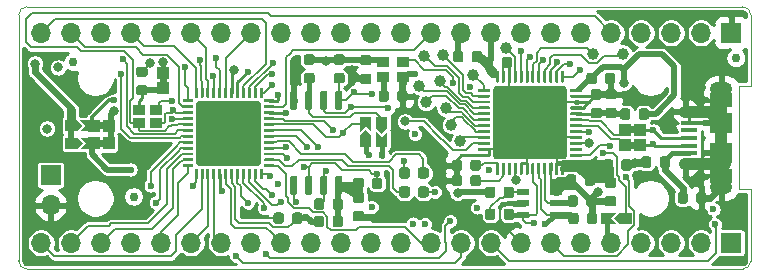
<source format=gtl>
%TF.GenerationSoftware,KiCad,Pcbnew,(5.1.5)-3*%
%TF.CreationDate,2020-06-17T17:11:30-07:00*%
%TF.ProjectId,UPduino_v3.0,55506475-696e-46f5-9f76-332e302e6b69,3.0*%
%TF.SameCoordinates,Original*%
%TF.FileFunction,Copper,L1,Top*%
%TF.FilePolarity,Positive*%
%FSLAX46Y46*%
G04 Gerber Fmt 4.6, Leading zero omitted, Abs format (unit mm)*
G04 Created by KiCad (PCBNEW (5.1.5)-3) date 2020-06-17 17:11:30*
%MOMM*%
%LPD*%
G04 APERTURE LIST*
%ADD10C,0.050000*%
%ADD11C,0.100000*%
%ADD12R,1.000000X0.900000*%
%ADD13R,1.100000X0.900000*%
%ADD14R,1.100000X0.600000*%
%ADD15C,1.000000*%
%ADD16O,1.700000X1.700000*%
%ADD17R,1.700000X1.700000*%
%ADD18O,1.250000X1.050000*%
%ADD19R,0.100000X0.500000*%
%ADD20O,1.900000X1.200000*%
%ADD21R,1.900000X1.260000*%
%ADD22R,1.900000X1.800000*%
%ADD23R,1.350000X0.400000*%
%ADD24C,0.750000*%
%ADD25R,1.000000X1.000000*%
%ADD26C,0.800000*%
%ADD27C,0.600000*%
%ADD28C,0.254000*%
%ADD29C,0.200000*%
%ADD30C,0.400000*%
%ADD31C,0.500000*%
%ADD32C,0.203200*%
%ADD33C,0.300000*%
%ADD34C,1.000000*%
%ADD35C,0.600000*%
%ADD36C,0.152400*%
%ADD37C,0.800000*%
%ADD38C,0.150000*%
%ADD39C,0.152000*%
G04 APERTURE END LIST*
D10*
X100000000Y-78480000D02*
G75*
G02X100700000Y-77780000I700000J0D01*
G01*
X161300000Y-77780000D02*
G75*
G02X162000000Y-78480000I0J-700000D01*
G01*
X162000000Y-99300000D02*
G75*
G02X161300000Y-100000000I-700000J0D01*
G01*
X100700000Y-100000000D02*
G75*
G02X100000000Y-99300000I0J700000D01*
G01*
X162000000Y-93200000D02*
X161000000Y-93200000D01*
X162000000Y-84500000D02*
X161000000Y-84500000D01*
X161000000Y-93200000D02*
X161000000Y-84500000D01*
X162000000Y-99300000D02*
X162000000Y-93200000D01*
X100000000Y-78480000D02*
X100000000Y-99300000D01*
X161300000Y-77780000D02*
X100700000Y-77780000D01*
X162000000Y-84500000D02*
X162000000Y-78480000D01*
X100700000Y-100000000D02*
X161300000Y-100000000D01*
D11*
G36*
X107251100Y-89646000D02*
G01*
X106751100Y-89646000D01*
X106751100Y-89046000D01*
X107251100Y-89046000D01*
X107251100Y-89646000D01*
G37*
G36*
X111950000Y-84290000D02*
G01*
X111950000Y-83790000D01*
X112550000Y-83790000D01*
X112550000Y-84290000D01*
X111950000Y-84290000D01*
G37*
G36*
X107251100Y-88146000D02*
G01*
X106751100Y-88146000D01*
X106751100Y-87546000D01*
X107251100Y-87546000D01*
X107251100Y-88146000D01*
G37*
G36*
X151750000Y-89200000D02*
G01*
X152250000Y-89200000D01*
X152250000Y-89800000D01*
X151750000Y-89800000D01*
X151750000Y-89200000D01*
G37*
G36*
X151750000Y-87900000D02*
G01*
X152250000Y-87900000D01*
X152250000Y-88500000D01*
X151750000Y-88500000D01*
X151750000Y-87900000D01*
G37*
D12*
X110172000Y-87596000D03*
X111672000Y-87596000D03*
X111672000Y-86496000D03*
X110172000Y-86496000D03*
%TA.AperFunction,SMDPad,CuDef*%
D11*
G36*
X127277503Y-92097922D02*
G01*
X127292064Y-92100082D01*
X127306343Y-92103659D01*
X127320203Y-92108618D01*
X127333510Y-92114912D01*
X127346136Y-92122480D01*
X127357959Y-92131248D01*
X127368866Y-92141134D01*
X127378752Y-92152041D01*
X127387520Y-92163864D01*
X127395088Y-92176490D01*
X127401382Y-92189797D01*
X127406341Y-92203657D01*
X127409918Y-92217936D01*
X127412078Y-92232497D01*
X127412800Y-92247200D01*
X127412800Y-93547200D01*
X127412078Y-93561903D01*
X127409918Y-93576464D01*
X127406341Y-93590743D01*
X127401382Y-93604603D01*
X127395088Y-93617910D01*
X127387520Y-93630536D01*
X127378752Y-93642359D01*
X127368866Y-93653266D01*
X127357959Y-93663152D01*
X127346136Y-93671920D01*
X127333510Y-93679488D01*
X127320203Y-93685782D01*
X127306343Y-93690741D01*
X127292064Y-93694318D01*
X127277503Y-93696478D01*
X127262800Y-93697200D01*
X126962800Y-93697200D01*
X126948097Y-93696478D01*
X126933536Y-93694318D01*
X126919257Y-93690741D01*
X126905397Y-93685782D01*
X126892090Y-93679488D01*
X126879464Y-93671920D01*
X126867641Y-93663152D01*
X126856734Y-93653266D01*
X126846848Y-93642359D01*
X126838080Y-93630536D01*
X126830512Y-93617910D01*
X126824218Y-93604603D01*
X126819259Y-93590743D01*
X126815682Y-93576464D01*
X126813522Y-93561903D01*
X126812800Y-93547200D01*
X126812800Y-92247200D01*
X126813522Y-92232497D01*
X126815682Y-92217936D01*
X126819259Y-92203657D01*
X126824218Y-92189797D01*
X126830512Y-92176490D01*
X126838080Y-92163864D01*
X126846848Y-92152041D01*
X126856734Y-92141134D01*
X126867641Y-92131248D01*
X126879464Y-92122480D01*
X126892090Y-92114912D01*
X126905397Y-92108618D01*
X126919257Y-92103659D01*
X126933536Y-92100082D01*
X126948097Y-92097922D01*
X126962800Y-92097200D01*
X127262800Y-92097200D01*
X127277503Y-92097922D01*
G37*
%TD.AperFunction*%
%TA.AperFunction,SMDPad,CuDef*%
G36*
X126007503Y-92097922D02*
G01*
X126022064Y-92100082D01*
X126036343Y-92103659D01*
X126050203Y-92108618D01*
X126063510Y-92114912D01*
X126076136Y-92122480D01*
X126087959Y-92131248D01*
X126098866Y-92141134D01*
X126108752Y-92152041D01*
X126117520Y-92163864D01*
X126125088Y-92176490D01*
X126131382Y-92189797D01*
X126136341Y-92203657D01*
X126139918Y-92217936D01*
X126142078Y-92232497D01*
X126142800Y-92247200D01*
X126142800Y-93547200D01*
X126142078Y-93561903D01*
X126139918Y-93576464D01*
X126136341Y-93590743D01*
X126131382Y-93604603D01*
X126125088Y-93617910D01*
X126117520Y-93630536D01*
X126108752Y-93642359D01*
X126098866Y-93653266D01*
X126087959Y-93663152D01*
X126076136Y-93671920D01*
X126063510Y-93679488D01*
X126050203Y-93685782D01*
X126036343Y-93690741D01*
X126022064Y-93694318D01*
X126007503Y-93696478D01*
X125992800Y-93697200D01*
X125692800Y-93697200D01*
X125678097Y-93696478D01*
X125663536Y-93694318D01*
X125649257Y-93690741D01*
X125635397Y-93685782D01*
X125622090Y-93679488D01*
X125609464Y-93671920D01*
X125597641Y-93663152D01*
X125586734Y-93653266D01*
X125576848Y-93642359D01*
X125568080Y-93630536D01*
X125560512Y-93617910D01*
X125554218Y-93604603D01*
X125549259Y-93590743D01*
X125545682Y-93576464D01*
X125543522Y-93561903D01*
X125542800Y-93547200D01*
X125542800Y-92247200D01*
X125543522Y-92232497D01*
X125545682Y-92217936D01*
X125549259Y-92203657D01*
X125554218Y-92189797D01*
X125560512Y-92176490D01*
X125568080Y-92163864D01*
X125576848Y-92152041D01*
X125586734Y-92141134D01*
X125597641Y-92131248D01*
X125609464Y-92122480D01*
X125622090Y-92114912D01*
X125635397Y-92108618D01*
X125649257Y-92103659D01*
X125663536Y-92100082D01*
X125678097Y-92097922D01*
X125692800Y-92097200D01*
X125992800Y-92097200D01*
X126007503Y-92097922D01*
G37*
%TD.AperFunction*%
%TA.AperFunction,SMDPad,CuDef*%
G36*
X124737503Y-92097922D02*
G01*
X124752064Y-92100082D01*
X124766343Y-92103659D01*
X124780203Y-92108618D01*
X124793510Y-92114912D01*
X124806136Y-92122480D01*
X124817959Y-92131248D01*
X124828866Y-92141134D01*
X124838752Y-92152041D01*
X124847520Y-92163864D01*
X124855088Y-92176490D01*
X124861382Y-92189797D01*
X124866341Y-92203657D01*
X124869918Y-92217936D01*
X124872078Y-92232497D01*
X124872800Y-92247200D01*
X124872800Y-93547200D01*
X124872078Y-93561903D01*
X124869918Y-93576464D01*
X124866341Y-93590743D01*
X124861382Y-93604603D01*
X124855088Y-93617910D01*
X124847520Y-93630536D01*
X124838752Y-93642359D01*
X124828866Y-93653266D01*
X124817959Y-93663152D01*
X124806136Y-93671920D01*
X124793510Y-93679488D01*
X124780203Y-93685782D01*
X124766343Y-93690741D01*
X124752064Y-93694318D01*
X124737503Y-93696478D01*
X124722800Y-93697200D01*
X124422800Y-93697200D01*
X124408097Y-93696478D01*
X124393536Y-93694318D01*
X124379257Y-93690741D01*
X124365397Y-93685782D01*
X124352090Y-93679488D01*
X124339464Y-93671920D01*
X124327641Y-93663152D01*
X124316734Y-93653266D01*
X124306848Y-93642359D01*
X124298080Y-93630536D01*
X124290512Y-93617910D01*
X124284218Y-93604603D01*
X124279259Y-93590743D01*
X124275682Y-93576464D01*
X124273522Y-93561903D01*
X124272800Y-93547200D01*
X124272800Y-92247200D01*
X124273522Y-92232497D01*
X124275682Y-92217936D01*
X124279259Y-92203657D01*
X124284218Y-92189797D01*
X124290512Y-92176490D01*
X124298080Y-92163864D01*
X124306848Y-92152041D01*
X124316734Y-92141134D01*
X124327641Y-92131248D01*
X124339464Y-92122480D01*
X124352090Y-92114912D01*
X124365397Y-92108618D01*
X124379257Y-92103659D01*
X124393536Y-92100082D01*
X124408097Y-92097922D01*
X124422800Y-92097200D01*
X124722800Y-92097200D01*
X124737503Y-92097922D01*
G37*
%TD.AperFunction*%
%TA.AperFunction,SMDPad,CuDef*%
G36*
X123467503Y-92097922D02*
G01*
X123482064Y-92100082D01*
X123496343Y-92103659D01*
X123510203Y-92108618D01*
X123523510Y-92114912D01*
X123536136Y-92122480D01*
X123547959Y-92131248D01*
X123558866Y-92141134D01*
X123568752Y-92152041D01*
X123577520Y-92163864D01*
X123585088Y-92176490D01*
X123591382Y-92189797D01*
X123596341Y-92203657D01*
X123599918Y-92217936D01*
X123602078Y-92232497D01*
X123602800Y-92247200D01*
X123602800Y-93547200D01*
X123602078Y-93561903D01*
X123599918Y-93576464D01*
X123596341Y-93590743D01*
X123591382Y-93604603D01*
X123585088Y-93617910D01*
X123577520Y-93630536D01*
X123568752Y-93642359D01*
X123558866Y-93653266D01*
X123547959Y-93663152D01*
X123536136Y-93671920D01*
X123523510Y-93679488D01*
X123510203Y-93685782D01*
X123496343Y-93690741D01*
X123482064Y-93694318D01*
X123467503Y-93696478D01*
X123452800Y-93697200D01*
X123152800Y-93697200D01*
X123138097Y-93696478D01*
X123123536Y-93694318D01*
X123109257Y-93690741D01*
X123095397Y-93685782D01*
X123082090Y-93679488D01*
X123069464Y-93671920D01*
X123057641Y-93663152D01*
X123046734Y-93653266D01*
X123036848Y-93642359D01*
X123028080Y-93630536D01*
X123020512Y-93617910D01*
X123014218Y-93604603D01*
X123009259Y-93590743D01*
X123005682Y-93576464D01*
X123003522Y-93561903D01*
X123002800Y-93547200D01*
X123002800Y-92247200D01*
X123003522Y-92232497D01*
X123005682Y-92217936D01*
X123009259Y-92203657D01*
X123014218Y-92189797D01*
X123020512Y-92176490D01*
X123028080Y-92163864D01*
X123036848Y-92152041D01*
X123046734Y-92141134D01*
X123057641Y-92131248D01*
X123069464Y-92122480D01*
X123082090Y-92114912D01*
X123095397Y-92108618D01*
X123109257Y-92103659D01*
X123123536Y-92100082D01*
X123138097Y-92097922D01*
X123152800Y-92097200D01*
X123452800Y-92097200D01*
X123467503Y-92097922D01*
G37*
%TD.AperFunction*%
%TA.AperFunction,SMDPad,CuDef*%
G36*
X123467503Y-84897922D02*
G01*
X123482064Y-84900082D01*
X123496343Y-84903659D01*
X123510203Y-84908618D01*
X123523510Y-84914912D01*
X123536136Y-84922480D01*
X123547959Y-84931248D01*
X123558866Y-84941134D01*
X123568752Y-84952041D01*
X123577520Y-84963864D01*
X123585088Y-84976490D01*
X123591382Y-84989797D01*
X123596341Y-85003657D01*
X123599918Y-85017936D01*
X123602078Y-85032497D01*
X123602800Y-85047200D01*
X123602800Y-86347200D01*
X123602078Y-86361903D01*
X123599918Y-86376464D01*
X123596341Y-86390743D01*
X123591382Y-86404603D01*
X123585088Y-86417910D01*
X123577520Y-86430536D01*
X123568752Y-86442359D01*
X123558866Y-86453266D01*
X123547959Y-86463152D01*
X123536136Y-86471920D01*
X123523510Y-86479488D01*
X123510203Y-86485782D01*
X123496343Y-86490741D01*
X123482064Y-86494318D01*
X123467503Y-86496478D01*
X123452800Y-86497200D01*
X123152800Y-86497200D01*
X123138097Y-86496478D01*
X123123536Y-86494318D01*
X123109257Y-86490741D01*
X123095397Y-86485782D01*
X123082090Y-86479488D01*
X123069464Y-86471920D01*
X123057641Y-86463152D01*
X123046734Y-86453266D01*
X123036848Y-86442359D01*
X123028080Y-86430536D01*
X123020512Y-86417910D01*
X123014218Y-86404603D01*
X123009259Y-86390743D01*
X123005682Y-86376464D01*
X123003522Y-86361903D01*
X123002800Y-86347200D01*
X123002800Y-85047200D01*
X123003522Y-85032497D01*
X123005682Y-85017936D01*
X123009259Y-85003657D01*
X123014218Y-84989797D01*
X123020512Y-84976490D01*
X123028080Y-84963864D01*
X123036848Y-84952041D01*
X123046734Y-84941134D01*
X123057641Y-84931248D01*
X123069464Y-84922480D01*
X123082090Y-84914912D01*
X123095397Y-84908618D01*
X123109257Y-84903659D01*
X123123536Y-84900082D01*
X123138097Y-84897922D01*
X123152800Y-84897200D01*
X123452800Y-84897200D01*
X123467503Y-84897922D01*
G37*
%TD.AperFunction*%
%TA.AperFunction,SMDPad,CuDef*%
G36*
X124737503Y-84897922D02*
G01*
X124752064Y-84900082D01*
X124766343Y-84903659D01*
X124780203Y-84908618D01*
X124793510Y-84914912D01*
X124806136Y-84922480D01*
X124817959Y-84931248D01*
X124828866Y-84941134D01*
X124838752Y-84952041D01*
X124847520Y-84963864D01*
X124855088Y-84976490D01*
X124861382Y-84989797D01*
X124866341Y-85003657D01*
X124869918Y-85017936D01*
X124872078Y-85032497D01*
X124872800Y-85047200D01*
X124872800Y-86347200D01*
X124872078Y-86361903D01*
X124869918Y-86376464D01*
X124866341Y-86390743D01*
X124861382Y-86404603D01*
X124855088Y-86417910D01*
X124847520Y-86430536D01*
X124838752Y-86442359D01*
X124828866Y-86453266D01*
X124817959Y-86463152D01*
X124806136Y-86471920D01*
X124793510Y-86479488D01*
X124780203Y-86485782D01*
X124766343Y-86490741D01*
X124752064Y-86494318D01*
X124737503Y-86496478D01*
X124722800Y-86497200D01*
X124422800Y-86497200D01*
X124408097Y-86496478D01*
X124393536Y-86494318D01*
X124379257Y-86490741D01*
X124365397Y-86485782D01*
X124352090Y-86479488D01*
X124339464Y-86471920D01*
X124327641Y-86463152D01*
X124316734Y-86453266D01*
X124306848Y-86442359D01*
X124298080Y-86430536D01*
X124290512Y-86417910D01*
X124284218Y-86404603D01*
X124279259Y-86390743D01*
X124275682Y-86376464D01*
X124273522Y-86361903D01*
X124272800Y-86347200D01*
X124272800Y-85047200D01*
X124273522Y-85032497D01*
X124275682Y-85017936D01*
X124279259Y-85003657D01*
X124284218Y-84989797D01*
X124290512Y-84976490D01*
X124298080Y-84963864D01*
X124306848Y-84952041D01*
X124316734Y-84941134D01*
X124327641Y-84931248D01*
X124339464Y-84922480D01*
X124352090Y-84914912D01*
X124365397Y-84908618D01*
X124379257Y-84903659D01*
X124393536Y-84900082D01*
X124408097Y-84897922D01*
X124422800Y-84897200D01*
X124722800Y-84897200D01*
X124737503Y-84897922D01*
G37*
%TD.AperFunction*%
%TA.AperFunction,SMDPad,CuDef*%
G36*
X126007503Y-84897922D02*
G01*
X126022064Y-84900082D01*
X126036343Y-84903659D01*
X126050203Y-84908618D01*
X126063510Y-84914912D01*
X126076136Y-84922480D01*
X126087959Y-84931248D01*
X126098866Y-84941134D01*
X126108752Y-84952041D01*
X126117520Y-84963864D01*
X126125088Y-84976490D01*
X126131382Y-84989797D01*
X126136341Y-85003657D01*
X126139918Y-85017936D01*
X126142078Y-85032497D01*
X126142800Y-85047200D01*
X126142800Y-86347200D01*
X126142078Y-86361903D01*
X126139918Y-86376464D01*
X126136341Y-86390743D01*
X126131382Y-86404603D01*
X126125088Y-86417910D01*
X126117520Y-86430536D01*
X126108752Y-86442359D01*
X126098866Y-86453266D01*
X126087959Y-86463152D01*
X126076136Y-86471920D01*
X126063510Y-86479488D01*
X126050203Y-86485782D01*
X126036343Y-86490741D01*
X126022064Y-86494318D01*
X126007503Y-86496478D01*
X125992800Y-86497200D01*
X125692800Y-86497200D01*
X125678097Y-86496478D01*
X125663536Y-86494318D01*
X125649257Y-86490741D01*
X125635397Y-86485782D01*
X125622090Y-86479488D01*
X125609464Y-86471920D01*
X125597641Y-86463152D01*
X125586734Y-86453266D01*
X125576848Y-86442359D01*
X125568080Y-86430536D01*
X125560512Y-86417910D01*
X125554218Y-86404603D01*
X125549259Y-86390743D01*
X125545682Y-86376464D01*
X125543522Y-86361903D01*
X125542800Y-86347200D01*
X125542800Y-85047200D01*
X125543522Y-85032497D01*
X125545682Y-85017936D01*
X125549259Y-85003657D01*
X125554218Y-84989797D01*
X125560512Y-84976490D01*
X125568080Y-84963864D01*
X125576848Y-84952041D01*
X125586734Y-84941134D01*
X125597641Y-84931248D01*
X125609464Y-84922480D01*
X125622090Y-84914912D01*
X125635397Y-84908618D01*
X125649257Y-84903659D01*
X125663536Y-84900082D01*
X125678097Y-84897922D01*
X125692800Y-84897200D01*
X125992800Y-84897200D01*
X126007503Y-84897922D01*
G37*
%TD.AperFunction*%
%TA.AperFunction,SMDPad,CuDef*%
G36*
X127277503Y-84897922D02*
G01*
X127292064Y-84900082D01*
X127306343Y-84903659D01*
X127320203Y-84908618D01*
X127333510Y-84914912D01*
X127346136Y-84922480D01*
X127357959Y-84931248D01*
X127368866Y-84941134D01*
X127378752Y-84952041D01*
X127387520Y-84963864D01*
X127395088Y-84976490D01*
X127401382Y-84989797D01*
X127406341Y-85003657D01*
X127409918Y-85017936D01*
X127412078Y-85032497D01*
X127412800Y-85047200D01*
X127412800Y-86347200D01*
X127412078Y-86361903D01*
X127409918Y-86376464D01*
X127406341Y-86390743D01*
X127401382Y-86404603D01*
X127395088Y-86417910D01*
X127387520Y-86430536D01*
X127378752Y-86442359D01*
X127368866Y-86453266D01*
X127357959Y-86463152D01*
X127346136Y-86471920D01*
X127333510Y-86479488D01*
X127320203Y-86485782D01*
X127306343Y-86490741D01*
X127292064Y-86494318D01*
X127277503Y-86496478D01*
X127262800Y-86497200D01*
X126962800Y-86497200D01*
X126948097Y-86496478D01*
X126933536Y-86494318D01*
X126919257Y-86490741D01*
X126905397Y-86485782D01*
X126892090Y-86479488D01*
X126879464Y-86471920D01*
X126867641Y-86463152D01*
X126856734Y-86453266D01*
X126846848Y-86442359D01*
X126838080Y-86430536D01*
X126830512Y-86417910D01*
X126824218Y-86404603D01*
X126819259Y-86390743D01*
X126815682Y-86376464D01*
X126813522Y-86361903D01*
X126812800Y-86347200D01*
X126812800Y-85047200D01*
X126813522Y-85032497D01*
X126815682Y-85017936D01*
X126819259Y-85003657D01*
X126824218Y-84989797D01*
X126830512Y-84976490D01*
X126838080Y-84963864D01*
X126846848Y-84952041D01*
X126856734Y-84941134D01*
X126867641Y-84931248D01*
X126879464Y-84922480D01*
X126892090Y-84914912D01*
X126905397Y-84908618D01*
X126919257Y-84903659D01*
X126933536Y-84900082D01*
X126948097Y-84897922D01*
X126962800Y-84897200D01*
X127262800Y-84897200D01*
X127277503Y-84897922D01*
G37*
%TD.AperFunction*%
%TA.AperFunction,SMDPad,CuDef*%
G36*
X134547691Y-91436053D02*
G01*
X134568926Y-91439203D01*
X134589750Y-91444419D01*
X134609962Y-91451651D01*
X134629368Y-91460830D01*
X134647781Y-91471866D01*
X134665024Y-91484654D01*
X134680930Y-91499070D01*
X134695346Y-91514976D01*
X134708134Y-91532219D01*
X134719170Y-91550632D01*
X134728349Y-91570038D01*
X134735581Y-91590250D01*
X134740797Y-91611074D01*
X134743947Y-91632309D01*
X134745000Y-91653750D01*
X134745000Y-92091250D01*
X134743947Y-92112691D01*
X134740797Y-92133926D01*
X134735581Y-92154750D01*
X134728349Y-92174962D01*
X134719170Y-92194368D01*
X134708134Y-92212781D01*
X134695346Y-92230024D01*
X134680930Y-92245930D01*
X134665024Y-92260346D01*
X134647781Y-92273134D01*
X134629368Y-92284170D01*
X134609962Y-92293349D01*
X134589750Y-92300581D01*
X134568926Y-92305797D01*
X134547691Y-92308947D01*
X134526250Y-92310000D01*
X134013750Y-92310000D01*
X133992309Y-92308947D01*
X133971074Y-92305797D01*
X133950250Y-92300581D01*
X133930038Y-92293349D01*
X133910632Y-92284170D01*
X133892219Y-92273134D01*
X133874976Y-92260346D01*
X133859070Y-92245930D01*
X133844654Y-92230024D01*
X133831866Y-92212781D01*
X133820830Y-92194368D01*
X133811651Y-92174962D01*
X133804419Y-92154750D01*
X133799203Y-92133926D01*
X133796053Y-92112691D01*
X133795000Y-92091250D01*
X133795000Y-91653750D01*
X133796053Y-91632309D01*
X133799203Y-91611074D01*
X133804419Y-91590250D01*
X133811651Y-91570038D01*
X133820830Y-91550632D01*
X133831866Y-91532219D01*
X133844654Y-91514976D01*
X133859070Y-91499070D01*
X133874976Y-91484654D01*
X133892219Y-91471866D01*
X133910632Y-91460830D01*
X133930038Y-91451651D01*
X133950250Y-91444419D01*
X133971074Y-91439203D01*
X133992309Y-91436053D01*
X134013750Y-91435000D01*
X134526250Y-91435000D01*
X134547691Y-91436053D01*
G37*
%TD.AperFunction*%
%TA.AperFunction,SMDPad,CuDef*%
G36*
X134547691Y-93011053D02*
G01*
X134568926Y-93014203D01*
X134589750Y-93019419D01*
X134609962Y-93026651D01*
X134629368Y-93035830D01*
X134647781Y-93046866D01*
X134665024Y-93059654D01*
X134680930Y-93074070D01*
X134695346Y-93089976D01*
X134708134Y-93107219D01*
X134719170Y-93125632D01*
X134728349Y-93145038D01*
X134735581Y-93165250D01*
X134740797Y-93186074D01*
X134743947Y-93207309D01*
X134745000Y-93228750D01*
X134745000Y-93666250D01*
X134743947Y-93687691D01*
X134740797Y-93708926D01*
X134735581Y-93729750D01*
X134728349Y-93749962D01*
X134719170Y-93769368D01*
X134708134Y-93787781D01*
X134695346Y-93805024D01*
X134680930Y-93820930D01*
X134665024Y-93835346D01*
X134647781Y-93848134D01*
X134629368Y-93859170D01*
X134609962Y-93868349D01*
X134589750Y-93875581D01*
X134568926Y-93880797D01*
X134547691Y-93883947D01*
X134526250Y-93885000D01*
X134013750Y-93885000D01*
X133992309Y-93883947D01*
X133971074Y-93880797D01*
X133950250Y-93875581D01*
X133930038Y-93868349D01*
X133910632Y-93859170D01*
X133892219Y-93848134D01*
X133874976Y-93835346D01*
X133859070Y-93820930D01*
X133844654Y-93805024D01*
X133831866Y-93787781D01*
X133820830Y-93769368D01*
X133811651Y-93749962D01*
X133804419Y-93729750D01*
X133799203Y-93708926D01*
X133796053Y-93687691D01*
X133795000Y-93666250D01*
X133795000Y-93228750D01*
X133796053Y-93207309D01*
X133799203Y-93186074D01*
X133804419Y-93165250D01*
X133811651Y-93145038D01*
X133820830Y-93125632D01*
X133831866Y-93107219D01*
X133844654Y-93089976D01*
X133859070Y-93074070D01*
X133874976Y-93059654D01*
X133892219Y-93046866D01*
X133910632Y-93035830D01*
X133930038Y-93026651D01*
X133950250Y-93019419D01*
X133971074Y-93014203D01*
X133992309Y-93011053D01*
X134013750Y-93010000D01*
X134526250Y-93010000D01*
X134547691Y-93011053D01*
G37*
%TD.AperFunction*%
%TA.AperFunction,SMDPad,CuDef*%
G36*
X134477691Y-91386053D02*
G01*
X134498926Y-91389203D01*
X134519750Y-91394419D01*
X134539962Y-91401651D01*
X134559368Y-91410830D01*
X134577781Y-91421866D01*
X134595024Y-91434654D01*
X134610930Y-91449070D01*
X134625346Y-91464976D01*
X134638134Y-91482219D01*
X134649170Y-91500632D01*
X134658349Y-91520038D01*
X134665581Y-91540250D01*
X134670797Y-91561074D01*
X134673947Y-91582309D01*
X134675000Y-91603750D01*
X134675000Y-92116250D01*
X134673947Y-92137691D01*
X134670797Y-92158926D01*
X134665581Y-92179750D01*
X134658349Y-92199962D01*
X134649170Y-92219368D01*
X134638134Y-92237781D01*
X134625346Y-92255024D01*
X134610930Y-92270930D01*
X134595024Y-92285346D01*
X134577781Y-92298134D01*
X134559368Y-92309170D01*
X134539962Y-92318349D01*
X134519750Y-92325581D01*
X134498926Y-92330797D01*
X134477691Y-92333947D01*
X134456250Y-92335000D01*
X134018750Y-92335000D01*
X133997309Y-92333947D01*
X133976074Y-92330797D01*
X133955250Y-92325581D01*
X133935038Y-92318349D01*
X133915632Y-92309170D01*
X133897219Y-92298134D01*
X133879976Y-92285346D01*
X133864070Y-92270930D01*
X133849654Y-92255024D01*
X133836866Y-92237781D01*
X133825830Y-92219368D01*
X133816651Y-92199962D01*
X133809419Y-92179750D01*
X133804203Y-92158926D01*
X133801053Y-92137691D01*
X133800000Y-92116250D01*
X133800000Y-91603750D01*
X133801053Y-91582309D01*
X133804203Y-91561074D01*
X133809419Y-91540250D01*
X133816651Y-91520038D01*
X133825830Y-91500632D01*
X133836866Y-91482219D01*
X133849654Y-91464976D01*
X133864070Y-91449070D01*
X133879976Y-91434654D01*
X133897219Y-91421866D01*
X133915632Y-91410830D01*
X133935038Y-91401651D01*
X133955250Y-91394419D01*
X133976074Y-91389203D01*
X133997309Y-91386053D01*
X134018750Y-91385000D01*
X134456250Y-91385000D01*
X134477691Y-91386053D01*
G37*
%TD.AperFunction*%
%TA.AperFunction,SMDPad,CuDef*%
G36*
X132902691Y-91386053D02*
G01*
X132923926Y-91389203D01*
X132944750Y-91394419D01*
X132964962Y-91401651D01*
X132984368Y-91410830D01*
X133002781Y-91421866D01*
X133020024Y-91434654D01*
X133035930Y-91449070D01*
X133050346Y-91464976D01*
X133063134Y-91482219D01*
X133074170Y-91500632D01*
X133083349Y-91520038D01*
X133090581Y-91540250D01*
X133095797Y-91561074D01*
X133098947Y-91582309D01*
X133100000Y-91603750D01*
X133100000Y-92116250D01*
X133098947Y-92137691D01*
X133095797Y-92158926D01*
X133090581Y-92179750D01*
X133083349Y-92199962D01*
X133074170Y-92219368D01*
X133063134Y-92237781D01*
X133050346Y-92255024D01*
X133035930Y-92270930D01*
X133020024Y-92285346D01*
X133002781Y-92298134D01*
X132984368Y-92309170D01*
X132964962Y-92318349D01*
X132944750Y-92325581D01*
X132923926Y-92330797D01*
X132902691Y-92333947D01*
X132881250Y-92335000D01*
X132443750Y-92335000D01*
X132422309Y-92333947D01*
X132401074Y-92330797D01*
X132380250Y-92325581D01*
X132360038Y-92318349D01*
X132340632Y-92309170D01*
X132322219Y-92298134D01*
X132304976Y-92285346D01*
X132289070Y-92270930D01*
X132274654Y-92255024D01*
X132261866Y-92237781D01*
X132250830Y-92219368D01*
X132241651Y-92199962D01*
X132234419Y-92179750D01*
X132229203Y-92158926D01*
X132226053Y-92137691D01*
X132225000Y-92116250D01*
X132225000Y-91603750D01*
X132226053Y-91582309D01*
X132229203Y-91561074D01*
X132234419Y-91540250D01*
X132241651Y-91520038D01*
X132250830Y-91500632D01*
X132261866Y-91482219D01*
X132274654Y-91464976D01*
X132289070Y-91449070D01*
X132304976Y-91434654D01*
X132322219Y-91421866D01*
X132340632Y-91410830D01*
X132360038Y-91401651D01*
X132380250Y-91394419D01*
X132401074Y-91389203D01*
X132422309Y-91386053D01*
X132443750Y-91385000D01*
X132881250Y-91385000D01*
X132902691Y-91386053D01*
G37*
%TD.AperFunction*%
%TA.AperFunction,SMDPad,CuDef*%
G36*
X134487691Y-92996053D02*
G01*
X134508926Y-92999203D01*
X134529750Y-93004419D01*
X134549962Y-93011651D01*
X134569368Y-93020830D01*
X134587781Y-93031866D01*
X134605024Y-93044654D01*
X134620930Y-93059070D01*
X134635346Y-93074976D01*
X134648134Y-93092219D01*
X134659170Y-93110632D01*
X134668349Y-93130038D01*
X134675581Y-93150250D01*
X134680797Y-93171074D01*
X134683947Y-93192309D01*
X134685000Y-93213750D01*
X134685000Y-93726250D01*
X134683947Y-93747691D01*
X134680797Y-93768926D01*
X134675581Y-93789750D01*
X134668349Y-93809962D01*
X134659170Y-93829368D01*
X134648134Y-93847781D01*
X134635346Y-93865024D01*
X134620930Y-93880930D01*
X134605024Y-93895346D01*
X134587781Y-93908134D01*
X134569368Y-93919170D01*
X134549962Y-93928349D01*
X134529750Y-93935581D01*
X134508926Y-93940797D01*
X134487691Y-93943947D01*
X134466250Y-93945000D01*
X134028750Y-93945000D01*
X134007309Y-93943947D01*
X133986074Y-93940797D01*
X133965250Y-93935581D01*
X133945038Y-93928349D01*
X133925632Y-93919170D01*
X133907219Y-93908134D01*
X133889976Y-93895346D01*
X133874070Y-93880930D01*
X133859654Y-93865024D01*
X133846866Y-93847781D01*
X133835830Y-93829368D01*
X133826651Y-93809962D01*
X133819419Y-93789750D01*
X133814203Y-93768926D01*
X133811053Y-93747691D01*
X133810000Y-93726250D01*
X133810000Y-93213750D01*
X133811053Y-93192309D01*
X133814203Y-93171074D01*
X133819419Y-93150250D01*
X133826651Y-93130038D01*
X133835830Y-93110632D01*
X133846866Y-93092219D01*
X133859654Y-93074976D01*
X133874070Y-93059070D01*
X133889976Y-93044654D01*
X133907219Y-93031866D01*
X133925632Y-93020830D01*
X133945038Y-93011651D01*
X133965250Y-93004419D01*
X133986074Y-92999203D01*
X134007309Y-92996053D01*
X134028750Y-92995000D01*
X134466250Y-92995000D01*
X134487691Y-92996053D01*
G37*
%TD.AperFunction*%
%TA.AperFunction,SMDPad,CuDef*%
G36*
X132912691Y-92996053D02*
G01*
X132933926Y-92999203D01*
X132954750Y-93004419D01*
X132974962Y-93011651D01*
X132994368Y-93020830D01*
X133012781Y-93031866D01*
X133030024Y-93044654D01*
X133045930Y-93059070D01*
X133060346Y-93074976D01*
X133073134Y-93092219D01*
X133084170Y-93110632D01*
X133093349Y-93130038D01*
X133100581Y-93150250D01*
X133105797Y-93171074D01*
X133108947Y-93192309D01*
X133110000Y-93213750D01*
X133110000Y-93726250D01*
X133108947Y-93747691D01*
X133105797Y-93768926D01*
X133100581Y-93789750D01*
X133093349Y-93809962D01*
X133084170Y-93829368D01*
X133073134Y-93847781D01*
X133060346Y-93865024D01*
X133045930Y-93880930D01*
X133030024Y-93895346D01*
X133012781Y-93908134D01*
X132994368Y-93919170D01*
X132974962Y-93928349D01*
X132954750Y-93935581D01*
X132933926Y-93940797D01*
X132912691Y-93943947D01*
X132891250Y-93945000D01*
X132453750Y-93945000D01*
X132432309Y-93943947D01*
X132411074Y-93940797D01*
X132390250Y-93935581D01*
X132370038Y-93928349D01*
X132350632Y-93919170D01*
X132332219Y-93908134D01*
X132314976Y-93895346D01*
X132299070Y-93880930D01*
X132284654Y-93865024D01*
X132271866Y-93847781D01*
X132260830Y-93829368D01*
X132251651Y-93809962D01*
X132244419Y-93789750D01*
X132239203Y-93768926D01*
X132236053Y-93747691D01*
X132235000Y-93726250D01*
X132235000Y-93213750D01*
X132236053Y-93192309D01*
X132239203Y-93171074D01*
X132244419Y-93150250D01*
X132251651Y-93130038D01*
X132260830Y-93110632D01*
X132271866Y-93092219D01*
X132284654Y-93074976D01*
X132299070Y-93059070D01*
X132314976Y-93044654D01*
X132332219Y-93031866D01*
X132350632Y-93020830D01*
X132370038Y-93011651D01*
X132390250Y-93004419D01*
X132411074Y-92999203D01*
X132432309Y-92996053D01*
X132453750Y-92995000D01*
X132891250Y-92995000D01*
X132912691Y-92996053D01*
G37*
%TD.AperFunction*%
%TA.AperFunction,SMDPad,CuDef*%
G36*
X132947691Y-91426053D02*
G01*
X132968926Y-91429203D01*
X132989750Y-91434419D01*
X133009962Y-91441651D01*
X133029368Y-91450830D01*
X133047781Y-91461866D01*
X133065024Y-91474654D01*
X133080930Y-91489070D01*
X133095346Y-91504976D01*
X133108134Y-91522219D01*
X133119170Y-91540632D01*
X133128349Y-91560038D01*
X133135581Y-91580250D01*
X133140797Y-91601074D01*
X133143947Y-91622309D01*
X133145000Y-91643750D01*
X133145000Y-92081250D01*
X133143947Y-92102691D01*
X133140797Y-92123926D01*
X133135581Y-92144750D01*
X133128349Y-92164962D01*
X133119170Y-92184368D01*
X133108134Y-92202781D01*
X133095346Y-92220024D01*
X133080930Y-92235930D01*
X133065024Y-92250346D01*
X133047781Y-92263134D01*
X133029368Y-92274170D01*
X133009962Y-92283349D01*
X132989750Y-92290581D01*
X132968926Y-92295797D01*
X132947691Y-92298947D01*
X132926250Y-92300000D01*
X132413750Y-92300000D01*
X132392309Y-92298947D01*
X132371074Y-92295797D01*
X132350250Y-92290581D01*
X132330038Y-92283349D01*
X132310632Y-92274170D01*
X132292219Y-92263134D01*
X132274976Y-92250346D01*
X132259070Y-92235930D01*
X132244654Y-92220024D01*
X132231866Y-92202781D01*
X132220830Y-92184368D01*
X132211651Y-92164962D01*
X132204419Y-92144750D01*
X132199203Y-92123926D01*
X132196053Y-92102691D01*
X132195000Y-92081250D01*
X132195000Y-91643750D01*
X132196053Y-91622309D01*
X132199203Y-91601074D01*
X132204419Y-91580250D01*
X132211651Y-91560038D01*
X132220830Y-91540632D01*
X132231866Y-91522219D01*
X132244654Y-91504976D01*
X132259070Y-91489070D01*
X132274976Y-91474654D01*
X132292219Y-91461866D01*
X132310632Y-91450830D01*
X132330038Y-91441651D01*
X132350250Y-91434419D01*
X132371074Y-91429203D01*
X132392309Y-91426053D01*
X132413750Y-91425000D01*
X132926250Y-91425000D01*
X132947691Y-91426053D01*
G37*
%TD.AperFunction*%
%TA.AperFunction,SMDPad,CuDef*%
G36*
X132947691Y-93001053D02*
G01*
X132968926Y-93004203D01*
X132989750Y-93009419D01*
X133009962Y-93016651D01*
X133029368Y-93025830D01*
X133047781Y-93036866D01*
X133065024Y-93049654D01*
X133080930Y-93064070D01*
X133095346Y-93079976D01*
X133108134Y-93097219D01*
X133119170Y-93115632D01*
X133128349Y-93135038D01*
X133135581Y-93155250D01*
X133140797Y-93176074D01*
X133143947Y-93197309D01*
X133145000Y-93218750D01*
X133145000Y-93656250D01*
X133143947Y-93677691D01*
X133140797Y-93698926D01*
X133135581Y-93719750D01*
X133128349Y-93739962D01*
X133119170Y-93759368D01*
X133108134Y-93777781D01*
X133095346Y-93795024D01*
X133080930Y-93810930D01*
X133065024Y-93825346D01*
X133047781Y-93838134D01*
X133029368Y-93849170D01*
X133009962Y-93858349D01*
X132989750Y-93865581D01*
X132968926Y-93870797D01*
X132947691Y-93873947D01*
X132926250Y-93875000D01*
X132413750Y-93875000D01*
X132392309Y-93873947D01*
X132371074Y-93870797D01*
X132350250Y-93865581D01*
X132330038Y-93858349D01*
X132310632Y-93849170D01*
X132292219Y-93838134D01*
X132274976Y-93825346D01*
X132259070Y-93810930D01*
X132244654Y-93795024D01*
X132231866Y-93777781D01*
X132220830Y-93759368D01*
X132211651Y-93739962D01*
X132204419Y-93719750D01*
X132199203Y-93698926D01*
X132196053Y-93677691D01*
X132195000Y-93656250D01*
X132195000Y-93218750D01*
X132196053Y-93197309D01*
X132199203Y-93176074D01*
X132204419Y-93155250D01*
X132211651Y-93135038D01*
X132220830Y-93115632D01*
X132231866Y-93097219D01*
X132244654Y-93079976D01*
X132259070Y-93064070D01*
X132274976Y-93049654D01*
X132292219Y-93036866D01*
X132310632Y-93025830D01*
X132330038Y-93016651D01*
X132350250Y-93009419D01*
X132371074Y-93004203D01*
X132392309Y-93001053D01*
X132413750Y-93000000D01*
X132926250Y-93000000D01*
X132947691Y-93001053D01*
G37*
%TD.AperFunction*%
D13*
X130820000Y-82450000D03*
X132550000Y-82450000D03*
X132550000Y-83750000D03*
X130850000Y-83750000D03*
%TA.AperFunction,SMDPad,CuDef*%
D11*
G36*
X146117026Y-91001501D02*
G01*
X146123093Y-91002401D01*
X146129043Y-91003891D01*
X146134818Y-91005958D01*
X146140362Y-91008580D01*
X146145623Y-91011733D01*
X146150550Y-91015387D01*
X146155094Y-91019506D01*
X146159213Y-91024050D01*
X146162867Y-91028977D01*
X146166020Y-91034238D01*
X146168642Y-91039782D01*
X146170709Y-91045557D01*
X146172199Y-91051507D01*
X146173099Y-91057574D01*
X146173400Y-91063700D01*
X146173400Y-91938700D01*
X146173099Y-91944826D01*
X146172199Y-91950893D01*
X146170709Y-91956843D01*
X146168642Y-91962618D01*
X146166020Y-91968162D01*
X146162867Y-91973423D01*
X146159213Y-91978350D01*
X146155094Y-91982894D01*
X146150550Y-91987013D01*
X146145623Y-91990667D01*
X146140362Y-91993820D01*
X146134818Y-91996442D01*
X146129043Y-91998509D01*
X146123093Y-91999999D01*
X146117026Y-92000899D01*
X146110900Y-92001200D01*
X145985900Y-92001200D01*
X145979774Y-92000899D01*
X145973707Y-91999999D01*
X145967757Y-91998509D01*
X145961982Y-91996442D01*
X145956438Y-91993820D01*
X145951177Y-91990667D01*
X145946250Y-91987013D01*
X145941706Y-91982894D01*
X145937587Y-91978350D01*
X145933933Y-91973423D01*
X145930780Y-91968162D01*
X145928158Y-91962618D01*
X145926091Y-91956843D01*
X145924601Y-91950893D01*
X145923701Y-91944826D01*
X145923400Y-91938700D01*
X145923400Y-91063700D01*
X145923701Y-91057574D01*
X145924601Y-91051507D01*
X145926091Y-91045557D01*
X145928158Y-91039782D01*
X145930780Y-91034238D01*
X145933933Y-91028977D01*
X145937587Y-91024050D01*
X145941706Y-91019506D01*
X145946250Y-91015387D01*
X145951177Y-91011733D01*
X145956438Y-91008580D01*
X145961982Y-91005958D01*
X145967757Y-91003891D01*
X145973707Y-91002401D01*
X145979774Y-91001501D01*
X145985900Y-91001200D01*
X146110900Y-91001200D01*
X146117026Y-91001501D01*
G37*
%TD.AperFunction*%
%TA.AperFunction,SMDPad,CuDef*%
G36*
X145617026Y-91001501D02*
G01*
X145623093Y-91002401D01*
X145629043Y-91003891D01*
X145634818Y-91005958D01*
X145640362Y-91008580D01*
X145645623Y-91011733D01*
X145650550Y-91015387D01*
X145655094Y-91019506D01*
X145659213Y-91024050D01*
X145662867Y-91028977D01*
X145666020Y-91034238D01*
X145668642Y-91039782D01*
X145670709Y-91045557D01*
X145672199Y-91051507D01*
X145673099Y-91057574D01*
X145673400Y-91063700D01*
X145673400Y-91938700D01*
X145673099Y-91944826D01*
X145672199Y-91950893D01*
X145670709Y-91956843D01*
X145668642Y-91962618D01*
X145666020Y-91968162D01*
X145662867Y-91973423D01*
X145659213Y-91978350D01*
X145655094Y-91982894D01*
X145650550Y-91987013D01*
X145645623Y-91990667D01*
X145640362Y-91993820D01*
X145634818Y-91996442D01*
X145629043Y-91998509D01*
X145623093Y-91999999D01*
X145617026Y-92000899D01*
X145610900Y-92001200D01*
X145485900Y-92001200D01*
X145479774Y-92000899D01*
X145473707Y-91999999D01*
X145467757Y-91998509D01*
X145461982Y-91996442D01*
X145456438Y-91993820D01*
X145451177Y-91990667D01*
X145446250Y-91987013D01*
X145441706Y-91982894D01*
X145437587Y-91978350D01*
X145433933Y-91973423D01*
X145430780Y-91968162D01*
X145428158Y-91962618D01*
X145426091Y-91956843D01*
X145424601Y-91950893D01*
X145423701Y-91944826D01*
X145423400Y-91938700D01*
X145423400Y-91063700D01*
X145423701Y-91057574D01*
X145424601Y-91051507D01*
X145426091Y-91045557D01*
X145428158Y-91039782D01*
X145430780Y-91034238D01*
X145433933Y-91028977D01*
X145437587Y-91024050D01*
X145441706Y-91019506D01*
X145446250Y-91015387D01*
X145451177Y-91011733D01*
X145456438Y-91008580D01*
X145461982Y-91005958D01*
X145467757Y-91003891D01*
X145473707Y-91002401D01*
X145479774Y-91001501D01*
X145485900Y-91001200D01*
X145610900Y-91001200D01*
X145617026Y-91001501D01*
G37*
%TD.AperFunction*%
%TA.AperFunction,SMDPad,CuDef*%
G36*
X145117026Y-91001501D02*
G01*
X145123093Y-91002401D01*
X145129043Y-91003891D01*
X145134818Y-91005958D01*
X145140362Y-91008580D01*
X145145623Y-91011733D01*
X145150550Y-91015387D01*
X145155094Y-91019506D01*
X145159213Y-91024050D01*
X145162867Y-91028977D01*
X145166020Y-91034238D01*
X145168642Y-91039782D01*
X145170709Y-91045557D01*
X145172199Y-91051507D01*
X145173099Y-91057574D01*
X145173400Y-91063700D01*
X145173400Y-91938700D01*
X145173099Y-91944826D01*
X145172199Y-91950893D01*
X145170709Y-91956843D01*
X145168642Y-91962618D01*
X145166020Y-91968162D01*
X145162867Y-91973423D01*
X145159213Y-91978350D01*
X145155094Y-91982894D01*
X145150550Y-91987013D01*
X145145623Y-91990667D01*
X145140362Y-91993820D01*
X145134818Y-91996442D01*
X145129043Y-91998509D01*
X145123093Y-91999999D01*
X145117026Y-92000899D01*
X145110900Y-92001200D01*
X144985900Y-92001200D01*
X144979774Y-92000899D01*
X144973707Y-91999999D01*
X144967757Y-91998509D01*
X144961982Y-91996442D01*
X144956438Y-91993820D01*
X144951177Y-91990667D01*
X144946250Y-91987013D01*
X144941706Y-91982894D01*
X144937587Y-91978350D01*
X144933933Y-91973423D01*
X144930780Y-91968162D01*
X144928158Y-91962618D01*
X144926091Y-91956843D01*
X144924601Y-91950893D01*
X144923701Y-91944826D01*
X144923400Y-91938700D01*
X144923400Y-91063700D01*
X144923701Y-91057574D01*
X144924601Y-91051507D01*
X144926091Y-91045557D01*
X144928158Y-91039782D01*
X144930780Y-91034238D01*
X144933933Y-91028977D01*
X144937587Y-91024050D01*
X144941706Y-91019506D01*
X144946250Y-91015387D01*
X144951177Y-91011733D01*
X144956438Y-91008580D01*
X144961982Y-91005958D01*
X144967757Y-91003891D01*
X144973707Y-91002401D01*
X144979774Y-91001501D01*
X144985900Y-91001200D01*
X145110900Y-91001200D01*
X145117026Y-91001501D01*
G37*
%TD.AperFunction*%
%TA.AperFunction,SMDPad,CuDef*%
G36*
X144617026Y-91001501D02*
G01*
X144623093Y-91002401D01*
X144629043Y-91003891D01*
X144634818Y-91005958D01*
X144640362Y-91008580D01*
X144645623Y-91011733D01*
X144650550Y-91015387D01*
X144655094Y-91019506D01*
X144659213Y-91024050D01*
X144662867Y-91028977D01*
X144666020Y-91034238D01*
X144668642Y-91039782D01*
X144670709Y-91045557D01*
X144672199Y-91051507D01*
X144673099Y-91057574D01*
X144673400Y-91063700D01*
X144673400Y-91938700D01*
X144673099Y-91944826D01*
X144672199Y-91950893D01*
X144670709Y-91956843D01*
X144668642Y-91962618D01*
X144666020Y-91968162D01*
X144662867Y-91973423D01*
X144659213Y-91978350D01*
X144655094Y-91982894D01*
X144650550Y-91987013D01*
X144645623Y-91990667D01*
X144640362Y-91993820D01*
X144634818Y-91996442D01*
X144629043Y-91998509D01*
X144623093Y-91999999D01*
X144617026Y-92000899D01*
X144610900Y-92001200D01*
X144485900Y-92001200D01*
X144479774Y-92000899D01*
X144473707Y-91999999D01*
X144467757Y-91998509D01*
X144461982Y-91996442D01*
X144456438Y-91993820D01*
X144451177Y-91990667D01*
X144446250Y-91987013D01*
X144441706Y-91982894D01*
X144437587Y-91978350D01*
X144433933Y-91973423D01*
X144430780Y-91968162D01*
X144428158Y-91962618D01*
X144426091Y-91956843D01*
X144424601Y-91950893D01*
X144423701Y-91944826D01*
X144423400Y-91938700D01*
X144423400Y-91063700D01*
X144423701Y-91057574D01*
X144424601Y-91051507D01*
X144426091Y-91045557D01*
X144428158Y-91039782D01*
X144430780Y-91034238D01*
X144433933Y-91028977D01*
X144437587Y-91024050D01*
X144441706Y-91019506D01*
X144446250Y-91015387D01*
X144451177Y-91011733D01*
X144456438Y-91008580D01*
X144461982Y-91005958D01*
X144467757Y-91003891D01*
X144473707Y-91002401D01*
X144479774Y-91001501D01*
X144485900Y-91001200D01*
X144610900Y-91001200D01*
X144617026Y-91001501D01*
G37*
%TD.AperFunction*%
%TA.AperFunction,SMDPad,CuDef*%
G36*
X144117026Y-91001501D02*
G01*
X144123093Y-91002401D01*
X144129043Y-91003891D01*
X144134818Y-91005958D01*
X144140362Y-91008580D01*
X144145623Y-91011733D01*
X144150550Y-91015387D01*
X144155094Y-91019506D01*
X144159213Y-91024050D01*
X144162867Y-91028977D01*
X144166020Y-91034238D01*
X144168642Y-91039782D01*
X144170709Y-91045557D01*
X144172199Y-91051507D01*
X144173099Y-91057574D01*
X144173400Y-91063700D01*
X144173400Y-91938700D01*
X144173099Y-91944826D01*
X144172199Y-91950893D01*
X144170709Y-91956843D01*
X144168642Y-91962618D01*
X144166020Y-91968162D01*
X144162867Y-91973423D01*
X144159213Y-91978350D01*
X144155094Y-91982894D01*
X144150550Y-91987013D01*
X144145623Y-91990667D01*
X144140362Y-91993820D01*
X144134818Y-91996442D01*
X144129043Y-91998509D01*
X144123093Y-91999999D01*
X144117026Y-92000899D01*
X144110900Y-92001200D01*
X143985900Y-92001200D01*
X143979774Y-92000899D01*
X143973707Y-91999999D01*
X143967757Y-91998509D01*
X143961982Y-91996442D01*
X143956438Y-91993820D01*
X143951177Y-91990667D01*
X143946250Y-91987013D01*
X143941706Y-91982894D01*
X143937587Y-91978350D01*
X143933933Y-91973423D01*
X143930780Y-91968162D01*
X143928158Y-91962618D01*
X143926091Y-91956843D01*
X143924601Y-91950893D01*
X143923701Y-91944826D01*
X143923400Y-91938700D01*
X143923400Y-91063700D01*
X143923701Y-91057574D01*
X143924601Y-91051507D01*
X143926091Y-91045557D01*
X143928158Y-91039782D01*
X143930780Y-91034238D01*
X143933933Y-91028977D01*
X143937587Y-91024050D01*
X143941706Y-91019506D01*
X143946250Y-91015387D01*
X143951177Y-91011733D01*
X143956438Y-91008580D01*
X143961982Y-91005958D01*
X143967757Y-91003891D01*
X143973707Y-91002401D01*
X143979774Y-91001501D01*
X143985900Y-91001200D01*
X144110900Y-91001200D01*
X144117026Y-91001501D01*
G37*
%TD.AperFunction*%
%TA.AperFunction,SMDPad,CuDef*%
G36*
X143617026Y-91001501D02*
G01*
X143623093Y-91002401D01*
X143629043Y-91003891D01*
X143634818Y-91005958D01*
X143640362Y-91008580D01*
X143645623Y-91011733D01*
X143650550Y-91015387D01*
X143655094Y-91019506D01*
X143659213Y-91024050D01*
X143662867Y-91028977D01*
X143666020Y-91034238D01*
X143668642Y-91039782D01*
X143670709Y-91045557D01*
X143672199Y-91051507D01*
X143673099Y-91057574D01*
X143673400Y-91063700D01*
X143673400Y-91938700D01*
X143673099Y-91944826D01*
X143672199Y-91950893D01*
X143670709Y-91956843D01*
X143668642Y-91962618D01*
X143666020Y-91968162D01*
X143662867Y-91973423D01*
X143659213Y-91978350D01*
X143655094Y-91982894D01*
X143650550Y-91987013D01*
X143645623Y-91990667D01*
X143640362Y-91993820D01*
X143634818Y-91996442D01*
X143629043Y-91998509D01*
X143623093Y-91999999D01*
X143617026Y-92000899D01*
X143610900Y-92001200D01*
X143485900Y-92001200D01*
X143479774Y-92000899D01*
X143473707Y-91999999D01*
X143467757Y-91998509D01*
X143461982Y-91996442D01*
X143456438Y-91993820D01*
X143451177Y-91990667D01*
X143446250Y-91987013D01*
X143441706Y-91982894D01*
X143437587Y-91978350D01*
X143433933Y-91973423D01*
X143430780Y-91968162D01*
X143428158Y-91962618D01*
X143426091Y-91956843D01*
X143424601Y-91950893D01*
X143423701Y-91944826D01*
X143423400Y-91938700D01*
X143423400Y-91063700D01*
X143423701Y-91057574D01*
X143424601Y-91051507D01*
X143426091Y-91045557D01*
X143428158Y-91039782D01*
X143430780Y-91034238D01*
X143433933Y-91028977D01*
X143437587Y-91024050D01*
X143441706Y-91019506D01*
X143446250Y-91015387D01*
X143451177Y-91011733D01*
X143456438Y-91008580D01*
X143461982Y-91005958D01*
X143467757Y-91003891D01*
X143473707Y-91002401D01*
X143479774Y-91001501D01*
X143485900Y-91001200D01*
X143610900Y-91001200D01*
X143617026Y-91001501D01*
G37*
%TD.AperFunction*%
%TA.AperFunction,SMDPad,CuDef*%
G36*
X143117026Y-91001501D02*
G01*
X143123093Y-91002401D01*
X143129043Y-91003891D01*
X143134818Y-91005958D01*
X143140362Y-91008580D01*
X143145623Y-91011733D01*
X143150550Y-91015387D01*
X143155094Y-91019506D01*
X143159213Y-91024050D01*
X143162867Y-91028977D01*
X143166020Y-91034238D01*
X143168642Y-91039782D01*
X143170709Y-91045557D01*
X143172199Y-91051507D01*
X143173099Y-91057574D01*
X143173400Y-91063700D01*
X143173400Y-91938700D01*
X143173099Y-91944826D01*
X143172199Y-91950893D01*
X143170709Y-91956843D01*
X143168642Y-91962618D01*
X143166020Y-91968162D01*
X143162867Y-91973423D01*
X143159213Y-91978350D01*
X143155094Y-91982894D01*
X143150550Y-91987013D01*
X143145623Y-91990667D01*
X143140362Y-91993820D01*
X143134818Y-91996442D01*
X143129043Y-91998509D01*
X143123093Y-91999999D01*
X143117026Y-92000899D01*
X143110900Y-92001200D01*
X142985900Y-92001200D01*
X142979774Y-92000899D01*
X142973707Y-91999999D01*
X142967757Y-91998509D01*
X142961982Y-91996442D01*
X142956438Y-91993820D01*
X142951177Y-91990667D01*
X142946250Y-91987013D01*
X142941706Y-91982894D01*
X142937587Y-91978350D01*
X142933933Y-91973423D01*
X142930780Y-91968162D01*
X142928158Y-91962618D01*
X142926091Y-91956843D01*
X142924601Y-91950893D01*
X142923701Y-91944826D01*
X142923400Y-91938700D01*
X142923400Y-91063700D01*
X142923701Y-91057574D01*
X142924601Y-91051507D01*
X142926091Y-91045557D01*
X142928158Y-91039782D01*
X142930780Y-91034238D01*
X142933933Y-91028977D01*
X142937587Y-91024050D01*
X142941706Y-91019506D01*
X142946250Y-91015387D01*
X142951177Y-91011733D01*
X142956438Y-91008580D01*
X142961982Y-91005958D01*
X142967757Y-91003891D01*
X142973707Y-91002401D01*
X142979774Y-91001501D01*
X142985900Y-91001200D01*
X143110900Y-91001200D01*
X143117026Y-91001501D01*
G37*
%TD.AperFunction*%
%TA.AperFunction,SMDPad,CuDef*%
G36*
X142617026Y-91001501D02*
G01*
X142623093Y-91002401D01*
X142629043Y-91003891D01*
X142634818Y-91005958D01*
X142640362Y-91008580D01*
X142645623Y-91011733D01*
X142650550Y-91015387D01*
X142655094Y-91019506D01*
X142659213Y-91024050D01*
X142662867Y-91028977D01*
X142666020Y-91034238D01*
X142668642Y-91039782D01*
X142670709Y-91045557D01*
X142672199Y-91051507D01*
X142673099Y-91057574D01*
X142673400Y-91063700D01*
X142673400Y-91938700D01*
X142673099Y-91944826D01*
X142672199Y-91950893D01*
X142670709Y-91956843D01*
X142668642Y-91962618D01*
X142666020Y-91968162D01*
X142662867Y-91973423D01*
X142659213Y-91978350D01*
X142655094Y-91982894D01*
X142650550Y-91987013D01*
X142645623Y-91990667D01*
X142640362Y-91993820D01*
X142634818Y-91996442D01*
X142629043Y-91998509D01*
X142623093Y-91999999D01*
X142617026Y-92000899D01*
X142610900Y-92001200D01*
X142485900Y-92001200D01*
X142479774Y-92000899D01*
X142473707Y-91999999D01*
X142467757Y-91998509D01*
X142461982Y-91996442D01*
X142456438Y-91993820D01*
X142451177Y-91990667D01*
X142446250Y-91987013D01*
X142441706Y-91982894D01*
X142437587Y-91978350D01*
X142433933Y-91973423D01*
X142430780Y-91968162D01*
X142428158Y-91962618D01*
X142426091Y-91956843D01*
X142424601Y-91950893D01*
X142423701Y-91944826D01*
X142423400Y-91938700D01*
X142423400Y-91063700D01*
X142423701Y-91057574D01*
X142424601Y-91051507D01*
X142426091Y-91045557D01*
X142428158Y-91039782D01*
X142430780Y-91034238D01*
X142433933Y-91028977D01*
X142437587Y-91024050D01*
X142441706Y-91019506D01*
X142446250Y-91015387D01*
X142451177Y-91011733D01*
X142456438Y-91008580D01*
X142461982Y-91005958D01*
X142467757Y-91003891D01*
X142473707Y-91002401D01*
X142479774Y-91001501D01*
X142485900Y-91001200D01*
X142610900Y-91001200D01*
X142617026Y-91001501D01*
G37*
%TD.AperFunction*%
%TA.AperFunction,SMDPad,CuDef*%
G36*
X142117026Y-91001501D02*
G01*
X142123093Y-91002401D01*
X142129043Y-91003891D01*
X142134818Y-91005958D01*
X142140362Y-91008580D01*
X142145623Y-91011733D01*
X142150550Y-91015387D01*
X142155094Y-91019506D01*
X142159213Y-91024050D01*
X142162867Y-91028977D01*
X142166020Y-91034238D01*
X142168642Y-91039782D01*
X142170709Y-91045557D01*
X142172199Y-91051507D01*
X142173099Y-91057574D01*
X142173400Y-91063700D01*
X142173400Y-91938700D01*
X142173099Y-91944826D01*
X142172199Y-91950893D01*
X142170709Y-91956843D01*
X142168642Y-91962618D01*
X142166020Y-91968162D01*
X142162867Y-91973423D01*
X142159213Y-91978350D01*
X142155094Y-91982894D01*
X142150550Y-91987013D01*
X142145623Y-91990667D01*
X142140362Y-91993820D01*
X142134818Y-91996442D01*
X142129043Y-91998509D01*
X142123093Y-91999999D01*
X142117026Y-92000899D01*
X142110900Y-92001200D01*
X141985900Y-92001200D01*
X141979774Y-92000899D01*
X141973707Y-91999999D01*
X141967757Y-91998509D01*
X141961982Y-91996442D01*
X141956438Y-91993820D01*
X141951177Y-91990667D01*
X141946250Y-91987013D01*
X141941706Y-91982894D01*
X141937587Y-91978350D01*
X141933933Y-91973423D01*
X141930780Y-91968162D01*
X141928158Y-91962618D01*
X141926091Y-91956843D01*
X141924601Y-91950893D01*
X141923701Y-91944826D01*
X141923400Y-91938700D01*
X141923400Y-91063700D01*
X141923701Y-91057574D01*
X141924601Y-91051507D01*
X141926091Y-91045557D01*
X141928158Y-91039782D01*
X141930780Y-91034238D01*
X141933933Y-91028977D01*
X141937587Y-91024050D01*
X141941706Y-91019506D01*
X141946250Y-91015387D01*
X141951177Y-91011733D01*
X141956438Y-91008580D01*
X141961982Y-91005958D01*
X141967757Y-91003891D01*
X141973707Y-91002401D01*
X141979774Y-91001501D01*
X141985900Y-91001200D01*
X142110900Y-91001200D01*
X142117026Y-91001501D01*
G37*
%TD.AperFunction*%
%TA.AperFunction,SMDPad,CuDef*%
G36*
X141617026Y-91001501D02*
G01*
X141623093Y-91002401D01*
X141629043Y-91003891D01*
X141634818Y-91005958D01*
X141640362Y-91008580D01*
X141645623Y-91011733D01*
X141650550Y-91015387D01*
X141655094Y-91019506D01*
X141659213Y-91024050D01*
X141662867Y-91028977D01*
X141666020Y-91034238D01*
X141668642Y-91039782D01*
X141670709Y-91045557D01*
X141672199Y-91051507D01*
X141673099Y-91057574D01*
X141673400Y-91063700D01*
X141673400Y-91938700D01*
X141673099Y-91944826D01*
X141672199Y-91950893D01*
X141670709Y-91956843D01*
X141668642Y-91962618D01*
X141666020Y-91968162D01*
X141662867Y-91973423D01*
X141659213Y-91978350D01*
X141655094Y-91982894D01*
X141650550Y-91987013D01*
X141645623Y-91990667D01*
X141640362Y-91993820D01*
X141634818Y-91996442D01*
X141629043Y-91998509D01*
X141623093Y-91999999D01*
X141617026Y-92000899D01*
X141610900Y-92001200D01*
X141485900Y-92001200D01*
X141479774Y-92000899D01*
X141473707Y-91999999D01*
X141467757Y-91998509D01*
X141461982Y-91996442D01*
X141456438Y-91993820D01*
X141451177Y-91990667D01*
X141446250Y-91987013D01*
X141441706Y-91982894D01*
X141437587Y-91978350D01*
X141433933Y-91973423D01*
X141430780Y-91968162D01*
X141428158Y-91962618D01*
X141426091Y-91956843D01*
X141424601Y-91950893D01*
X141423701Y-91944826D01*
X141423400Y-91938700D01*
X141423400Y-91063700D01*
X141423701Y-91057574D01*
X141424601Y-91051507D01*
X141426091Y-91045557D01*
X141428158Y-91039782D01*
X141430780Y-91034238D01*
X141433933Y-91028977D01*
X141437587Y-91024050D01*
X141441706Y-91019506D01*
X141446250Y-91015387D01*
X141451177Y-91011733D01*
X141456438Y-91008580D01*
X141461982Y-91005958D01*
X141467757Y-91003891D01*
X141473707Y-91002401D01*
X141479774Y-91001501D01*
X141485900Y-91001200D01*
X141610900Y-91001200D01*
X141617026Y-91001501D01*
G37*
%TD.AperFunction*%
%TA.AperFunction,SMDPad,CuDef*%
G36*
X141117026Y-91001501D02*
G01*
X141123093Y-91002401D01*
X141129043Y-91003891D01*
X141134818Y-91005958D01*
X141140362Y-91008580D01*
X141145623Y-91011733D01*
X141150550Y-91015387D01*
X141155094Y-91019506D01*
X141159213Y-91024050D01*
X141162867Y-91028977D01*
X141166020Y-91034238D01*
X141168642Y-91039782D01*
X141170709Y-91045557D01*
X141172199Y-91051507D01*
X141173099Y-91057574D01*
X141173400Y-91063700D01*
X141173400Y-91938700D01*
X141173099Y-91944826D01*
X141172199Y-91950893D01*
X141170709Y-91956843D01*
X141168642Y-91962618D01*
X141166020Y-91968162D01*
X141162867Y-91973423D01*
X141159213Y-91978350D01*
X141155094Y-91982894D01*
X141150550Y-91987013D01*
X141145623Y-91990667D01*
X141140362Y-91993820D01*
X141134818Y-91996442D01*
X141129043Y-91998509D01*
X141123093Y-91999999D01*
X141117026Y-92000899D01*
X141110900Y-92001200D01*
X140985900Y-92001200D01*
X140979774Y-92000899D01*
X140973707Y-91999999D01*
X140967757Y-91998509D01*
X140961982Y-91996442D01*
X140956438Y-91993820D01*
X140951177Y-91990667D01*
X140946250Y-91987013D01*
X140941706Y-91982894D01*
X140937587Y-91978350D01*
X140933933Y-91973423D01*
X140930780Y-91968162D01*
X140928158Y-91962618D01*
X140926091Y-91956843D01*
X140924601Y-91950893D01*
X140923701Y-91944826D01*
X140923400Y-91938700D01*
X140923400Y-91063700D01*
X140923701Y-91057574D01*
X140924601Y-91051507D01*
X140926091Y-91045557D01*
X140928158Y-91039782D01*
X140930780Y-91034238D01*
X140933933Y-91028977D01*
X140937587Y-91024050D01*
X140941706Y-91019506D01*
X140946250Y-91015387D01*
X140951177Y-91011733D01*
X140956438Y-91008580D01*
X140961982Y-91005958D01*
X140967757Y-91003891D01*
X140973707Y-91002401D01*
X140979774Y-91001501D01*
X140985900Y-91001200D01*
X141110900Y-91001200D01*
X141117026Y-91001501D01*
G37*
%TD.AperFunction*%
%TA.AperFunction,SMDPad,CuDef*%
G36*
X140617026Y-91001501D02*
G01*
X140623093Y-91002401D01*
X140629043Y-91003891D01*
X140634818Y-91005958D01*
X140640362Y-91008580D01*
X140645623Y-91011733D01*
X140650550Y-91015387D01*
X140655094Y-91019506D01*
X140659213Y-91024050D01*
X140662867Y-91028977D01*
X140666020Y-91034238D01*
X140668642Y-91039782D01*
X140670709Y-91045557D01*
X140672199Y-91051507D01*
X140673099Y-91057574D01*
X140673400Y-91063700D01*
X140673400Y-91938700D01*
X140673099Y-91944826D01*
X140672199Y-91950893D01*
X140670709Y-91956843D01*
X140668642Y-91962618D01*
X140666020Y-91968162D01*
X140662867Y-91973423D01*
X140659213Y-91978350D01*
X140655094Y-91982894D01*
X140650550Y-91987013D01*
X140645623Y-91990667D01*
X140640362Y-91993820D01*
X140634818Y-91996442D01*
X140629043Y-91998509D01*
X140623093Y-91999999D01*
X140617026Y-92000899D01*
X140610900Y-92001200D01*
X140485900Y-92001200D01*
X140479774Y-92000899D01*
X140473707Y-91999999D01*
X140467757Y-91998509D01*
X140461982Y-91996442D01*
X140456438Y-91993820D01*
X140451177Y-91990667D01*
X140446250Y-91987013D01*
X140441706Y-91982894D01*
X140437587Y-91978350D01*
X140433933Y-91973423D01*
X140430780Y-91968162D01*
X140428158Y-91962618D01*
X140426091Y-91956843D01*
X140424601Y-91950893D01*
X140423701Y-91944826D01*
X140423400Y-91938700D01*
X140423400Y-91063700D01*
X140423701Y-91057574D01*
X140424601Y-91051507D01*
X140426091Y-91045557D01*
X140428158Y-91039782D01*
X140430780Y-91034238D01*
X140433933Y-91028977D01*
X140437587Y-91024050D01*
X140441706Y-91019506D01*
X140446250Y-91015387D01*
X140451177Y-91011733D01*
X140456438Y-91008580D01*
X140461982Y-91005958D01*
X140467757Y-91003891D01*
X140473707Y-91002401D01*
X140479774Y-91001501D01*
X140485900Y-91001200D01*
X140610900Y-91001200D01*
X140617026Y-91001501D01*
G37*
%TD.AperFunction*%
%TA.AperFunction,SMDPad,CuDef*%
G36*
X139842026Y-90226501D02*
G01*
X139848093Y-90227401D01*
X139854043Y-90228891D01*
X139859818Y-90230958D01*
X139865362Y-90233580D01*
X139870623Y-90236733D01*
X139875550Y-90240387D01*
X139880094Y-90244506D01*
X139884213Y-90249050D01*
X139887867Y-90253977D01*
X139891020Y-90259238D01*
X139893642Y-90264782D01*
X139895709Y-90270557D01*
X139897199Y-90276507D01*
X139898099Y-90282574D01*
X139898400Y-90288700D01*
X139898400Y-90413700D01*
X139898099Y-90419826D01*
X139897199Y-90425893D01*
X139895709Y-90431843D01*
X139893642Y-90437618D01*
X139891020Y-90443162D01*
X139887867Y-90448423D01*
X139884213Y-90453350D01*
X139880094Y-90457894D01*
X139875550Y-90462013D01*
X139870623Y-90465667D01*
X139865362Y-90468820D01*
X139859818Y-90471442D01*
X139854043Y-90473509D01*
X139848093Y-90474999D01*
X139842026Y-90475899D01*
X139835900Y-90476200D01*
X138960900Y-90476200D01*
X138954774Y-90475899D01*
X138948707Y-90474999D01*
X138942757Y-90473509D01*
X138936982Y-90471442D01*
X138931438Y-90468820D01*
X138926177Y-90465667D01*
X138921250Y-90462013D01*
X138916706Y-90457894D01*
X138912587Y-90453350D01*
X138908933Y-90448423D01*
X138905780Y-90443162D01*
X138903158Y-90437618D01*
X138901091Y-90431843D01*
X138899601Y-90425893D01*
X138898701Y-90419826D01*
X138898400Y-90413700D01*
X138898400Y-90288700D01*
X138898701Y-90282574D01*
X138899601Y-90276507D01*
X138901091Y-90270557D01*
X138903158Y-90264782D01*
X138905780Y-90259238D01*
X138908933Y-90253977D01*
X138912587Y-90249050D01*
X138916706Y-90244506D01*
X138921250Y-90240387D01*
X138926177Y-90236733D01*
X138931438Y-90233580D01*
X138936982Y-90230958D01*
X138942757Y-90228891D01*
X138948707Y-90227401D01*
X138954774Y-90226501D01*
X138960900Y-90226200D01*
X139835900Y-90226200D01*
X139842026Y-90226501D01*
G37*
%TD.AperFunction*%
%TA.AperFunction,SMDPad,CuDef*%
G36*
X139842026Y-89726501D02*
G01*
X139848093Y-89727401D01*
X139854043Y-89728891D01*
X139859818Y-89730958D01*
X139865362Y-89733580D01*
X139870623Y-89736733D01*
X139875550Y-89740387D01*
X139880094Y-89744506D01*
X139884213Y-89749050D01*
X139887867Y-89753977D01*
X139891020Y-89759238D01*
X139893642Y-89764782D01*
X139895709Y-89770557D01*
X139897199Y-89776507D01*
X139898099Y-89782574D01*
X139898400Y-89788700D01*
X139898400Y-89913700D01*
X139898099Y-89919826D01*
X139897199Y-89925893D01*
X139895709Y-89931843D01*
X139893642Y-89937618D01*
X139891020Y-89943162D01*
X139887867Y-89948423D01*
X139884213Y-89953350D01*
X139880094Y-89957894D01*
X139875550Y-89962013D01*
X139870623Y-89965667D01*
X139865362Y-89968820D01*
X139859818Y-89971442D01*
X139854043Y-89973509D01*
X139848093Y-89974999D01*
X139842026Y-89975899D01*
X139835900Y-89976200D01*
X138960900Y-89976200D01*
X138954774Y-89975899D01*
X138948707Y-89974999D01*
X138942757Y-89973509D01*
X138936982Y-89971442D01*
X138931438Y-89968820D01*
X138926177Y-89965667D01*
X138921250Y-89962013D01*
X138916706Y-89957894D01*
X138912587Y-89953350D01*
X138908933Y-89948423D01*
X138905780Y-89943162D01*
X138903158Y-89937618D01*
X138901091Y-89931843D01*
X138899601Y-89925893D01*
X138898701Y-89919826D01*
X138898400Y-89913700D01*
X138898400Y-89788700D01*
X138898701Y-89782574D01*
X138899601Y-89776507D01*
X138901091Y-89770557D01*
X138903158Y-89764782D01*
X138905780Y-89759238D01*
X138908933Y-89753977D01*
X138912587Y-89749050D01*
X138916706Y-89744506D01*
X138921250Y-89740387D01*
X138926177Y-89736733D01*
X138931438Y-89733580D01*
X138936982Y-89730958D01*
X138942757Y-89728891D01*
X138948707Y-89727401D01*
X138954774Y-89726501D01*
X138960900Y-89726200D01*
X139835900Y-89726200D01*
X139842026Y-89726501D01*
G37*
%TD.AperFunction*%
%TA.AperFunction,SMDPad,CuDef*%
G36*
X139842026Y-89226501D02*
G01*
X139848093Y-89227401D01*
X139854043Y-89228891D01*
X139859818Y-89230958D01*
X139865362Y-89233580D01*
X139870623Y-89236733D01*
X139875550Y-89240387D01*
X139880094Y-89244506D01*
X139884213Y-89249050D01*
X139887867Y-89253977D01*
X139891020Y-89259238D01*
X139893642Y-89264782D01*
X139895709Y-89270557D01*
X139897199Y-89276507D01*
X139898099Y-89282574D01*
X139898400Y-89288700D01*
X139898400Y-89413700D01*
X139898099Y-89419826D01*
X139897199Y-89425893D01*
X139895709Y-89431843D01*
X139893642Y-89437618D01*
X139891020Y-89443162D01*
X139887867Y-89448423D01*
X139884213Y-89453350D01*
X139880094Y-89457894D01*
X139875550Y-89462013D01*
X139870623Y-89465667D01*
X139865362Y-89468820D01*
X139859818Y-89471442D01*
X139854043Y-89473509D01*
X139848093Y-89474999D01*
X139842026Y-89475899D01*
X139835900Y-89476200D01*
X138960900Y-89476200D01*
X138954774Y-89475899D01*
X138948707Y-89474999D01*
X138942757Y-89473509D01*
X138936982Y-89471442D01*
X138931438Y-89468820D01*
X138926177Y-89465667D01*
X138921250Y-89462013D01*
X138916706Y-89457894D01*
X138912587Y-89453350D01*
X138908933Y-89448423D01*
X138905780Y-89443162D01*
X138903158Y-89437618D01*
X138901091Y-89431843D01*
X138899601Y-89425893D01*
X138898701Y-89419826D01*
X138898400Y-89413700D01*
X138898400Y-89288700D01*
X138898701Y-89282574D01*
X138899601Y-89276507D01*
X138901091Y-89270557D01*
X138903158Y-89264782D01*
X138905780Y-89259238D01*
X138908933Y-89253977D01*
X138912587Y-89249050D01*
X138916706Y-89244506D01*
X138921250Y-89240387D01*
X138926177Y-89236733D01*
X138931438Y-89233580D01*
X138936982Y-89230958D01*
X138942757Y-89228891D01*
X138948707Y-89227401D01*
X138954774Y-89226501D01*
X138960900Y-89226200D01*
X139835900Y-89226200D01*
X139842026Y-89226501D01*
G37*
%TD.AperFunction*%
%TA.AperFunction,SMDPad,CuDef*%
G36*
X139842026Y-88726501D02*
G01*
X139848093Y-88727401D01*
X139854043Y-88728891D01*
X139859818Y-88730958D01*
X139865362Y-88733580D01*
X139870623Y-88736733D01*
X139875550Y-88740387D01*
X139880094Y-88744506D01*
X139884213Y-88749050D01*
X139887867Y-88753977D01*
X139891020Y-88759238D01*
X139893642Y-88764782D01*
X139895709Y-88770557D01*
X139897199Y-88776507D01*
X139898099Y-88782574D01*
X139898400Y-88788700D01*
X139898400Y-88913700D01*
X139898099Y-88919826D01*
X139897199Y-88925893D01*
X139895709Y-88931843D01*
X139893642Y-88937618D01*
X139891020Y-88943162D01*
X139887867Y-88948423D01*
X139884213Y-88953350D01*
X139880094Y-88957894D01*
X139875550Y-88962013D01*
X139870623Y-88965667D01*
X139865362Y-88968820D01*
X139859818Y-88971442D01*
X139854043Y-88973509D01*
X139848093Y-88974999D01*
X139842026Y-88975899D01*
X139835900Y-88976200D01*
X138960900Y-88976200D01*
X138954774Y-88975899D01*
X138948707Y-88974999D01*
X138942757Y-88973509D01*
X138936982Y-88971442D01*
X138931438Y-88968820D01*
X138926177Y-88965667D01*
X138921250Y-88962013D01*
X138916706Y-88957894D01*
X138912587Y-88953350D01*
X138908933Y-88948423D01*
X138905780Y-88943162D01*
X138903158Y-88937618D01*
X138901091Y-88931843D01*
X138899601Y-88925893D01*
X138898701Y-88919826D01*
X138898400Y-88913700D01*
X138898400Y-88788700D01*
X138898701Y-88782574D01*
X138899601Y-88776507D01*
X138901091Y-88770557D01*
X138903158Y-88764782D01*
X138905780Y-88759238D01*
X138908933Y-88753977D01*
X138912587Y-88749050D01*
X138916706Y-88744506D01*
X138921250Y-88740387D01*
X138926177Y-88736733D01*
X138931438Y-88733580D01*
X138936982Y-88730958D01*
X138942757Y-88728891D01*
X138948707Y-88727401D01*
X138954774Y-88726501D01*
X138960900Y-88726200D01*
X139835900Y-88726200D01*
X139842026Y-88726501D01*
G37*
%TD.AperFunction*%
%TA.AperFunction,SMDPad,CuDef*%
G36*
X139842026Y-88226501D02*
G01*
X139848093Y-88227401D01*
X139854043Y-88228891D01*
X139859818Y-88230958D01*
X139865362Y-88233580D01*
X139870623Y-88236733D01*
X139875550Y-88240387D01*
X139880094Y-88244506D01*
X139884213Y-88249050D01*
X139887867Y-88253977D01*
X139891020Y-88259238D01*
X139893642Y-88264782D01*
X139895709Y-88270557D01*
X139897199Y-88276507D01*
X139898099Y-88282574D01*
X139898400Y-88288700D01*
X139898400Y-88413700D01*
X139898099Y-88419826D01*
X139897199Y-88425893D01*
X139895709Y-88431843D01*
X139893642Y-88437618D01*
X139891020Y-88443162D01*
X139887867Y-88448423D01*
X139884213Y-88453350D01*
X139880094Y-88457894D01*
X139875550Y-88462013D01*
X139870623Y-88465667D01*
X139865362Y-88468820D01*
X139859818Y-88471442D01*
X139854043Y-88473509D01*
X139848093Y-88474999D01*
X139842026Y-88475899D01*
X139835900Y-88476200D01*
X138960900Y-88476200D01*
X138954774Y-88475899D01*
X138948707Y-88474999D01*
X138942757Y-88473509D01*
X138936982Y-88471442D01*
X138931438Y-88468820D01*
X138926177Y-88465667D01*
X138921250Y-88462013D01*
X138916706Y-88457894D01*
X138912587Y-88453350D01*
X138908933Y-88448423D01*
X138905780Y-88443162D01*
X138903158Y-88437618D01*
X138901091Y-88431843D01*
X138899601Y-88425893D01*
X138898701Y-88419826D01*
X138898400Y-88413700D01*
X138898400Y-88288700D01*
X138898701Y-88282574D01*
X138899601Y-88276507D01*
X138901091Y-88270557D01*
X138903158Y-88264782D01*
X138905780Y-88259238D01*
X138908933Y-88253977D01*
X138912587Y-88249050D01*
X138916706Y-88244506D01*
X138921250Y-88240387D01*
X138926177Y-88236733D01*
X138931438Y-88233580D01*
X138936982Y-88230958D01*
X138942757Y-88228891D01*
X138948707Y-88227401D01*
X138954774Y-88226501D01*
X138960900Y-88226200D01*
X139835900Y-88226200D01*
X139842026Y-88226501D01*
G37*
%TD.AperFunction*%
%TA.AperFunction,SMDPad,CuDef*%
G36*
X139842026Y-87726501D02*
G01*
X139848093Y-87727401D01*
X139854043Y-87728891D01*
X139859818Y-87730958D01*
X139865362Y-87733580D01*
X139870623Y-87736733D01*
X139875550Y-87740387D01*
X139880094Y-87744506D01*
X139884213Y-87749050D01*
X139887867Y-87753977D01*
X139891020Y-87759238D01*
X139893642Y-87764782D01*
X139895709Y-87770557D01*
X139897199Y-87776507D01*
X139898099Y-87782574D01*
X139898400Y-87788700D01*
X139898400Y-87913700D01*
X139898099Y-87919826D01*
X139897199Y-87925893D01*
X139895709Y-87931843D01*
X139893642Y-87937618D01*
X139891020Y-87943162D01*
X139887867Y-87948423D01*
X139884213Y-87953350D01*
X139880094Y-87957894D01*
X139875550Y-87962013D01*
X139870623Y-87965667D01*
X139865362Y-87968820D01*
X139859818Y-87971442D01*
X139854043Y-87973509D01*
X139848093Y-87974999D01*
X139842026Y-87975899D01*
X139835900Y-87976200D01*
X138960900Y-87976200D01*
X138954774Y-87975899D01*
X138948707Y-87974999D01*
X138942757Y-87973509D01*
X138936982Y-87971442D01*
X138931438Y-87968820D01*
X138926177Y-87965667D01*
X138921250Y-87962013D01*
X138916706Y-87957894D01*
X138912587Y-87953350D01*
X138908933Y-87948423D01*
X138905780Y-87943162D01*
X138903158Y-87937618D01*
X138901091Y-87931843D01*
X138899601Y-87925893D01*
X138898701Y-87919826D01*
X138898400Y-87913700D01*
X138898400Y-87788700D01*
X138898701Y-87782574D01*
X138899601Y-87776507D01*
X138901091Y-87770557D01*
X138903158Y-87764782D01*
X138905780Y-87759238D01*
X138908933Y-87753977D01*
X138912587Y-87749050D01*
X138916706Y-87744506D01*
X138921250Y-87740387D01*
X138926177Y-87736733D01*
X138931438Y-87733580D01*
X138936982Y-87730958D01*
X138942757Y-87728891D01*
X138948707Y-87727401D01*
X138954774Y-87726501D01*
X138960900Y-87726200D01*
X139835900Y-87726200D01*
X139842026Y-87726501D01*
G37*
%TD.AperFunction*%
%TA.AperFunction,SMDPad,CuDef*%
G36*
X139842026Y-87226501D02*
G01*
X139848093Y-87227401D01*
X139854043Y-87228891D01*
X139859818Y-87230958D01*
X139865362Y-87233580D01*
X139870623Y-87236733D01*
X139875550Y-87240387D01*
X139880094Y-87244506D01*
X139884213Y-87249050D01*
X139887867Y-87253977D01*
X139891020Y-87259238D01*
X139893642Y-87264782D01*
X139895709Y-87270557D01*
X139897199Y-87276507D01*
X139898099Y-87282574D01*
X139898400Y-87288700D01*
X139898400Y-87413700D01*
X139898099Y-87419826D01*
X139897199Y-87425893D01*
X139895709Y-87431843D01*
X139893642Y-87437618D01*
X139891020Y-87443162D01*
X139887867Y-87448423D01*
X139884213Y-87453350D01*
X139880094Y-87457894D01*
X139875550Y-87462013D01*
X139870623Y-87465667D01*
X139865362Y-87468820D01*
X139859818Y-87471442D01*
X139854043Y-87473509D01*
X139848093Y-87474999D01*
X139842026Y-87475899D01*
X139835900Y-87476200D01*
X138960900Y-87476200D01*
X138954774Y-87475899D01*
X138948707Y-87474999D01*
X138942757Y-87473509D01*
X138936982Y-87471442D01*
X138931438Y-87468820D01*
X138926177Y-87465667D01*
X138921250Y-87462013D01*
X138916706Y-87457894D01*
X138912587Y-87453350D01*
X138908933Y-87448423D01*
X138905780Y-87443162D01*
X138903158Y-87437618D01*
X138901091Y-87431843D01*
X138899601Y-87425893D01*
X138898701Y-87419826D01*
X138898400Y-87413700D01*
X138898400Y-87288700D01*
X138898701Y-87282574D01*
X138899601Y-87276507D01*
X138901091Y-87270557D01*
X138903158Y-87264782D01*
X138905780Y-87259238D01*
X138908933Y-87253977D01*
X138912587Y-87249050D01*
X138916706Y-87244506D01*
X138921250Y-87240387D01*
X138926177Y-87236733D01*
X138931438Y-87233580D01*
X138936982Y-87230958D01*
X138942757Y-87228891D01*
X138948707Y-87227401D01*
X138954774Y-87226501D01*
X138960900Y-87226200D01*
X139835900Y-87226200D01*
X139842026Y-87226501D01*
G37*
%TD.AperFunction*%
%TA.AperFunction,SMDPad,CuDef*%
G36*
X139842026Y-86726501D02*
G01*
X139848093Y-86727401D01*
X139854043Y-86728891D01*
X139859818Y-86730958D01*
X139865362Y-86733580D01*
X139870623Y-86736733D01*
X139875550Y-86740387D01*
X139880094Y-86744506D01*
X139884213Y-86749050D01*
X139887867Y-86753977D01*
X139891020Y-86759238D01*
X139893642Y-86764782D01*
X139895709Y-86770557D01*
X139897199Y-86776507D01*
X139898099Y-86782574D01*
X139898400Y-86788700D01*
X139898400Y-86913700D01*
X139898099Y-86919826D01*
X139897199Y-86925893D01*
X139895709Y-86931843D01*
X139893642Y-86937618D01*
X139891020Y-86943162D01*
X139887867Y-86948423D01*
X139884213Y-86953350D01*
X139880094Y-86957894D01*
X139875550Y-86962013D01*
X139870623Y-86965667D01*
X139865362Y-86968820D01*
X139859818Y-86971442D01*
X139854043Y-86973509D01*
X139848093Y-86974999D01*
X139842026Y-86975899D01*
X139835900Y-86976200D01*
X138960900Y-86976200D01*
X138954774Y-86975899D01*
X138948707Y-86974999D01*
X138942757Y-86973509D01*
X138936982Y-86971442D01*
X138931438Y-86968820D01*
X138926177Y-86965667D01*
X138921250Y-86962013D01*
X138916706Y-86957894D01*
X138912587Y-86953350D01*
X138908933Y-86948423D01*
X138905780Y-86943162D01*
X138903158Y-86937618D01*
X138901091Y-86931843D01*
X138899601Y-86925893D01*
X138898701Y-86919826D01*
X138898400Y-86913700D01*
X138898400Y-86788700D01*
X138898701Y-86782574D01*
X138899601Y-86776507D01*
X138901091Y-86770557D01*
X138903158Y-86764782D01*
X138905780Y-86759238D01*
X138908933Y-86753977D01*
X138912587Y-86749050D01*
X138916706Y-86744506D01*
X138921250Y-86740387D01*
X138926177Y-86736733D01*
X138931438Y-86733580D01*
X138936982Y-86730958D01*
X138942757Y-86728891D01*
X138948707Y-86727401D01*
X138954774Y-86726501D01*
X138960900Y-86726200D01*
X139835900Y-86726200D01*
X139842026Y-86726501D01*
G37*
%TD.AperFunction*%
%TA.AperFunction,SMDPad,CuDef*%
G36*
X139842026Y-86226501D02*
G01*
X139848093Y-86227401D01*
X139854043Y-86228891D01*
X139859818Y-86230958D01*
X139865362Y-86233580D01*
X139870623Y-86236733D01*
X139875550Y-86240387D01*
X139880094Y-86244506D01*
X139884213Y-86249050D01*
X139887867Y-86253977D01*
X139891020Y-86259238D01*
X139893642Y-86264782D01*
X139895709Y-86270557D01*
X139897199Y-86276507D01*
X139898099Y-86282574D01*
X139898400Y-86288700D01*
X139898400Y-86413700D01*
X139898099Y-86419826D01*
X139897199Y-86425893D01*
X139895709Y-86431843D01*
X139893642Y-86437618D01*
X139891020Y-86443162D01*
X139887867Y-86448423D01*
X139884213Y-86453350D01*
X139880094Y-86457894D01*
X139875550Y-86462013D01*
X139870623Y-86465667D01*
X139865362Y-86468820D01*
X139859818Y-86471442D01*
X139854043Y-86473509D01*
X139848093Y-86474999D01*
X139842026Y-86475899D01*
X139835900Y-86476200D01*
X138960900Y-86476200D01*
X138954774Y-86475899D01*
X138948707Y-86474999D01*
X138942757Y-86473509D01*
X138936982Y-86471442D01*
X138931438Y-86468820D01*
X138926177Y-86465667D01*
X138921250Y-86462013D01*
X138916706Y-86457894D01*
X138912587Y-86453350D01*
X138908933Y-86448423D01*
X138905780Y-86443162D01*
X138903158Y-86437618D01*
X138901091Y-86431843D01*
X138899601Y-86425893D01*
X138898701Y-86419826D01*
X138898400Y-86413700D01*
X138898400Y-86288700D01*
X138898701Y-86282574D01*
X138899601Y-86276507D01*
X138901091Y-86270557D01*
X138903158Y-86264782D01*
X138905780Y-86259238D01*
X138908933Y-86253977D01*
X138912587Y-86249050D01*
X138916706Y-86244506D01*
X138921250Y-86240387D01*
X138926177Y-86236733D01*
X138931438Y-86233580D01*
X138936982Y-86230958D01*
X138942757Y-86228891D01*
X138948707Y-86227401D01*
X138954774Y-86226501D01*
X138960900Y-86226200D01*
X139835900Y-86226200D01*
X139842026Y-86226501D01*
G37*
%TD.AperFunction*%
%TA.AperFunction,SMDPad,CuDef*%
G36*
X139842026Y-85726501D02*
G01*
X139848093Y-85727401D01*
X139854043Y-85728891D01*
X139859818Y-85730958D01*
X139865362Y-85733580D01*
X139870623Y-85736733D01*
X139875550Y-85740387D01*
X139880094Y-85744506D01*
X139884213Y-85749050D01*
X139887867Y-85753977D01*
X139891020Y-85759238D01*
X139893642Y-85764782D01*
X139895709Y-85770557D01*
X139897199Y-85776507D01*
X139898099Y-85782574D01*
X139898400Y-85788700D01*
X139898400Y-85913700D01*
X139898099Y-85919826D01*
X139897199Y-85925893D01*
X139895709Y-85931843D01*
X139893642Y-85937618D01*
X139891020Y-85943162D01*
X139887867Y-85948423D01*
X139884213Y-85953350D01*
X139880094Y-85957894D01*
X139875550Y-85962013D01*
X139870623Y-85965667D01*
X139865362Y-85968820D01*
X139859818Y-85971442D01*
X139854043Y-85973509D01*
X139848093Y-85974999D01*
X139842026Y-85975899D01*
X139835900Y-85976200D01*
X138960900Y-85976200D01*
X138954774Y-85975899D01*
X138948707Y-85974999D01*
X138942757Y-85973509D01*
X138936982Y-85971442D01*
X138931438Y-85968820D01*
X138926177Y-85965667D01*
X138921250Y-85962013D01*
X138916706Y-85957894D01*
X138912587Y-85953350D01*
X138908933Y-85948423D01*
X138905780Y-85943162D01*
X138903158Y-85937618D01*
X138901091Y-85931843D01*
X138899601Y-85925893D01*
X138898701Y-85919826D01*
X138898400Y-85913700D01*
X138898400Y-85788700D01*
X138898701Y-85782574D01*
X138899601Y-85776507D01*
X138901091Y-85770557D01*
X138903158Y-85764782D01*
X138905780Y-85759238D01*
X138908933Y-85753977D01*
X138912587Y-85749050D01*
X138916706Y-85744506D01*
X138921250Y-85740387D01*
X138926177Y-85736733D01*
X138931438Y-85733580D01*
X138936982Y-85730958D01*
X138942757Y-85728891D01*
X138948707Y-85727401D01*
X138954774Y-85726501D01*
X138960900Y-85726200D01*
X139835900Y-85726200D01*
X139842026Y-85726501D01*
G37*
%TD.AperFunction*%
%TA.AperFunction,SMDPad,CuDef*%
G36*
X139842026Y-85226501D02*
G01*
X139848093Y-85227401D01*
X139854043Y-85228891D01*
X139859818Y-85230958D01*
X139865362Y-85233580D01*
X139870623Y-85236733D01*
X139875550Y-85240387D01*
X139880094Y-85244506D01*
X139884213Y-85249050D01*
X139887867Y-85253977D01*
X139891020Y-85259238D01*
X139893642Y-85264782D01*
X139895709Y-85270557D01*
X139897199Y-85276507D01*
X139898099Y-85282574D01*
X139898400Y-85288700D01*
X139898400Y-85413700D01*
X139898099Y-85419826D01*
X139897199Y-85425893D01*
X139895709Y-85431843D01*
X139893642Y-85437618D01*
X139891020Y-85443162D01*
X139887867Y-85448423D01*
X139884213Y-85453350D01*
X139880094Y-85457894D01*
X139875550Y-85462013D01*
X139870623Y-85465667D01*
X139865362Y-85468820D01*
X139859818Y-85471442D01*
X139854043Y-85473509D01*
X139848093Y-85474999D01*
X139842026Y-85475899D01*
X139835900Y-85476200D01*
X138960900Y-85476200D01*
X138954774Y-85475899D01*
X138948707Y-85474999D01*
X138942757Y-85473509D01*
X138936982Y-85471442D01*
X138931438Y-85468820D01*
X138926177Y-85465667D01*
X138921250Y-85462013D01*
X138916706Y-85457894D01*
X138912587Y-85453350D01*
X138908933Y-85448423D01*
X138905780Y-85443162D01*
X138903158Y-85437618D01*
X138901091Y-85431843D01*
X138899601Y-85425893D01*
X138898701Y-85419826D01*
X138898400Y-85413700D01*
X138898400Y-85288700D01*
X138898701Y-85282574D01*
X138899601Y-85276507D01*
X138901091Y-85270557D01*
X138903158Y-85264782D01*
X138905780Y-85259238D01*
X138908933Y-85253977D01*
X138912587Y-85249050D01*
X138916706Y-85244506D01*
X138921250Y-85240387D01*
X138926177Y-85236733D01*
X138931438Y-85233580D01*
X138936982Y-85230958D01*
X138942757Y-85228891D01*
X138948707Y-85227401D01*
X138954774Y-85226501D01*
X138960900Y-85226200D01*
X139835900Y-85226200D01*
X139842026Y-85226501D01*
G37*
%TD.AperFunction*%
%TA.AperFunction,SMDPad,CuDef*%
G36*
X139842026Y-84726501D02*
G01*
X139848093Y-84727401D01*
X139854043Y-84728891D01*
X139859818Y-84730958D01*
X139865362Y-84733580D01*
X139870623Y-84736733D01*
X139875550Y-84740387D01*
X139880094Y-84744506D01*
X139884213Y-84749050D01*
X139887867Y-84753977D01*
X139891020Y-84759238D01*
X139893642Y-84764782D01*
X139895709Y-84770557D01*
X139897199Y-84776507D01*
X139898099Y-84782574D01*
X139898400Y-84788700D01*
X139898400Y-84913700D01*
X139898099Y-84919826D01*
X139897199Y-84925893D01*
X139895709Y-84931843D01*
X139893642Y-84937618D01*
X139891020Y-84943162D01*
X139887867Y-84948423D01*
X139884213Y-84953350D01*
X139880094Y-84957894D01*
X139875550Y-84962013D01*
X139870623Y-84965667D01*
X139865362Y-84968820D01*
X139859818Y-84971442D01*
X139854043Y-84973509D01*
X139848093Y-84974999D01*
X139842026Y-84975899D01*
X139835900Y-84976200D01*
X138960900Y-84976200D01*
X138954774Y-84975899D01*
X138948707Y-84974999D01*
X138942757Y-84973509D01*
X138936982Y-84971442D01*
X138931438Y-84968820D01*
X138926177Y-84965667D01*
X138921250Y-84962013D01*
X138916706Y-84957894D01*
X138912587Y-84953350D01*
X138908933Y-84948423D01*
X138905780Y-84943162D01*
X138903158Y-84937618D01*
X138901091Y-84931843D01*
X138899601Y-84925893D01*
X138898701Y-84919826D01*
X138898400Y-84913700D01*
X138898400Y-84788700D01*
X138898701Y-84782574D01*
X138899601Y-84776507D01*
X138901091Y-84770557D01*
X138903158Y-84764782D01*
X138905780Y-84759238D01*
X138908933Y-84753977D01*
X138912587Y-84749050D01*
X138916706Y-84744506D01*
X138921250Y-84740387D01*
X138926177Y-84736733D01*
X138931438Y-84733580D01*
X138936982Y-84730958D01*
X138942757Y-84728891D01*
X138948707Y-84727401D01*
X138954774Y-84726501D01*
X138960900Y-84726200D01*
X139835900Y-84726200D01*
X139842026Y-84726501D01*
G37*
%TD.AperFunction*%
%TA.AperFunction,SMDPad,CuDef*%
G36*
X140617026Y-83201501D02*
G01*
X140623093Y-83202401D01*
X140629043Y-83203891D01*
X140634818Y-83205958D01*
X140640362Y-83208580D01*
X140645623Y-83211733D01*
X140650550Y-83215387D01*
X140655094Y-83219506D01*
X140659213Y-83224050D01*
X140662867Y-83228977D01*
X140666020Y-83234238D01*
X140668642Y-83239782D01*
X140670709Y-83245557D01*
X140672199Y-83251507D01*
X140673099Y-83257574D01*
X140673400Y-83263700D01*
X140673400Y-84138700D01*
X140673099Y-84144826D01*
X140672199Y-84150893D01*
X140670709Y-84156843D01*
X140668642Y-84162618D01*
X140666020Y-84168162D01*
X140662867Y-84173423D01*
X140659213Y-84178350D01*
X140655094Y-84182894D01*
X140650550Y-84187013D01*
X140645623Y-84190667D01*
X140640362Y-84193820D01*
X140634818Y-84196442D01*
X140629043Y-84198509D01*
X140623093Y-84199999D01*
X140617026Y-84200899D01*
X140610900Y-84201200D01*
X140485900Y-84201200D01*
X140479774Y-84200899D01*
X140473707Y-84199999D01*
X140467757Y-84198509D01*
X140461982Y-84196442D01*
X140456438Y-84193820D01*
X140451177Y-84190667D01*
X140446250Y-84187013D01*
X140441706Y-84182894D01*
X140437587Y-84178350D01*
X140433933Y-84173423D01*
X140430780Y-84168162D01*
X140428158Y-84162618D01*
X140426091Y-84156843D01*
X140424601Y-84150893D01*
X140423701Y-84144826D01*
X140423400Y-84138700D01*
X140423400Y-83263700D01*
X140423701Y-83257574D01*
X140424601Y-83251507D01*
X140426091Y-83245557D01*
X140428158Y-83239782D01*
X140430780Y-83234238D01*
X140433933Y-83228977D01*
X140437587Y-83224050D01*
X140441706Y-83219506D01*
X140446250Y-83215387D01*
X140451177Y-83211733D01*
X140456438Y-83208580D01*
X140461982Y-83205958D01*
X140467757Y-83203891D01*
X140473707Y-83202401D01*
X140479774Y-83201501D01*
X140485900Y-83201200D01*
X140610900Y-83201200D01*
X140617026Y-83201501D01*
G37*
%TD.AperFunction*%
%TA.AperFunction,SMDPad,CuDef*%
G36*
X141117026Y-83201501D02*
G01*
X141123093Y-83202401D01*
X141129043Y-83203891D01*
X141134818Y-83205958D01*
X141140362Y-83208580D01*
X141145623Y-83211733D01*
X141150550Y-83215387D01*
X141155094Y-83219506D01*
X141159213Y-83224050D01*
X141162867Y-83228977D01*
X141166020Y-83234238D01*
X141168642Y-83239782D01*
X141170709Y-83245557D01*
X141172199Y-83251507D01*
X141173099Y-83257574D01*
X141173400Y-83263700D01*
X141173400Y-84138700D01*
X141173099Y-84144826D01*
X141172199Y-84150893D01*
X141170709Y-84156843D01*
X141168642Y-84162618D01*
X141166020Y-84168162D01*
X141162867Y-84173423D01*
X141159213Y-84178350D01*
X141155094Y-84182894D01*
X141150550Y-84187013D01*
X141145623Y-84190667D01*
X141140362Y-84193820D01*
X141134818Y-84196442D01*
X141129043Y-84198509D01*
X141123093Y-84199999D01*
X141117026Y-84200899D01*
X141110900Y-84201200D01*
X140985900Y-84201200D01*
X140979774Y-84200899D01*
X140973707Y-84199999D01*
X140967757Y-84198509D01*
X140961982Y-84196442D01*
X140956438Y-84193820D01*
X140951177Y-84190667D01*
X140946250Y-84187013D01*
X140941706Y-84182894D01*
X140937587Y-84178350D01*
X140933933Y-84173423D01*
X140930780Y-84168162D01*
X140928158Y-84162618D01*
X140926091Y-84156843D01*
X140924601Y-84150893D01*
X140923701Y-84144826D01*
X140923400Y-84138700D01*
X140923400Y-83263700D01*
X140923701Y-83257574D01*
X140924601Y-83251507D01*
X140926091Y-83245557D01*
X140928158Y-83239782D01*
X140930780Y-83234238D01*
X140933933Y-83228977D01*
X140937587Y-83224050D01*
X140941706Y-83219506D01*
X140946250Y-83215387D01*
X140951177Y-83211733D01*
X140956438Y-83208580D01*
X140961982Y-83205958D01*
X140967757Y-83203891D01*
X140973707Y-83202401D01*
X140979774Y-83201501D01*
X140985900Y-83201200D01*
X141110900Y-83201200D01*
X141117026Y-83201501D01*
G37*
%TD.AperFunction*%
%TA.AperFunction,SMDPad,CuDef*%
G36*
X141617026Y-83201501D02*
G01*
X141623093Y-83202401D01*
X141629043Y-83203891D01*
X141634818Y-83205958D01*
X141640362Y-83208580D01*
X141645623Y-83211733D01*
X141650550Y-83215387D01*
X141655094Y-83219506D01*
X141659213Y-83224050D01*
X141662867Y-83228977D01*
X141666020Y-83234238D01*
X141668642Y-83239782D01*
X141670709Y-83245557D01*
X141672199Y-83251507D01*
X141673099Y-83257574D01*
X141673400Y-83263700D01*
X141673400Y-84138700D01*
X141673099Y-84144826D01*
X141672199Y-84150893D01*
X141670709Y-84156843D01*
X141668642Y-84162618D01*
X141666020Y-84168162D01*
X141662867Y-84173423D01*
X141659213Y-84178350D01*
X141655094Y-84182894D01*
X141650550Y-84187013D01*
X141645623Y-84190667D01*
X141640362Y-84193820D01*
X141634818Y-84196442D01*
X141629043Y-84198509D01*
X141623093Y-84199999D01*
X141617026Y-84200899D01*
X141610900Y-84201200D01*
X141485900Y-84201200D01*
X141479774Y-84200899D01*
X141473707Y-84199999D01*
X141467757Y-84198509D01*
X141461982Y-84196442D01*
X141456438Y-84193820D01*
X141451177Y-84190667D01*
X141446250Y-84187013D01*
X141441706Y-84182894D01*
X141437587Y-84178350D01*
X141433933Y-84173423D01*
X141430780Y-84168162D01*
X141428158Y-84162618D01*
X141426091Y-84156843D01*
X141424601Y-84150893D01*
X141423701Y-84144826D01*
X141423400Y-84138700D01*
X141423400Y-83263700D01*
X141423701Y-83257574D01*
X141424601Y-83251507D01*
X141426091Y-83245557D01*
X141428158Y-83239782D01*
X141430780Y-83234238D01*
X141433933Y-83228977D01*
X141437587Y-83224050D01*
X141441706Y-83219506D01*
X141446250Y-83215387D01*
X141451177Y-83211733D01*
X141456438Y-83208580D01*
X141461982Y-83205958D01*
X141467757Y-83203891D01*
X141473707Y-83202401D01*
X141479774Y-83201501D01*
X141485900Y-83201200D01*
X141610900Y-83201200D01*
X141617026Y-83201501D01*
G37*
%TD.AperFunction*%
%TA.AperFunction,SMDPad,CuDef*%
G36*
X142117026Y-83201501D02*
G01*
X142123093Y-83202401D01*
X142129043Y-83203891D01*
X142134818Y-83205958D01*
X142140362Y-83208580D01*
X142145623Y-83211733D01*
X142150550Y-83215387D01*
X142155094Y-83219506D01*
X142159213Y-83224050D01*
X142162867Y-83228977D01*
X142166020Y-83234238D01*
X142168642Y-83239782D01*
X142170709Y-83245557D01*
X142172199Y-83251507D01*
X142173099Y-83257574D01*
X142173400Y-83263700D01*
X142173400Y-84138700D01*
X142173099Y-84144826D01*
X142172199Y-84150893D01*
X142170709Y-84156843D01*
X142168642Y-84162618D01*
X142166020Y-84168162D01*
X142162867Y-84173423D01*
X142159213Y-84178350D01*
X142155094Y-84182894D01*
X142150550Y-84187013D01*
X142145623Y-84190667D01*
X142140362Y-84193820D01*
X142134818Y-84196442D01*
X142129043Y-84198509D01*
X142123093Y-84199999D01*
X142117026Y-84200899D01*
X142110900Y-84201200D01*
X141985900Y-84201200D01*
X141979774Y-84200899D01*
X141973707Y-84199999D01*
X141967757Y-84198509D01*
X141961982Y-84196442D01*
X141956438Y-84193820D01*
X141951177Y-84190667D01*
X141946250Y-84187013D01*
X141941706Y-84182894D01*
X141937587Y-84178350D01*
X141933933Y-84173423D01*
X141930780Y-84168162D01*
X141928158Y-84162618D01*
X141926091Y-84156843D01*
X141924601Y-84150893D01*
X141923701Y-84144826D01*
X141923400Y-84138700D01*
X141923400Y-83263700D01*
X141923701Y-83257574D01*
X141924601Y-83251507D01*
X141926091Y-83245557D01*
X141928158Y-83239782D01*
X141930780Y-83234238D01*
X141933933Y-83228977D01*
X141937587Y-83224050D01*
X141941706Y-83219506D01*
X141946250Y-83215387D01*
X141951177Y-83211733D01*
X141956438Y-83208580D01*
X141961982Y-83205958D01*
X141967757Y-83203891D01*
X141973707Y-83202401D01*
X141979774Y-83201501D01*
X141985900Y-83201200D01*
X142110900Y-83201200D01*
X142117026Y-83201501D01*
G37*
%TD.AperFunction*%
%TA.AperFunction,SMDPad,CuDef*%
G36*
X142617026Y-83201501D02*
G01*
X142623093Y-83202401D01*
X142629043Y-83203891D01*
X142634818Y-83205958D01*
X142640362Y-83208580D01*
X142645623Y-83211733D01*
X142650550Y-83215387D01*
X142655094Y-83219506D01*
X142659213Y-83224050D01*
X142662867Y-83228977D01*
X142666020Y-83234238D01*
X142668642Y-83239782D01*
X142670709Y-83245557D01*
X142672199Y-83251507D01*
X142673099Y-83257574D01*
X142673400Y-83263700D01*
X142673400Y-84138700D01*
X142673099Y-84144826D01*
X142672199Y-84150893D01*
X142670709Y-84156843D01*
X142668642Y-84162618D01*
X142666020Y-84168162D01*
X142662867Y-84173423D01*
X142659213Y-84178350D01*
X142655094Y-84182894D01*
X142650550Y-84187013D01*
X142645623Y-84190667D01*
X142640362Y-84193820D01*
X142634818Y-84196442D01*
X142629043Y-84198509D01*
X142623093Y-84199999D01*
X142617026Y-84200899D01*
X142610900Y-84201200D01*
X142485900Y-84201200D01*
X142479774Y-84200899D01*
X142473707Y-84199999D01*
X142467757Y-84198509D01*
X142461982Y-84196442D01*
X142456438Y-84193820D01*
X142451177Y-84190667D01*
X142446250Y-84187013D01*
X142441706Y-84182894D01*
X142437587Y-84178350D01*
X142433933Y-84173423D01*
X142430780Y-84168162D01*
X142428158Y-84162618D01*
X142426091Y-84156843D01*
X142424601Y-84150893D01*
X142423701Y-84144826D01*
X142423400Y-84138700D01*
X142423400Y-83263700D01*
X142423701Y-83257574D01*
X142424601Y-83251507D01*
X142426091Y-83245557D01*
X142428158Y-83239782D01*
X142430780Y-83234238D01*
X142433933Y-83228977D01*
X142437587Y-83224050D01*
X142441706Y-83219506D01*
X142446250Y-83215387D01*
X142451177Y-83211733D01*
X142456438Y-83208580D01*
X142461982Y-83205958D01*
X142467757Y-83203891D01*
X142473707Y-83202401D01*
X142479774Y-83201501D01*
X142485900Y-83201200D01*
X142610900Y-83201200D01*
X142617026Y-83201501D01*
G37*
%TD.AperFunction*%
%TA.AperFunction,SMDPad,CuDef*%
G36*
X143117026Y-83201501D02*
G01*
X143123093Y-83202401D01*
X143129043Y-83203891D01*
X143134818Y-83205958D01*
X143140362Y-83208580D01*
X143145623Y-83211733D01*
X143150550Y-83215387D01*
X143155094Y-83219506D01*
X143159213Y-83224050D01*
X143162867Y-83228977D01*
X143166020Y-83234238D01*
X143168642Y-83239782D01*
X143170709Y-83245557D01*
X143172199Y-83251507D01*
X143173099Y-83257574D01*
X143173400Y-83263700D01*
X143173400Y-84138700D01*
X143173099Y-84144826D01*
X143172199Y-84150893D01*
X143170709Y-84156843D01*
X143168642Y-84162618D01*
X143166020Y-84168162D01*
X143162867Y-84173423D01*
X143159213Y-84178350D01*
X143155094Y-84182894D01*
X143150550Y-84187013D01*
X143145623Y-84190667D01*
X143140362Y-84193820D01*
X143134818Y-84196442D01*
X143129043Y-84198509D01*
X143123093Y-84199999D01*
X143117026Y-84200899D01*
X143110900Y-84201200D01*
X142985900Y-84201200D01*
X142979774Y-84200899D01*
X142973707Y-84199999D01*
X142967757Y-84198509D01*
X142961982Y-84196442D01*
X142956438Y-84193820D01*
X142951177Y-84190667D01*
X142946250Y-84187013D01*
X142941706Y-84182894D01*
X142937587Y-84178350D01*
X142933933Y-84173423D01*
X142930780Y-84168162D01*
X142928158Y-84162618D01*
X142926091Y-84156843D01*
X142924601Y-84150893D01*
X142923701Y-84144826D01*
X142923400Y-84138700D01*
X142923400Y-83263700D01*
X142923701Y-83257574D01*
X142924601Y-83251507D01*
X142926091Y-83245557D01*
X142928158Y-83239782D01*
X142930780Y-83234238D01*
X142933933Y-83228977D01*
X142937587Y-83224050D01*
X142941706Y-83219506D01*
X142946250Y-83215387D01*
X142951177Y-83211733D01*
X142956438Y-83208580D01*
X142961982Y-83205958D01*
X142967757Y-83203891D01*
X142973707Y-83202401D01*
X142979774Y-83201501D01*
X142985900Y-83201200D01*
X143110900Y-83201200D01*
X143117026Y-83201501D01*
G37*
%TD.AperFunction*%
%TA.AperFunction,SMDPad,CuDef*%
G36*
X143617026Y-83201501D02*
G01*
X143623093Y-83202401D01*
X143629043Y-83203891D01*
X143634818Y-83205958D01*
X143640362Y-83208580D01*
X143645623Y-83211733D01*
X143650550Y-83215387D01*
X143655094Y-83219506D01*
X143659213Y-83224050D01*
X143662867Y-83228977D01*
X143666020Y-83234238D01*
X143668642Y-83239782D01*
X143670709Y-83245557D01*
X143672199Y-83251507D01*
X143673099Y-83257574D01*
X143673400Y-83263700D01*
X143673400Y-84138700D01*
X143673099Y-84144826D01*
X143672199Y-84150893D01*
X143670709Y-84156843D01*
X143668642Y-84162618D01*
X143666020Y-84168162D01*
X143662867Y-84173423D01*
X143659213Y-84178350D01*
X143655094Y-84182894D01*
X143650550Y-84187013D01*
X143645623Y-84190667D01*
X143640362Y-84193820D01*
X143634818Y-84196442D01*
X143629043Y-84198509D01*
X143623093Y-84199999D01*
X143617026Y-84200899D01*
X143610900Y-84201200D01*
X143485900Y-84201200D01*
X143479774Y-84200899D01*
X143473707Y-84199999D01*
X143467757Y-84198509D01*
X143461982Y-84196442D01*
X143456438Y-84193820D01*
X143451177Y-84190667D01*
X143446250Y-84187013D01*
X143441706Y-84182894D01*
X143437587Y-84178350D01*
X143433933Y-84173423D01*
X143430780Y-84168162D01*
X143428158Y-84162618D01*
X143426091Y-84156843D01*
X143424601Y-84150893D01*
X143423701Y-84144826D01*
X143423400Y-84138700D01*
X143423400Y-83263700D01*
X143423701Y-83257574D01*
X143424601Y-83251507D01*
X143426091Y-83245557D01*
X143428158Y-83239782D01*
X143430780Y-83234238D01*
X143433933Y-83228977D01*
X143437587Y-83224050D01*
X143441706Y-83219506D01*
X143446250Y-83215387D01*
X143451177Y-83211733D01*
X143456438Y-83208580D01*
X143461982Y-83205958D01*
X143467757Y-83203891D01*
X143473707Y-83202401D01*
X143479774Y-83201501D01*
X143485900Y-83201200D01*
X143610900Y-83201200D01*
X143617026Y-83201501D01*
G37*
%TD.AperFunction*%
%TA.AperFunction,SMDPad,CuDef*%
G36*
X144117026Y-83201501D02*
G01*
X144123093Y-83202401D01*
X144129043Y-83203891D01*
X144134818Y-83205958D01*
X144140362Y-83208580D01*
X144145623Y-83211733D01*
X144150550Y-83215387D01*
X144155094Y-83219506D01*
X144159213Y-83224050D01*
X144162867Y-83228977D01*
X144166020Y-83234238D01*
X144168642Y-83239782D01*
X144170709Y-83245557D01*
X144172199Y-83251507D01*
X144173099Y-83257574D01*
X144173400Y-83263700D01*
X144173400Y-84138700D01*
X144173099Y-84144826D01*
X144172199Y-84150893D01*
X144170709Y-84156843D01*
X144168642Y-84162618D01*
X144166020Y-84168162D01*
X144162867Y-84173423D01*
X144159213Y-84178350D01*
X144155094Y-84182894D01*
X144150550Y-84187013D01*
X144145623Y-84190667D01*
X144140362Y-84193820D01*
X144134818Y-84196442D01*
X144129043Y-84198509D01*
X144123093Y-84199999D01*
X144117026Y-84200899D01*
X144110900Y-84201200D01*
X143985900Y-84201200D01*
X143979774Y-84200899D01*
X143973707Y-84199999D01*
X143967757Y-84198509D01*
X143961982Y-84196442D01*
X143956438Y-84193820D01*
X143951177Y-84190667D01*
X143946250Y-84187013D01*
X143941706Y-84182894D01*
X143937587Y-84178350D01*
X143933933Y-84173423D01*
X143930780Y-84168162D01*
X143928158Y-84162618D01*
X143926091Y-84156843D01*
X143924601Y-84150893D01*
X143923701Y-84144826D01*
X143923400Y-84138700D01*
X143923400Y-83263700D01*
X143923701Y-83257574D01*
X143924601Y-83251507D01*
X143926091Y-83245557D01*
X143928158Y-83239782D01*
X143930780Y-83234238D01*
X143933933Y-83228977D01*
X143937587Y-83224050D01*
X143941706Y-83219506D01*
X143946250Y-83215387D01*
X143951177Y-83211733D01*
X143956438Y-83208580D01*
X143961982Y-83205958D01*
X143967757Y-83203891D01*
X143973707Y-83202401D01*
X143979774Y-83201501D01*
X143985900Y-83201200D01*
X144110900Y-83201200D01*
X144117026Y-83201501D01*
G37*
%TD.AperFunction*%
%TA.AperFunction,SMDPad,CuDef*%
G36*
X144617026Y-83201501D02*
G01*
X144623093Y-83202401D01*
X144629043Y-83203891D01*
X144634818Y-83205958D01*
X144640362Y-83208580D01*
X144645623Y-83211733D01*
X144650550Y-83215387D01*
X144655094Y-83219506D01*
X144659213Y-83224050D01*
X144662867Y-83228977D01*
X144666020Y-83234238D01*
X144668642Y-83239782D01*
X144670709Y-83245557D01*
X144672199Y-83251507D01*
X144673099Y-83257574D01*
X144673400Y-83263700D01*
X144673400Y-84138700D01*
X144673099Y-84144826D01*
X144672199Y-84150893D01*
X144670709Y-84156843D01*
X144668642Y-84162618D01*
X144666020Y-84168162D01*
X144662867Y-84173423D01*
X144659213Y-84178350D01*
X144655094Y-84182894D01*
X144650550Y-84187013D01*
X144645623Y-84190667D01*
X144640362Y-84193820D01*
X144634818Y-84196442D01*
X144629043Y-84198509D01*
X144623093Y-84199999D01*
X144617026Y-84200899D01*
X144610900Y-84201200D01*
X144485900Y-84201200D01*
X144479774Y-84200899D01*
X144473707Y-84199999D01*
X144467757Y-84198509D01*
X144461982Y-84196442D01*
X144456438Y-84193820D01*
X144451177Y-84190667D01*
X144446250Y-84187013D01*
X144441706Y-84182894D01*
X144437587Y-84178350D01*
X144433933Y-84173423D01*
X144430780Y-84168162D01*
X144428158Y-84162618D01*
X144426091Y-84156843D01*
X144424601Y-84150893D01*
X144423701Y-84144826D01*
X144423400Y-84138700D01*
X144423400Y-83263700D01*
X144423701Y-83257574D01*
X144424601Y-83251507D01*
X144426091Y-83245557D01*
X144428158Y-83239782D01*
X144430780Y-83234238D01*
X144433933Y-83228977D01*
X144437587Y-83224050D01*
X144441706Y-83219506D01*
X144446250Y-83215387D01*
X144451177Y-83211733D01*
X144456438Y-83208580D01*
X144461982Y-83205958D01*
X144467757Y-83203891D01*
X144473707Y-83202401D01*
X144479774Y-83201501D01*
X144485900Y-83201200D01*
X144610900Y-83201200D01*
X144617026Y-83201501D01*
G37*
%TD.AperFunction*%
%TA.AperFunction,SMDPad,CuDef*%
G36*
X145117026Y-83201501D02*
G01*
X145123093Y-83202401D01*
X145129043Y-83203891D01*
X145134818Y-83205958D01*
X145140362Y-83208580D01*
X145145623Y-83211733D01*
X145150550Y-83215387D01*
X145155094Y-83219506D01*
X145159213Y-83224050D01*
X145162867Y-83228977D01*
X145166020Y-83234238D01*
X145168642Y-83239782D01*
X145170709Y-83245557D01*
X145172199Y-83251507D01*
X145173099Y-83257574D01*
X145173400Y-83263700D01*
X145173400Y-84138700D01*
X145173099Y-84144826D01*
X145172199Y-84150893D01*
X145170709Y-84156843D01*
X145168642Y-84162618D01*
X145166020Y-84168162D01*
X145162867Y-84173423D01*
X145159213Y-84178350D01*
X145155094Y-84182894D01*
X145150550Y-84187013D01*
X145145623Y-84190667D01*
X145140362Y-84193820D01*
X145134818Y-84196442D01*
X145129043Y-84198509D01*
X145123093Y-84199999D01*
X145117026Y-84200899D01*
X145110900Y-84201200D01*
X144985900Y-84201200D01*
X144979774Y-84200899D01*
X144973707Y-84199999D01*
X144967757Y-84198509D01*
X144961982Y-84196442D01*
X144956438Y-84193820D01*
X144951177Y-84190667D01*
X144946250Y-84187013D01*
X144941706Y-84182894D01*
X144937587Y-84178350D01*
X144933933Y-84173423D01*
X144930780Y-84168162D01*
X144928158Y-84162618D01*
X144926091Y-84156843D01*
X144924601Y-84150893D01*
X144923701Y-84144826D01*
X144923400Y-84138700D01*
X144923400Y-83263700D01*
X144923701Y-83257574D01*
X144924601Y-83251507D01*
X144926091Y-83245557D01*
X144928158Y-83239782D01*
X144930780Y-83234238D01*
X144933933Y-83228977D01*
X144937587Y-83224050D01*
X144941706Y-83219506D01*
X144946250Y-83215387D01*
X144951177Y-83211733D01*
X144956438Y-83208580D01*
X144961982Y-83205958D01*
X144967757Y-83203891D01*
X144973707Y-83202401D01*
X144979774Y-83201501D01*
X144985900Y-83201200D01*
X145110900Y-83201200D01*
X145117026Y-83201501D01*
G37*
%TD.AperFunction*%
%TA.AperFunction,SMDPad,CuDef*%
G36*
X145617026Y-83201501D02*
G01*
X145623093Y-83202401D01*
X145629043Y-83203891D01*
X145634818Y-83205958D01*
X145640362Y-83208580D01*
X145645623Y-83211733D01*
X145650550Y-83215387D01*
X145655094Y-83219506D01*
X145659213Y-83224050D01*
X145662867Y-83228977D01*
X145666020Y-83234238D01*
X145668642Y-83239782D01*
X145670709Y-83245557D01*
X145672199Y-83251507D01*
X145673099Y-83257574D01*
X145673400Y-83263700D01*
X145673400Y-84138700D01*
X145673099Y-84144826D01*
X145672199Y-84150893D01*
X145670709Y-84156843D01*
X145668642Y-84162618D01*
X145666020Y-84168162D01*
X145662867Y-84173423D01*
X145659213Y-84178350D01*
X145655094Y-84182894D01*
X145650550Y-84187013D01*
X145645623Y-84190667D01*
X145640362Y-84193820D01*
X145634818Y-84196442D01*
X145629043Y-84198509D01*
X145623093Y-84199999D01*
X145617026Y-84200899D01*
X145610900Y-84201200D01*
X145485900Y-84201200D01*
X145479774Y-84200899D01*
X145473707Y-84199999D01*
X145467757Y-84198509D01*
X145461982Y-84196442D01*
X145456438Y-84193820D01*
X145451177Y-84190667D01*
X145446250Y-84187013D01*
X145441706Y-84182894D01*
X145437587Y-84178350D01*
X145433933Y-84173423D01*
X145430780Y-84168162D01*
X145428158Y-84162618D01*
X145426091Y-84156843D01*
X145424601Y-84150893D01*
X145423701Y-84144826D01*
X145423400Y-84138700D01*
X145423400Y-83263700D01*
X145423701Y-83257574D01*
X145424601Y-83251507D01*
X145426091Y-83245557D01*
X145428158Y-83239782D01*
X145430780Y-83234238D01*
X145433933Y-83228977D01*
X145437587Y-83224050D01*
X145441706Y-83219506D01*
X145446250Y-83215387D01*
X145451177Y-83211733D01*
X145456438Y-83208580D01*
X145461982Y-83205958D01*
X145467757Y-83203891D01*
X145473707Y-83202401D01*
X145479774Y-83201501D01*
X145485900Y-83201200D01*
X145610900Y-83201200D01*
X145617026Y-83201501D01*
G37*
%TD.AperFunction*%
%TA.AperFunction,SMDPad,CuDef*%
G36*
X146117026Y-83201501D02*
G01*
X146123093Y-83202401D01*
X146129043Y-83203891D01*
X146134818Y-83205958D01*
X146140362Y-83208580D01*
X146145623Y-83211733D01*
X146150550Y-83215387D01*
X146155094Y-83219506D01*
X146159213Y-83224050D01*
X146162867Y-83228977D01*
X146166020Y-83234238D01*
X146168642Y-83239782D01*
X146170709Y-83245557D01*
X146172199Y-83251507D01*
X146173099Y-83257574D01*
X146173400Y-83263700D01*
X146173400Y-84138700D01*
X146173099Y-84144826D01*
X146172199Y-84150893D01*
X146170709Y-84156843D01*
X146168642Y-84162618D01*
X146166020Y-84168162D01*
X146162867Y-84173423D01*
X146159213Y-84178350D01*
X146155094Y-84182894D01*
X146150550Y-84187013D01*
X146145623Y-84190667D01*
X146140362Y-84193820D01*
X146134818Y-84196442D01*
X146129043Y-84198509D01*
X146123093Y-84199999D01*
X146117026Y-84200899D01*
X146110900Y-84201200D01*
X145985900Y-84201200D01*
X145979774Y-84200899D01*
X145973707Y-84199999D01*
X145967757Y-84198509D01*
X145961982Y-84196442D01*
X145956438Y-84193820D01*
X145951177Y-84190667D01*
X145946250Y-84187013D01*
X145941706Y-84182894D01*
X145937587Y-84178350D01*
X145933933Y-84173423D01*
X145930780Y-84168162D01*
X145928158Y-84162618D01*
X145926091Y-84156843D01*
X145924601Y-84150893D01*
X145923701Y-84144826D01*
X145923400Y-84138700D01*
X145923400Y-83263700D01*
X145923701Y-83257574D01*
X145924601Y-83251507D01*
X145926091Y-83245557D01*
X145928158Y-83239782D01*
X145930780Y-83234238D01*
X145933933Y-83228977D01*
X145937587Y-83224050D01*
X145941706Y-83219506D01*
X145946250Y-83215387D01*
X145951177Y-83211733D01*
X145956438Y-83208580D01*
X145961982Y-83205958D01*
X145967757Y-83203891D01*
X145973707Y-83202401D01*
X145979774Y-83201501D01*
X145985900Y-83201200D01*
X146110900Y-83201200D01*
X146117026Y-83201501D01*
G37*
%TD.AperFunction*%
%TA.AperFunction,SMDPad,CuDef*%
G36*
X147642026Y-84726501D02*
G01*
X147648093Y-84727401D01*
X147654043Y-84728891D01*
X147659818Y-84730958D01*
X147665362Y-84733580D01*
X147670623Y-84736733D01*
X147675550Y-84740387D01*
X147680094Y-84744506D01*
X147684213Y-84749050D01*
X147687867Y-84753977D01*
X147691020Y-84759238D01*
X147693642Y-84764782D01*
X147695709Y-84770557D01*
X147697199Y-84776507D01*
X147698099Y-84782574D01*
X147698400Y-84788700D01*
X147698400Y-84913700D01*
X147698099Y-84919826D01*
X147697199Y-84925893D01*
X147695709Y-84931843D01*
X147693642Y-84937618D01*
X147691020Y-84943162D01*
X147687867Y-84948423D01*
X147684213Y-84953350D01*
X147680094Y-84957894D01*
X147675550Y-84962013D01*
X147670623Y-84965667D01*
X147665362Y-84968820D01*
X147659818Y-84971442D01*
X147654043Y-84973509D01*
X147648093Y-84974999D01*
X147642026Y-84975899D01*
X147635900Y-84976200D01*
X146760900Y-84976200D01*
X146754774Y-84975899D01*
X146748707Y-84974999D01*
X146742757Y-84973509D01*
X146736982Y-84971442D01*
X146731438Y-84968820D01*
X146726177Y-84965667D01*
X146721250Y-84962013D01*
X146716706Y-84957894D01*
X146712587Y-84953350D01*
X146708933Y-84948423D01*
X146705780Y-84943162D01*
X146703158Y-84937618D01*
X146701091Y-84931843D01*
X146699601Y-84925893D01*
X146698701Y-84919826D01*
X146698400Y-84913700D01*
X146698400Y-84788700D01*
X146698701Y-84782574D01*
X146699601Y-84776507D01*
X146701091Y-84770557D01*
X146703158Y-84764782D01*
X146705780Y-84759238D01*
X146708933Y-84753977D01*
X146712587Y-84749050D01*
X146716706Y-84744506D01*
X146721250Y-84740387D01*
X146726177Y-84736733D01*
X146731438Y-84733580D01*
X146736982Y-84730958D01*
X146742757Y-84728891D01*
X146748707Y-84727401D01*
X146754774Y-84726501D01*
X146760900Y-84726200D01*
X147635900Y-84726200D01*
X147642026Y-84726501D01*
G37*
%TD.AperFunction*%
%TA.AperFunction,SMDPad,CuDef*%
G36*
X147642026Y-85226501D02*
G01*
X147648093Y-85227401D01*
X147654043Y-85228891D01*
X147659818Y-85230958D01*
X147665362Y-85233580D01*
X147670623Y-85236733D01*
X147675550Y-85240387D01*
X147680094Y-85244506D01*
X147684213Y-85249050D01*
X147687867Y-85253977D01*
X147691020Y-85259238D01*
X147693642Y-85264782D01*
X147695709Y-85270557D01*
X147697199Y-85276507D01*
X147698099Y-85282574D01*
X147698400Y-85288700D01*
X147698400Y-85413700D01*
X147698099Y-85419826D01*
X147697199Y-85425893D01*
X147695709Y-85431843D01*
X147693642Y-85437618D01*
X147691020Y-85443162D01*
X147687867Y-85448423D01*
X147684213Y-85453350D01*
X147680094Y-85457894D01*
X147675550Y-85462013D01*
X147670623Y-85465667D01*
X147665362Y-85468820D01*
X147659818Y-85471442D01*
X147654043Y-85473509D01*
X147648093Y-85474999D01*
X147642026Y-85475899D01*
X147635900Y-85476200D01*
X146760900Y-85476200D01*
X146754774Y-85475899D01*
X146748707Y-85474999D01*
X146742757Y-85473509D01*
X146736982Y-85471442D01*
X146731438Y-85468820D01*
X146726177Y-85465667D01*
X146721250Y-85462013D01*
X146716706Y-85457894D01*
X146712587Y-85453350D01*
X146708933Y-85448423D01*
X146705780Y-85443162D01*
X146703158Y-85437618D01*
X146701091Y-85431843D01*
X146699601Y-85425893D01*
X146698701Y-85419826D01*
X146698400Y-85413700D01*
X146698400Y-85288700D01*
X146698701Y-85282574D01*
X146699601Y-85276507D01*
X146701091Y-85270557D01*
X146703158Y-85264782D01*
X146705780Y-85259238D01*
X146708933Y-85253977D01*
X146712587Y-85249050D01*
X146716706Y-85244506D01*
X146721250Y-85240387D01*
X146726177Y-85236733D01*
X146731438Y-85233580D01*
X146736982Y-85230958D01*
X146742757Y-85228891D01*
X146748707Y-85227401D01*
X146754774Y-85226501D01*
X146760900Y-85226200D01*
X147635900Y-85226200D01*
X147642026Y-85226501D01*
G37*
%TD.AperFunction*%
%TA.AperFunction,SMDPad,CuDef*%
G36*
X147642026Y-85726501D02*
G01*
X147648093Y-85727401D01*
X147654043Y-85728891D01*
X147659818Y-85730958D01*
X147665362Y-85733580D01*
X147670623Y-85736733D01*
X147675550Y-85740387D01*
X147680094Y-85744506D01*
X147684213Y-85749050D01*
X147687867Y-85753977D01*
X147691020Y-85759238D01*
X147693642Y-85764782D01*
X147695709Y-85770557D01*
X147697199Y-85776507D01*
X147698099Y-85782574D01*
X147698400Y-85788700D01*
X147698400Y-85913700D01*
X147698099Y-85919826D01*
X147697199Y-85925893D01*
X147695709Y-85931843D01*
X147693642Y-85937618D01*
X147691020Y-85943162D01*
X147687867Y-85948423D01*
X147684213Y-85953350D01*
X147680094Y-85957894D01*
X147675550Y-85962013D01*
X147670623Y-85965667D01*
X147665362Y-85968820D01*
X147659818Y-85971442D01*
X147654043Y-85973509D01*
X147648093Y-85974999D01*
X147642026Y-85975899D01*
X147635900Y-85976200D01*
X146760900Y-85976200D01*
X146754774Y-85975899D01*
X146748707Y-85974999D01*
X146742757Y-85973509D01*
X146736982Y-85971442D01*
X146731438Y-85968820D01*
X146726177Y-85965667D01*
X146721250Y-85962013D01*
X146716706Y-85957894D01*
X146712587Y-85953350D01*
X146708933Y-85948423D01*
X146705780Y-85943162D01*
X146703158Y-85937618D01*
X146701091Y-85931843D01*
X146699601Y-85925893D01*
X146698701Y-85919826D01*
X146698400Y-85913700D01*
X146698400Y-85788700D01*
X146698701Y-85782574D01*
X146699601Y-85776507D01*
X146701091Y-85770557D01*
X146703158Y-85764782D01*
X146705780Y-85759238D01*
X146708933Y-85753977D01*
X146712587Y-85749050D01*
X146716706Y-85744506D01*
X146721250Y-85740387D01*
X146726177Y-85736733D01*
X146731438Y-85733580D01*
X146736982Y-85730958D01*
X146742757Y-85728891D01*
X146748707Y-85727401D01*
X146754774Y-85726501D01*
X146760900Y-85726200D01*
X147635900Y-85726200D01*
X147642026Y-85726501D01*
G37*
%TD.AperFunction*%
%TA.AperFunction,SMDPad,CuDef*%
G36*
X147642026Y-86226501D02*
G01*
X147648093Y-86227401D01*
X147654043Y-86228891D01*
X147659818Y-86230958D01*
X147665362Y-86233580D01*
X147670623Y-86236733D01*
X147675550Y-86240387D01*
X147680094Y-86244506D01*
X147684213Y-86249050D01*
X147687867Y-86253977D01*
X147691020Y-86259238D01*
X147693642Y-86264782D01*
X147695709Y-86270557D01*
X147697199Y-86276507D01*
X147698099Y-86282574D01*
X147698400Y-86288700D01*
X147698400Y-86413700D01*
X147698099Y-86419826D01*
X147697199Y-86425893D01*
X147695709Y-86431843D01*
X147693642Y-86437618D01*
X147691020Y-86443162D01*
X147687867Y-86448423D01*
X147684213Y-86453350D01*
X147680094Y-86457894D01*
X147675550Y-86462013D01*
X147670623Y-86465667D01*
X147665362Y-86468820D01*
X147659818Y-86471442D01*
X147654043Y-86473509D01*
X147648093Y-86474999D01*
X147642026Y-86475899D01*
X147635900Y-86476200D01*
X146760900Y-86476200D01*
X146754774Y-86475899D01*
X146748707Y-86474999D01*
X146742757Y-86473509D01*
X146736982Y-86471442D01*
X146731438Y-86468820D01*
X146726177Y-86465667D01*
X146721250Y-86462013D01*
X146716706Y-86457894D01*
X146712587Y-86453350D01*
X146708933Y-86448423D01*
X146705780Y-86443162D01*
X146703158Y-86437618D01*
X146701091Y-86431843D01*
X146699601Y-86425893D01*
X146698701Y-86419826D01*
X146698400Y-86413700D01*
X146698400Y-86288700D01*
X146698701Y-86282574D01*
X146699601Y-86276507D01*
X146701091Y-86270557D01*
X146703158Y-86264782D01*
X146705780Y-86259238D01*
X146708933Y-86253977D01*
X146712587Y-86249050D01*
X146716706Y-86244506D01*
X146721250Y-86240387D01*
X146726177Y-86236733D01*
X146731438Y-86233580D01*
X146736982Y-86230958D01*
X146742757Y-86228891D01*
X146748707Y-86227401D01*
X146754774Y-86226501D01*
X146760900Y-86226200D01*
X147635900Y-86226200D01*
X147642026Y-86226501D01*
G37*
%TD.AperFunction*%
%TA.AperFunction,SMDPad,CuDef*%
G36*
X147642026Y-86726501D02*
G01*
X147648093Y-86727401D01*
X147654043Y-86728891D01*
X147659818Y-86730958D01*
X147665362Y-86733580D01*
X147670623Y-86736733D01*
X147675550Y-86740387D01*
X147680094Y-86744506D01*
X147684213Y-86749050D01*
X147687867Y-86753977D01*
X147691020Y-86759238D01*
X147693642Y-86764782D01*
X147695709Y-86770557D01*
X147697199Y-86776507D01*
X147698099Y-86782574D01*
X147698400Y-86788700D01*
X147698400Y-86913700D01*
X147698099Y-86919826D01*
X147697199Y-86925893D01*
X147695709Y-86931843D01*
X147693642Y-86937618D01*
X147691020Y-86943162D01*
X147687867Y-86948423D01*
X147684213Y-86953350D01*
X147680094Y-86957894D01*
X147675550Y-86962013D01*
X147670623Y-86965667D01*
X147665362Y-86968820D01*
X147659818Y-86971442D01*
X147654043Y-86973509D01*
X147648093Y-86974999D01*
X147642026Y-86975899D01*
X147635900Y-86976200D01*
X146760900Y-86976200D01*
X146754774Y-86975899D01*
X146748707Y-86974999D01*
X146742757Y-86973509D01*
X146736982Y-86971442D01*
X146731438Y-86968820D01*
X146726177Y-86965667D01*
X146721250Y-86962013D01*
X146716706Y-86957894D01*
X146712587Y-86953350D01*
X146708933Y-86948423D01*
X146705780Y-86943162D01*
X146703158Y-86937618D01*
X146701091Y-86931843D01*
X146699601Y-86925893D01*
X146698701Y-86919826D01*
X146698400Y-86913700D01*
X146698400Y-86788700D01*
X146698701Y-86782574D01*
X146699601Y-86776507D01*
X146701091Y-86770557D01*
X146703158Y-86764782D01*
X146705780Y-86759238D01*
X146708933Y-86753977D01*
X146712587Y-86749050D01*
X146716706Y-86744506D01*
X146721250Y-86740387D01*
X146726177Y-86736733D01*
X146731438Y-86733580D01*
X146736982Y-86730958D01*
X146742757Y-86728891D01*
X146748707Y-86727401D01*
X146754774Y-86726501D01*
X146760900Y-86726200D01*
X147635900Y-86726200D01*
X147642026Y-86726501D01*
G37*
%TD.AperFunction*%
%TA.AperFunction,SMDPad,CuDef*%
G36*
X147642026Y-87226501D02*
G01*
X147648093Y-87227401D01*
X147654043Y-87228891D01*
X147659818Y-87230958D01*
X147665362Y-87233580D01*
X147670623Y-87236733D01*
X147675550Y-87240387D01*
X147680094Y-87244506D01*
X147684213Y-87249050D01*
X147687867Y-87253977D01*
X147691020Y-87259238D01*
X147693642Y-87264782D01*
X147695709Y-87270557D01*
X147697199Y-87276507D01*
X147698099Y-87282574D01*
X147698400Y-87288700D01*
X147698400Y-87413700D01*
X147698099Y-87419826D01*
X147697199Y-87425893D01*
X147695709Y-87431843D01*
X147693642Y-87437618D01*
X147691020Y-87443162D01*
X147687867Y-87448423D01*
X147684213Y-87453350D01*
X147680094Y-87457894D01*
X147675550Y-87462013D01*
X147670623Y-87465667D01*
X147665362Y-87468820D01*
X147659818Y-87471442D01*
X147654043Y-87473509D01*
X147648093Y-87474999D01*
X147642026Y-87475899D01*
X147635900Y-87476200D01*
X146760900Y-87476200D01*
X146754774Y-87475899D01*
X146748707Y-87474999D01*
X146742757Y-87473509D01*
X146736982Y-87471442D01*
X146731438Y-87468820D01*
X146726177Y-87465667D01*
X146721250Y-87462013D01*
X146716706Y-87457894D01*
X146712587Y-87453350D01*
X146708933Y-87448423D01*
X146705780Y-87443162D01*
X146703158Y-87437618D01*
X146701091Y-87431843D01*
X146699601Y-87425893D01*
X146698701Y-87419826D01*
X146698400Y-87413700D01*
X146698400Y-87288700D01*
X146698701Y-87282574D01*
X146699601Y-87276507D01*
X146701091Y-87270557D01*
X146703158Y-87264782D01*
X146705780Y-87259238D01*
X146708933Y-87253977D01*
X146712587Y-87249050D01*
X146716706Y-87244506D01*
X146721250Y-87240387D01*
X146726177Y-87236733D01*
X146731438Y-87233580D01*
X146736982Y-87230958D01*
X146742757Y-87228891D01*
X146748707Y-87227401D01*
X146754774Y-87226501D01*
X146760900Y-87226200D01*
X147635900Y-87226200D01*
X147642026Y-87226501D01*
G37*
%TD.AperFunction*%
%TA.AperFunction,SMDPad,CuDef*%
G36*
X147642026Y-87726501D02*
G01*
X147648093Y-87727401D01*
X147654043Y-87728891D01*
X147659818Y-87730958D01*
X147665362Y-87733580D01*
X147670623Y-87736733D01*
X147675550Y-87740387D01*
X147680094Y-87744506D01*
X147684213Y-87749050D01*
X147687867Y-87753977D01*
X147691020Y-87759238D01*
X147693642Y-87764782D01*
X147695709Y-87770557D01*
X147697199Y-87776507D01*
X147698099Y-87782574D01*
X147698400Y-87788700D01*
X147698400Y-87913700D01*
X147698099Y-87919826D01*
X147697199Y-87925893D01*
X147695709Y-87931843D01*
X147693642Y-87937618D01*
X147691020Y-87943162D01*
X147687867Y-87948423D01*
X147684213Y-87953350D01*
X147680094Y-87957894D01*
X147675550Y-87962013D01*
X147670623Y-87965667D01*
X147665362Y-87968820D01*
X147659818Y-87971442D01*
X147654043Y-87973509D01*
X147648093Y-87974999D01*
X147642026Y-87975899D01*
X147635900Y-87976200D01*
X146760900Y-87976200D01*
X146754774Y-87975899D01*
X146748707Y-87974999D01*
X146742757Y-87973509D01*
X146736982Y-87971442D01*
X146731438Y-87968820D01*
X146726177Y-87965667D01*
X146721250Y-87962013D01*
X146716706Y-87957894D01*
X146712587Y-87953350D01*
X146708933Y-87948423D01*
X146705780Y-87943162D01*
X146703158Y-87937618D01*
X146701091Y-87931843D01*
X146699601Y-87925893D01*
X146698701Y-87919826D01*
X146698400Y-87913700D01*
X146698400Y-87788700D01*
X146698701Y-87782574D01*
X146699601Y-87776507D01*
X146701091Y-87770557D01*
X146703158Y-87764782D01*
X146705780Y-87759238D01*
X146708933Y-87753977D01*
X146712587Y-87749050D01*
X146716706Y-87744506D01*
X146721250Y-87740387D01*
X146726177Y-87736733D01*
X146731438Y-87733580D01*
X146736982Y-87730958D01*
X146742757Y-87728891D01*
X146748707Y-87727401D01*
X146754774Y-87726501D01*
X146760900Y-87726200D01*
X147635900Y-87726200D01*
X147642026Y-87726501D01*
G37*
%TD.AperFunction*%
%TA.AperFunction,SMDPad,CuDef*%
G36*
X147642026Y-88226501D02*
G01*
X147648093Y-88227401D01*
X147654043Y-88228891D01*
X147659818Y-88230958D01*
X147665362Y-88233580D01*
X147670623Y-88236733D01*
X147675550Y-88240387D01*
X147680094Y-88244506D01*
X147684213Y-88249050D01*
X147687867Y-88253977D01*
X147691020Y-88259238D01*
X147693642Y-88264782D01*
X147695709Y-88270557D01*
X147697199Y-88276507D01*
X147698099Y-88282574D01*
X147698400Y-88288700D01*
X147698400Y-88413700D01*
X147698099Y-88419826D01*
X147697199Y-88425893D01*
X147695709Y-88431843D01*
X147693642Y-88437618D01*
X147691020Y-88443162D01*
X147687867Y-88448423D01*
X147684213Y-88453350D01*
X147680094Y-88457894D01*
X147675550Y-88462013D01*
X147670623Y-88465667D01*
X147665362Y-88468820D01*
X147659818Y-88471442D01*
X147654043Y-88473509D01*
X147648093Y-88474999D01*
X147642026Y-88475899D01*
X147635900Y-88476200D01*
X146760900Y-88476200D01*
X146754774Y-88475899D01*
X146748707Y-88474999D01*
X146742757Y-88473509D01*
X146736982Y-88471442D01*
X146731438Y-88468820D01*
X146726177Y-88465667D01*
X146721250Y-88462013D01*
X146716706Y-88457894D01*
X146712587Y-88453350D01*
X146708933Y-88448423D01*
X146705780Y-88443162D01*
X146703158Y-88437618D01*
X146701091Y-88431843D01*
X146699601Y-88425893D01*
X146698701Y-88419826D01*
X146698400Y-88413700D01*
X146698400Y-88288700D01*
X146698701Y-88282574D01*
X146699601Y-88276507D01*
X146701091Y-88270557D01*
X146703158Y-88264782D01*
X146705780Y-88259238D01*
X146708933Y-88253977D01*
X146712587Y-88249050D01*
X146716706Y-88244506D01*
X146721250Y-88240387D01*
X146726177Y-88236733D01*
X146731438Y-88233580D01*
X146736982Y-88230958D01*
X146742757Y-88228891D01*
X146748707Y-88227401D01*
X146754774Y-88226501D01*
X146760900Y-88226200D01*
X147635900Y-88226200D01*
X147642026Y-88226501D01*
G37*
%TD.AperFunction*%
%TA.AperFunction,SMDPad,CuDef*%
G36*
X147642026Y-88726501D02*
G01*
X147648093Y-88727401D01*
X147654043Y-88728891D01*
X147659818Y-88730958D01*
X147665362Y-88733580D01*
X147670623Y-88736733D01*
X147675550Y-88740387D01*
X147680094Y-88744506D01*
X147684213Y-88749050D01*
X147687867Y-88753977D01*
X147691020Y-88759238D01*
X147693642Y-88764782D01*
X147695709Y-88770557D01*
X147697199Y-88776507D01*
X147698099Y-88782574D01*
X147698400Y-88788700D01*
X147698400Y-88913700D01*
X147698099Y-88919826D01*
X147697199Y-88925893D01*
X147695709Y-88931843D01*
X147693642Y-88937618D01*
X147691020Y-88943162D01*
X147687867Y-88948423D01*
X147684213Y-88953350D01*
X147680094Y-88957894D01*
X147675550Y-88962013D01*
X147670623Y-88965667D01*
X147665362Y-88968820D01*
X147659818Y-88971442D01*
X147654043Y-88973509D01*
X147648093Y-88974999D01*
X147642026Y-88975899D01*
X147635900Y-88976200D01*
X146760900Y-88976200D01*
X146754774Y-88975899D01*
X146748707Y-88974999D01*
X146742757Y-88973509D01*
X146736982Y-88971442D01*
X146731438Y-88968820D01*
X146726177Y-88965667D01*
X146721250Y-88962013D01*
X146716706Y-88957894D01*
X146712587Y-88953350D01*
X146708933Y-88948423D01*
X146705780Y-88943162D01*
X146703158Y-88937618D01*
X146701091Y-88931843D01*
X146699601Y-88925893D01*
X146698701Y-88919826D01*
X146698400Y-88913700D01*
X146698400Y-88788700D01*
X146698701Y-88782574D01*
X146699601Y-88776507D01*
X146701091Y-88770557D01*
X146703158Y-88764782D01*
X146705780Y-88759238D01*
X146708933Y-88753977D01*
X146712587Y-88749050D01*
X146716706Y-88744506D01*
X146721250Y-88740387D01*
X146726177Y-88736733D01*
X146731438Y-88733580D01*
X146736982Y-88730958D01*
X146742757Y-88728891D01*
X146748707Y-88727401D01*
X146754774Y-88726501D01*
X146760900Y-88726200D01*
X147635900Y-88726200D01*
X147642026Y-88726501D01*
G37*
%TD.AperFunction*%
%TA.AperFunction,SMDPad,CuDef*%
G36*
X147642026Y-89226501D02*
G01*
X147648093Y-89227401D01*
X147654043Y-89228891D01*
X147659818Y-89230958D01*
X147665362Y-89233580D01*
X147670623Y-89236733D01*
X147675550Y-89240387D01*
X147680094Y-89244506D01*
X147684213Y-89249050D01*
X147687867Y-89253977D01*
X147691020Y-89259238D01*
X147693642Y-89264782D01*
X147695709Y-89270557D01*
X147697199Y-89276507D01*
X147698099Y-89282574D01*
X147698400Y-89288700D01*
X147698400Y-89413700D01*
X147698099Y-89419826D01*
X147697199Y-89425893D01*
X147695709Y-89431843D01*
X147693642Y-89437618D01*
X147691020Y-89443162D01*
X147687867Y-89448423D01*
X147684213Y-89453350D01*
X147680094Y-89457894D01*
X147675550Y-89462013D01*
X147670623Y-89465667D01*
X147665362Y-89468820D01*
X147659818Y-89471442D01*
X147654043Y-89473509D01*
X147648093Y-89474999D01*
X147642026Y-89475899D01*
X147635900Y-89476200D01*
X146760900Y-89476200D01*
X146754774Y-89475899D01*
X146748707Y-89474999D01*
X146742757Y-89473509D01*
X146736982Y-89471442D01*
X146731438Y-89468820D01*
X146726177Y-89465667D01*
X146721250Y-89462013D01*
X146716706Y-89457894D01*
X146712587Y-89453350D01*
X146708933Y-89448423D01*
X146705780Y-89443162D01*
X146703158Y-89437618D01*
X146701091Y-89431843D01*
X146699601Y-89425893D01*
X146698701Y-89419826D01*
X146698400Y-89413700D01*
X146698400Y-89288700D01*
X146698701Y-89282574D01*
X146699601Y-89276507D01*
X146701091Y-89270557D01*
X146703158Y-89264782D01*
X146705780Y-89259238D01*
X146708933Y-89253977D01*
X146712587Y-89249050D01*
X146716706Y-89244506D01*
X146721250Y-89240387D01*
X146726177Y-89236733D01*
X146731438Y-89233580D01*
X146736982Y-89230958D01*
X146742757Y-89228891D01*
X146748707Y-89227401D01*
X146754774Y-89226501D01*
X146760900Y-89226200D01*
X147635900Y-89226200D01*
X147642026Y-89226501D01*
G37*
%TD.AperFunction*%
%TA.AperFunction,SMDPad,CuDef*%
G36*
X147642026Y-89726501D02*
G01*
X147648093Y-89727401D01*
X147654043Y-89728891D01*
X147659818Y-89730958D01*
X147665362Y-89733580D01*
X147670623Y-89736733D01*
X147675550Y-89740387D01*
X147680094Y-89744506D01*
X147684213Y-89749050D01*
X147687867Y-89753977D01*
X147691020Y-89759238D01*
X147693642Y-89764782D01*
X147695709Y-89770557D01*
X147697199Y-89776507D01*
X147698099Y-89782574D01*
X147698400Y-89788700D01*
X147698400Y-89913700D01*
X147698099Y-89919826D01*
X147697199Y-89925893D01*
X147695709Y-89931843D01*
X147693642Y-89937618D01*
X147691020Y-89943162D01*
X147687867Y-89948423D01*
X147684213Y-89953350D01*
X147680094Y-89957894D01*
X147675550Y-89962013D01*
X147670623Y-89965667D01*
X147665362Y-89968820D01*
X147659818Y-89971442D01*
X147654043Y-89973509D01*
X147648093Y-89974999D01*
X147642026Y-89975899D01*
X147635900Y-89976200D01*
X146760900Y-89976200D01*
X146754774Y-89975899D01*
X146748707Y-89974999D01*
X146742757Y-89973509D01*
X146736982Y-89971442D01*
X146731438Y-89968820D01*
X146726177Y-89965667D01*
X146721250Y-89962013D01*
X146716706Y-89957894D01*
X146712587Y-89953350D01*
X146708933Y-89948423D01*
X146705780Y-89943162D01*
X146703158Y-89937618D01*
X146701091Y-89931843D01*
X146699601Y-89925893D01*
X146698701Y-89919826D01*
X146698400Y-89913700D01*
X146698400Y-89788700D01*
X146698701Y-89782574D01*
X146699601Y-89776507D01*
X146701091Y-89770557D01*
X146703158Y-89764782D01*
X146705780Y-89759238D01*
X146708933Y-89753977D01*
X146712587Y-89749050D01*
X146716706Y-89744506D01*
X146721250Y-89740387D01*
X146726177Y-89736733D01*
X146731438Y-89733580D01*
X146736982Y-89730958D01*
X146742757Y-89728891D01*
X146748707Y-89727401D01*
X146754774Y-89726501D01*
X146760900Y-89726200D01*
X147635900Y-89726200D01*
X147642026Y-89726501D01*
G37*
%TD.AperFunction*%
%TA.AperFunction,SMDPad,CuDef*%
G36*
X147642026Y-90226501D02*
G01*
X147648093Y-90227401D01*
X147654043Y-90228891D01*
X147659818Y-90230958D01*
X147665362Y-90233580D01*
X147670623Y-90236733D01*
X147675550Y-90240387D01*
X147680094Y-90244506D01*
X147684213Y-90249050D01*
X147687867Y-90253977D01*
X147691020Y-90259238D01*
X147693642Y-90264782D01*
X147695709Y-90270557D01*
X147697199Y-90276507D01*
X147698099Y-90282574D01*
X147698400Y-90288700D01*
X147698400Y-90413700D01*
X147698099Y-90419826D01*
X147697199Y-90425893D01*
X147695709Y-90431843D01*
X147693642Y-90437618D01*
X147691020Y-90443162D01*
X147687867Y-90448423D01*
X147684213Y-90453350D01*
X147680094Y-90457894D01*
X147675550Y-90462013D01*
X147670623Y-90465667D01*
X147665362Y-90468820D01*
X147659818Y-90471442D01*
X147654043Y-90473509D01*
X147648093Y-90474999D01*
X147642026Y-90475899D01*
X147635900Y-90476200D01*
X146760900Y-90476200D01*
X146754774Y-90475899D01*
X146748707Y-90474999D01*
X146742757Y-90473509D01*
X146736982Y-90471442D01*
X146731438Y-90468820D01*
X146726177Y-90465667D01*
X146721250Y-90462013D01*
X146716706Y-90457894D01*
X146712587Y-90453350D01*
X146708933Y-90448423D01*
X146705780Y-90443162D01*
X146703158Y-90437618D01*
X146701091Y-90431843D01*
X146699601Y-90425893D01*
X146698701Y-90419826D01*
X146698400Y-90413700D01*
X146698400Y-90288700D01*
X146698701Y-90282574D01*
X146699601Y-90276507D01*
X146701091Y-90270557D01*
X146703158Y-90264782D01*
X146705780Y-90259238D01*
X146708933Y-90253977D01*
X146712587Y-90249050D01*
X146716706Y-90244506D01*
X146721250Y-90240387D01*
X146726177Y-90236733D01*
X146731438Y-90233580D01*
X146736982Y-90230958D01*
X146742757Y-90228891D01*
X146748707Y-90227401D01*
X146754774Y-90226501D01*
X146760900Y-90226200D01*
X147635900Y-90226200D01*
X147642026Y-90226501D01*
G37*
%TD.AperFunction*%
%TA.AperFunction,SMDPad,CuDef*%
G36*
X146141154Y-84502573D02*
G01*
X146168840Y-84506680D01*
X146195989Y-84513481D01*
X146222341Y-84522910D01*
X146247642Y-84534876D01*
X146271649Y-84549265D01*
X146294129Y-84565937D01*
X146314867Y-84584733D01*
X146333663Y-84605471D01*
X146350335Y-84627951D01*
X146364724Y-84651958D01*
X146376690Y-84677259D01*
X146386119Y-84703611D01*
X146392920Y-84730760D01*
X146397027Y-84758446D01*
X146398400Y-84786400D01*
X146398400Y-90416000D01*
X146397027Y-90443954D01*
X146392920Y-90471640D01*
X146386119Y-90498789D01*
X146376690Y-90525141D01*
X146364724Y-90550442D01*
X146350335Y-90574449D01*
X146333663Y-90596929D01*
X146314867Y-90617667D01*
X146294129Y-90636463D01*
X146271649Y-90653135D01*
X146247642Y-90667524D01*
X146222341Y-90679490D01*
X146195989Y-90688919D01*
X146168840Y-90695720D01*
X146141154Y-90699827D01*
X146113200Y-90701200D01*
X140483600Y-90701200D01*
X140455646Y-90699827D01*
X140427960Y-90695720D01*
X140400811Y-90688919D01*
X140374459Y-90679490D01*
X140349158Y-90667524D01*
X140325151Y-90653135D01*
X140302671Y-90636463D01*
X140281933Y-90617667D01*
X140263137Y-90596929D01*
X140246465Y-90574449D01*
X140232076Y-90550442D01*
X140220110Y-90525141D01*
X140210681Y-90498789D01*
X140203880Y-90471640D01*
X140199773Y-90443954D01*
X140198400Y-90416000D01*
X140198400Y-84786400D01*
X140199773Y-84758446D01*
X140203880Y-84730760D01*
X140210681Y-84703611D01*
X140220110Y-84677259D01*
X140232076Y-84651958D01*
X140246465Y-84627951D01*
X140263137Y-84605471D01*
X140281933Y-84584733D01*
X140302671Y-84565937D01*
X140325151Y-84549265D01*
X140349158Y-84534876D01*
X140374459Y-84522910D01*
X140400811Y-84513481D01*
X140427960Y-84506680D01*
X140455646Y-84502573D01*
X140483600Y-84501200D01*
X146113200Y-84501200D01*
X146141154Y-84502573D01*
G37*
%TD.AperFunction*%
D14*
X145500000Y-94428000D03*
X145500000Y-93478000D03*
X145500000Y-95378000D03*
X142700000Y-95378000D03*
X142700000Y-94428000D03*
X142700000Y-93478000D03*
%TA.AperFunction,SMDPad,CuDef*%
D11*
G36*
X114723426Y-91128701D02*
G01*
X114729493Y-91129601D01*
X114735443Y-91131091D01*
X114741218Y-91133158D01*
X114746762Y-91135780D01*
X114752023Y-91138933D01*
X114756950Y-91142587D01*
X114761494Y-91146706D01*
X114765613Y-91151250D01*
X114769267Y-91156177D01*
X114772420Y-91161438D01*
X114775042Y-91166982D01*
X114777109Y-91172757D01*
X114778599Y-91178707D01*
X114779499Y-91184774D01*
X114779800Y-91190900D01*
X114779800Y-91315900D01*
X114779499Y-91322026D01*
X114778599Y-91328093D01*
X114777109Y-91334043D01*
X114775042Y-91339818D01*
X114772420Y-91345362D01*
X114769267Y-91350623D01*
X114765613Y-91355550D01*
X114761494Y-91360094D01*
X114756950Y-91364213D01*
X114752023Y-91367867D01*
X114746762Y-91371020D01*
X114741218Y-91373642D01*
X114735443Y-91375709D01*
X114729493Y-91377199D01*
X114723426Y-91378099D01*
X114717300Y-91378400D01*
X113967300Y-91378400D01*
X113961174Y-91378099D01*
X113955107Y-91377199D01*
X113949157Y-91375709D01*
X113943382Y-91373642D01*
X113937838Y-91371020D01*
X113932577Y-91367867D01*
X113927650Y-91364213D01*
X113923106Y-91360094D01*
X113918987Y-91355550D01*
X113915333Y-91350623D01*
X113912180Y-91345362D01*
X113909558Y-91339818D01*
X113907491Y-91334043D01*
X113906001Y-91328093D01*
X113905101Y-91322026D01*
X113904800Y-91315900D01*
X113904800Y-91190900D01*
X113905101Y-91184774D01*
X113906001Y-91178707D01*
X113907491Y-91172757D01*
X113909558Y-91166982D01*
X113912180Y-91161438D01*
X113915333Y-91156177D01*
X113918987Y-91151250D01*
X113923106Y-91146706D01*
X113927650Y-91142587D01*
X113932577Y-91138933D01*
X113937838Y-91135780D01*
X113943382Y-91133158D01*
X113949157Y-91131091D01*
X113955107Y-91129601D01*
X113961174Y-91128701D01*
X113967300Y-91128400D01*
X114717300Y-91128400D01*
X114723426Y-91128701D01*
G37*
%TD.AperFunction*%
%TA.AperFunction,SMDPad,CuDef*%
G36*
X114723426Y-90628701D02*
G01*
X114729493Y-90629601D01*
X114735443Y-90631091D01*
X114741218Y-90633158D01*
X114746762Y-90635780D01*
X114752023Y-90638933D01*
X114756950Y-90642587D01*
X114761494Y-90646706D01*
X114765613Y-90651250D01*
X114769267Y-90656177D01*
X114772420Y-90661438D01*
X114775042Y-90666982D01*
X114777109Y-90672757D01*
X114778599Y-90678707D01*
X114779499Y-90684774D01*
X114779800Y-90690900D01*
X114779800Y-90815900D01*
X114779499Y-90822026D01*
X114778599Y-90828093D01*
X114777109Y-90834043D01*
X114775042Y-90839818D01*
X114772420Y-90845362D01*
X114769267Y-90850623D01*
X114765613Y-90855550D01*
X114761494Y-90860094D01*
X114756950Y-90864213D01*
X114752023Y-90867867D01*
X114746762Y-90871020D01*
X114741218Y-90873642D01*
X114735443Y-90875709D01*
X114729493Y-90877199D01*
X114723426Y-90878099D01*
X114717300Y-90878400D01*
X113967300Y-90878400D01*
X113961174Y-90878099D01*
X113955107Y-90877199D01*
X113949157Y-90875709D01*
X113943382Y-90873642D01*
X113937838Y-90871020D01*
X113932577Y-90867867D01*
X113927650Y-90864213D01*
X113923106Y-90860094D01*
X113918987Y-90855550D01*
X113915333Y-90850623D01*
X113912180Y-90845362D01*
X113909558Y-90839818D01*
X113907491Y-90834043D01*
X113906001Y-90828093D01*
X113905101Y-90822026D01*
X113904800Y-90815900D01*
X113904800Y-90690900D01*
X113905101Y-90684774D01*
X113906001Y-90678707D01*
X113907491Y-90672757D01*
X113909558Y-90666982D01*
X113912180Y-90661438D01*
X113915333Y-90656177D01*
X113918987Y-90651250D01*
X113923106Y-90646706D01*
X113927650Y-90642587D01*
X113932577Y-90638933D01*
X113937838Y-90635780D01*
X113943382Y-90633158D01*
X113949157Y-90631091D01*
X113955107Y-90629601D01*
X113961174Y-90628701D01*
X113967300Y-90628400D01*
X114717300Y-90628400D01*
X114723426Y-90628701D01*
G37*
%TD.AperFunction*%
%TA.AperFunction,SMDPad,CuDef*%
G36*
X114723426Y-90128701D02*
G01*
X114729493Y-90129601D01*
X114735443Y-90131091D01*
X114741218Y-90133158D01*
X114746762Y-90135780D01*
X114752023Y-90138933D01*
X114756950Y-90142587D01*
X114761494Y-90146706D01*
X114765613Y-90151250D01*
X114769267Y-90156177D01*
X114772420Y-90161438D01*
X114775042Y-90166982D01*
X114777109Y-90172757D01*
X114778599Y-90178707D01*
X114779499Y-90184774D01*
X114779800Y-90190900D01*
X114779800Y-90315900D01*
X114779499Y-90322026D01*
X114778599Y-90328093D01*
X114777109Y-90334043D01*
X114775042Y-90339818D01*
X114772420Y-90345362D01*
X114769267Y-90350623D01*
X114765613Y-90355550D01*
X114761494Y-90360094D01*
X114756950Y-90364213D01*
X114752023Y-90367867D01*
X114746762Y-90371020D01*
X114741218Y-90373642D01*
X114735443Y-90375709D01*
X114729493Y-90377199D01*
X114723426Y-90378099D01*
X114717300Y-90378400D01*
X113967300Y-90378400D01*
X113961174Y-90378099D01*
X113955107Y-90377199D01*
X113949157Y-90375709D01*
X113943382Y-90373642D01*
X113937838Y-90371020D01*
X113932577Y-90367867D01*
X113927650Y-90364213D01*
X113923106Y-90360094D01*
X113918987Y-90355550D01*
X113915333Y-90350623D01*
X113912180Y-90345362D01*
X113909558Y-90339818D01*
X113907491Y-90334043D01*
X113906001Y-90328093D01*
X113905101Y-90322026D01*
X113904800Y-90315900D01*
X113904800Y-90190900D01*
X113905101Y-90184774D01*
X113906001Y-90178707D01*
X113907491Y-90172757D01*
X113909558Y-90166982D01*
X113912180Y-90161438D01*
X113915333Y-90156177D01*
X113918987Y-90151250D01*
X113923106Y-90146706D01*
X113927650Y-90142587D01*
X113932577Y-90138933D01*
X113937838Y-90135780D01*
X113943382Y-90133158D01*
X113949157Y-90131091D01*
X113955107Y-90129601D01*
X113961174Y-90128701D01*
X113967300Y-90128400D01*
X114717300Y-90128400D01*
X114723426Y-90128701D01*
G37*
%TD.AperFunction*%
%TA.AperFunction,SMDPad,CuDef*%
G36*
X114723426Y-89628701D02*
G01*
X114729493Y-89629601D01*
X114735443Y-89631091D01*
X114741218Y-89633158D01*
X114746762Y-89635780D01*
X114752023Y-89638933D01*
X114756950Y-89642587D01*
X114761494Y-89646706D01*
X114765613Y-89651250D01*
X114769267Y-89656177D01*
X114772420Y-89661438D01*
X114775042Y-89666982D01*
X114777109Y-89672757D01*
X114778599Y-89678707D01*
X114779499Y-89684774D01*
X114779800Y-89690900D01*
X114779800Y-89815900D01*
X114779499Y-89822026D01*
X114778599Y-89828093D01*
X114777109Y-89834043D01*
X114775042Y-89839818D01*
X114772420Y-89845362D01*
X114769267Y-89850623D01*
X114765613Y-89855550D01*
X114761494Y-89860094D01*
X114756950Y-89864213D01*
X114752023Y-89867867D01*
X114746762Y-89871020D01*
X114741218Y-89873642D01*
X114735443Y-89875709D01*
X114729493Y-89877199D01*
X114723426Y-89878099D01*
X114717300Y-89878400D01*
X113967300Y-89878400D01*
X113961174Y-89878099D01*
X113955107Y-89877199D01*
X113949157Y-89875709D01*
X113943382Y-89873642D01*
X113937838Y-89871020D01*
X113932577Y-89867867D01*
X113927650Y-89864213D01*
X113923106Y-89860094D01*
X113918987Y-89855550D01*
X113915333Y-89850623D01*
X113912180Y-89845362D01*
X113909558Y-89839818D01*
X113907491Y-89834043D01*
X113906001Y-89828093D01*
X113905101Y-89822026D01*
X113904800Y-89815900D01*
X113904800Y-89690900D01*
X113905101Y-89684774D01*
X113906001Y-89678707D01*
X113907491Y-89672757D01*
X113909558Y-89666982D01*
X113912180Y-89661438D01*
X113915333Y-89656177D01*
X113918987Y-89651250D01*
X113923106Y-89646706D01*
X113927650Y-89642587D01*
X113932577Y-89638933D01*
X113937838Y-89635780D01*
X113943382Y-89633158D01*
X113949157Y-89631091D01*
X113955107Y-89629601D01*
X113961174Y-89628701D01*
X113967300Y-89628400D01*
X114717300Y-89628400D01*
X114723426Y-89628701D01*
G37*
%TD.AperFunction*%
%TA.AperFunction,SMDPad,CuDef*%
G36*
X114723426Y-89128701D02*
G01*
X114729493Y-89129601D01*
X114735443Y-89131091D01*
X114741218Y-89133158D01*
X114746762Y-89135780D01*
X114752023Y-89138933D01*
X114756950Y-89142587D01*
X114761494Y-89146706D01*
X114765613Y-89151250D01*
X114769267Y-89156177D01*
X114772420Y-89161438D01*
X114775042Y-89166982D01*
X114777109Y-89172757D01*
X114778599Y-89178707D01*
X114779499Y-89184774D01*
X114779800Y-89190900D01*
X114779800Y-89315900D01*
X114779499Y-89322026D01*
X114778599Y-89328093D01*
X114777109Y-89334043D01*
X114775042Y-89339818D01*
X114772420Y-89345362D01*
X114769267Y-89350623D01*
X114765613Y-89355550D01*
X114761494Y-89360094D01*
X114756950Y-89364213D01*
X114752023Y-89367867D01*
X114746762Y-89371020D01*
X114741218Y-89373642D01*
X114735443Y-89375709D01*
X114729493Y-89377199D01*
X114723426Y-89378099D01*
X114717300Y-89378400D01*
X113967300Y-89378400D01*
X113961174Y-89378099D01*
X113955107Y-89377199D01*
X113949157Y-89375709D01*
X113943382Y-89373642D01*
X113937838Y-89371020D01*
X113932577Y-89367867D01*
X113927650Y-89364213D01*
X113923106Y-89360094D01*
X113918987Y-89355550D01*
X113915333Y-89350623D01*
X113912180Y-89345362D01*
X113909558Y-89339818D01*
X113907491Y-89334043D01*
X113906001Y-89328093D01*
X113905101Y-89322026D01*
X113904800Y-89315900D01*
X113904800Y-89190900D01*
X113905101Y-89184774D01*
X113906001Y-89178707D01*
X113907491Y-89172757D01*
X113909558Y-89166982D01*
X113912180Y-89161438D01*
X113915333Y-89156177D01*
X113918987Y-89151250D01*
X113923106Y-89146706D01*
X113927650Y-89142587D01*
X113932577Y-89138933D01*
X113937838Y-89135780D01*
X113943382Y-89133158D01*
X113949157Y-89131091D01*
X113955107Y-89129601D01*
X113961174Y-89128701D01*
X113967300Y-89128400D01*
X114717300Y-89128400D01*
X114723426Y-89128701D01*
G37*
%TD.AperFunction*%
%TA.AperFunction,SMDPad,CuDef*%
G36*
X114723426Y-88628701D02*
G01*
X114729493Y-88629601D01*
X114735443Y-88631091D01*
X114741218Y-88633158D01*
X114746762Y-88635780D01*
X114752023Y-88638933D01*
X114756950Y-88642587D01*
X114761494Y-88646706D01*
X114765613Y-88651250D01*
X114769267Y-88656177D01*
X114772420Y-88661438D01*
X114775042Y-88666982D01*
X114777109Y-88672757D01*
X114778599Y-88678707D01*
X114779499Y-88684774D01*
X114779800Y-88690900D01*
X114779800Y-88815900D01*
X114779499Y-88822026D01*
X114778599Y-88828093D01*
X114777109Y-88834043D01*
X114775042Y-88839818D01*
X114772420Y-88845362D01*
X114769267Y-88850623D01*
X114765613Y-88855550D01*
X114761494Y-88860094D01*
X114756950Y-88864213D01*
X114752023Y-88867867D01*
X114746762Y-88871020D01*
X114741218Y-88873642D01*
X114735443Y-88875709D01*
X114729493Y-88877199D01*
X114723426Y-88878099D01*
X114717300Y-88878400D01*
X113967300Y-88878400D01*
X113961174Y-88878099D01*
X113955107Y-88877199D01*
X113949157Y-88875709D01*
X113943382Y-88873642D01*
X113937838Y-88871020D01*
X113932577Y-88867867D01*
X113927650Y-88864213D01*
X113923106Y-88860094D01*
X113918987Y-88855550D01*
X113915333Y-88850623D01*
X113912180Y-88845362D01*
X113909558Y-88839818D01*
X113907491Y-88834043D01*
X113906001Y-88828093D01*
X113905101Y-88822026D01*
X113904800Y-88815900D01*
X113904800Y-88690900D01*
X113905101Y-88684774D01*
X113906001Y-88678707D01*
X113907491Y-88672757D01*
X113909558Y-88666982D01*
X113912180Y-88661438D01*
X113915333Y-88656177D01*
X113918987Y-88651250D01*
X113923106Y-88646706D01*
X113927650Y-88642587D01*
X113932577Y-88638933D01*
X113937838Y-88635780D01*
X113943382Y-88633158D01*
X113949157Y-88631091D01*
X113955107Y-88629601D01*
X113961174Y-88628701D01*
X113967300Y-88628400D01*
X114717300Y-88628400D01*
X114723426Y-88628701D01*
G37*
%TD.AperFunction*%
%TA.AperFunction,SMDPad,CuDef*%
G36*
X114723426Y-88128701D02*
G01*
X114729493Y-88129601D01*
X114735443Y-88131091D01*
X114741218Y-88133158D01*
X114746762Y-88135780D01*
X114752023Y-88138933D01*
X114756950Y-88142587D01*
X114761494Y-88146706D01*
X114765613Y-88151250D01*
X114769267Y-88156177D01*
X114772420Y-88161438D01*
X114775042Y-88166982D01*
X114777109Y-88172757D01*
X114778599Y-88178707D01*
X114779499Y-88184774D01*
X114779800Y-88190900D01*
X114779800Y-88315900D01*
X114779499Y-88322026D01*
X114778599Y-88328093D01*
X114777109Y-88334043D01*
X114775042Y-88339818D01*
X114772420Y-88345362D01*
X114769267Y-88350623D01*
X114765613Y-88355550D01*
X114761494Y-88360094D01*
X114756950Y-88364213D01*
X114752023Y-88367867D01*
X114746762Y-88371020D01*
X114741218Y-88373642D01*
X114735443Y-88375709D01*
X114729493Y-88377199D01*
X114723426Y-88378099D01*
X114717300Y-88378400D01*
X113967300Y-88378400D01*
X113961174Y-88378099D01*
X113955107Y-88377199D01*
X113949157Y-88375709D01*
X113943382Y-88373642D01*
X113937838Y-88371020D01*
X113932577Y-88367867D01*
X113927650Y-88364213D01*
X113923106Y-88360094D01*
X113918987Y-88355550D01*
X113915333Y-88350623D01*
X113912180Y-88345362D01*
X113909558Y-88339818D01*
X113907491Y-88334043D01*
X113906001Y-88328093D01*
X113905101Y-88322026D01*
X113904800Y-88315900D01*
X113904800Y-88190900D01*
X113905101Y-88184774D01*
X113906001Y-88178707D01*
X113907491Y-88172757D01*
X113909558Y-88166982D01*
X113912180Y-88161438D01*
X113915333Y-88156177D01*
X113918987Y-88151250D01*
X113923106Y-88146706D01*
X113927650Y-88142587D01*
X113932577Y-88138933D01*
X113937838Y-88135780D01*
X113943382Y-88133158D01*
X113949157Y-88131091D01*
X113955107Y-88129601D01*
X113961174Y-88128701D01*
X113967300Y-88128400D01*
X114717300Y-88128400D01*
X114723426Y-88128701D01*
G37*
%TD.AperFunction*%
%TA.AperFunction,SMDPad,CuDef*%
G36*
X114723426Y-87628701D02*
G01*
X114729493Y-87629601D01*
X114735443Y-87631091D01*
X114741218Y-87633158D01*
X114746762Y-87635780D01*
X114752023Y-87638933D01*
X114756950Y-87642587D01*
X114761494Y-87646706D01*
X114765613Y-87651250D01*
X114769267Y-87656177D01*
X114772420Y-87661438D01*
X114775042Y-87666982D01*
X114777109Y-87672757D01*
X114778599Y-87678707D01*
X114779499Y-87684774D01*
X114779800Y-87690900D01*
X114779800Y-87815900D01*
X114779499Y-87822026D01*
X114778599Y-87828093D01*
X114777109Y-87834043D01*
X114775042Y-87839818D01*
X114772420Y-87845362D01*
X114769267Y-87850623D01*
X114765613Y-87855550D01*
X114761494Y-87860094D01*
X114756950Y-87864213D01*
X114752023Y-87867867D01*
X114746762Y-87871020D01*
X114741218Y-87873642D01*
X114735443Y-87875709D01*
X114729493Y-87877199D01*
X114723426Y-87878099D01*
X114717300Y-87878400D01*
X113967300Y-87878400D01*
X113961174Y-87878099D01*
X113955107Y-87877199D01*
X113949157Y-87875709D01*
X113943382Y-87873642D01*
X113937838Y-87871020D01*
X113932577Y-87867867D01*
X113927650Y-87864213D01*
X113923106Y-87860094D01*
X113918987Y-87855550D01*
X113915333Y-87850623D01*
X113912180Y-87845362D01*
X113909558Y-87839818D01*
X113907491Y-87834043D01*
X113906001Y-87828093D01*
X113905101Y-87822026D01*
X113904800Y-87815900D01*
X113904800Y-87690900D01*
X113905101Y-87684774D01*
X113906001Y-87678707D01*
X113907491Y-87672757D01*
X113909558Y-87666982D01*
X113912180Y-87661438D01*
X113915333Y-87656177D01*
X113918987Y-87651250D01*
X113923106Y-87646706D01*
X113927650Y-87642587D01*
X113932577Y-87638933D01*
X113937838Y-87635780D01*
X113943382Y-87633158D01*
X113949157Y-87631091D01*
X113955107Y-87629601D01*
X113961174Y-87628701D01*
X113967300Y-87628400D01*
X114717300Y-87628400D01*
X114723426Y-87628701D01*
G37*
%TD.AperFunction*%
%TA.AperFunction,SMDPad,CuDef*%
G36*
X114723426Y-87128701D02*
G01*
X114729493Y-87129601D01*
X114735443Y-87131091D01*
X114741218Y-87133158D01*
X114746762Y-87135780D01*
X114752023Y-87138933D01*
X114756950Y-87142587D01*
X114761494Y-87146706D01*
X114765613Y-87151250D01*
X114769267Y-87156177D01*
X114772420Y-87161438D01*
X114775042Y-87166982D01*
X114777109Y-87172757D01*
X114778599Y-87178707D01*
X114779499Y-87184774D01*
X114779800Y-87190900D01*
X114779800Y-87315900D01*
X114779499Y-87322026D01*
X114778599Y-87328093D01*
X114777109Y-87334043D01*
X114775042Y-87339818D01*
X114772420Y-87345362D01*
X114769267Y-87350623D01*
X114765613Y-87355550D01*
X114761494Y-87360094D01*
X114756950Y-87364213D01*
X114752023Y-87367867D01*
X114746762Y-87371020D01*
X114741218Y-87373642D01*
X114735443Y-87375709D01*
X114729493Y-87377199D01*
X114723426Y-87378099D01*
X114717300Y-87378400D01*
X113967300Y-87378400D01*
X113961174Y-87378099D01*
X113955107Y-87377199D01*
X113949157Y-87375709D01*
X113943382Y-87373642D01*
X113937838Y-87371020D01*
X113932577Y-87367867D01*
X113927650Y-87364213D01*
X113923106Y-87360094D01*
X113918987Y-87355550D01*
X113915333Y-87350623D01*
X113912180Y-87345362D01*
X113909558Y-87339818D01*
X113907491Y-87334043D01*
X113906001Y-87328093D01*
X113905101Y-87322026D01*
X113904800Y-87315900D01*
X113904800Y-87190900D01*
X113905101Y-87184774D01*
X113906001Y-87178707D01*
X113907491Y-87172757D01*
X113909558Y-87166982D01*
X113912180Y-87161438D01*
X113915333Y-87156177D01*
X113918987Y-87151250D01*
X113923106Y-87146706D01*
X113927650Y-87142587D01*
X113932577Y-87138933D01*
X113937838Y-87135780D01*
X113943382Y-87133158D01*
X113949157Y-87131091D01*
X113955107Y-87129601D01*
X113961174Y-87128701D01*
X113967300Y-87128400D01*
X114717300Y-87128400D01*
X114723426Y-87128701D01*
G37*
%TD.AperFunction*%
%TA.AperFunction,SMDPad,CuDef*%
G36*
X114723426Y-86628701D02*
G01*
X114729493Y-86629601D01*
X114735443Y-86631091D01*
X114741218Y-86633158D01*
X114746762Y-86635780D01*
X114752023Y-86638933D01*
X114756950Y-86642587D01*
X114761494Y-86646706D01*
X114765613Y-86651250D01*
X114769267Y-86656177D01*
X114772420Y-86661438D01*
X114775042Y-86666982D01*
X114777109Y-86672757D01*
X114778599Y-86678707D01*
X114779499Y-86684774D01*
X114779800Y-86690900D01*
X114779800Y-86815900D01*
X114779499Y-86822026D01*
X114778599Y-86828093D01*
X114777109Y-86834043D01*
X114775042Y-86839818D01*
X114772420Y-86845362D01*
X114769267Y-86850623D01*
X114765613Y-86855550D01*
X114761494Y-86860094D01*
X114756950Y-86864213D01*
X114752023Y-86867867D01*
X114746762Y-86871020D01*
X114741218Y-86873642D01*
X114735443Y-86875709D01*
X114729493Y-86877199D01*
X114723426Y-86878099D01*
X114717300Y-86878400D01*
X113967300Y-86878400D01*
X113961174Y-86878099D01*
X113955107Y-86877199D01*
X113949157Y-86875709D01*
X113943382Y-86873642D01*
X113937838Y-86871020D01*
X113932577Y-86867867D01*
X113927650Y-86864213D01*
X113923106Y-86860094D01*
X113918987Y-86855550D01*
X113915333Y-86850623D01*
X113912180Y-86845362D01*
X113909558Y-86839818D01*
X113907491Y-86834043D01*
X113906001Y-86828093D01*
X113905101Y-86822026D01*
X113904800Y-86815900D01*
X113904800Y-86690900D01*
X113905101Y-86684774D01*
X113906001Y-86678707D01*
X113907491Y-86672757D01*
X113909558Y-86666982D01*
X113912180Y-86661438D01*
X113915333Y-86656177D01*
X113918987Y-86651250D01*
X113923106Y-86646706D01*
X113927650Y-86642587D01*
X113932577Y-86638933D01*
X113937838Y-86635780D01*
X113943382Y-86633158D01*
X113949157Y-86631091D01*
X113955107Y-86629601D01*
X113961174Y-86628701D01*
X113967300Y-86628400D01*
X114717300Y-86628400D01*
X114723426Y-86628701D01*
G37*
%TD.AperFunction*%
%TA.AperFunction,SMDPad,CuDef*%
G36*
X114723426Y-86128701D02*
G01*
X114729493Y-86129601D01*
X114735443Y-86131091D01*
X114741218Y-86133158D01*
X114746762Y-86135780D01*
X114752023Y-86138933D01*
X114756950Y-86142587D01*
X114761494Y-86146706D01*
X114765613Y-86151250D01*
X114769267Y-86156177D01*
X114772420Y-86161438D01*
X114775042Y-86166982D01*
X114777109Y-86172757D01*
X114778599Y-86178707D01*
X114779499Y-86184774D01*
X114779800Y-86190900D01*
X114779800Y-86315900D01*
X114779499Y-86322026D01*
X114778599Y-86328093D01*
X114777109Y-86334043D01*
X114775042Y-86339818D01*
X114772420Y-86345362D01*
X114769267Y-86350623D01*
X114765613Y-86355550D01*
X114761494Y-86360094D01*
X114756950Y-86364213D01*
X114752023Y-86367867D01*
X114746762Y-86371020D01*
X114741218Y-86373642D01*
X114735443Y-86375709D01*
X114729493Y-86377199D01*
X114723426Y-86378099D01*
X114717300Y-86378400D01*
X113967300Y-86378400D01*
X113961174Y-86378099D01*
X113955107Y-86377199D01*
X113949157Y-86375709D01*
X113943382Y-86373642D01*
X113937838Y-86371020D01*
X113932577Y-86367867D01*
X113927650Y-86364213D01*
X113923106Y-86360094D01*
X113918987Y-86355550D01*
X113915333Y-86350623D01*
X113912180Y-86345362D01*
X113909558Y-86339818D01*
X113907491Y-86334043D01*
X113906001Y-86328093D01*
X113905101Y-86322026D01*
X113904800Y-86315900D01*
X113904800Y-86190900D01*
X113905101Y-86184774D01*
X113906001Y-86178707D01*
X113907491Y-86172757D01*
X113909558Y-86166982D01*
X113912180Y-86161438D01*
X113915333Y-86156177D01*
X113918987Y-86151250D01*
X113923106Y-86146706D01*
X113927650Y-86142587D01*
X113932577Y-86138933D01*
X113937838Y-86135780D01*
X113943382Y-86133158D01*
X113949157Y-86131091D01*
X113955107Y-86129601D01*
X113961174Y-86128701D01*
X113967300Y-86128400D01*
X114717300Y-86128400D01*
X114723426Y-86128701D01*
G37*
%TD.AperFunction*%
%TA.AperFunction,SMDPad,CuDef*%
G36*
X114723426Y-85628701D02*
G01*
X114729493Y-85629601D01*
X114735443Y-85631091D01*
X114741218Y-85633158D01*
X114746762Y-85635780D01*
X114752023Y-85638933D01*
X114756950Y-85642587D01*
X114761494Y-85646706D01*
X114765613Y-85651250D01*
X114769267Y-85656177D01*
X114772420Y-85661438D01*
X114775042Y-85666982D01*
X114777109Y-85672757D01*
X114778599Y-85678707D01*
X114779499Y-85684774D01*
X114779800Y-85690900D01*
X114779800Y-85815900D01*
X114779499Y-85822026D01*
X114778599Y-85828093D01*
X114777109Y-85834043D01*
X114775042Y-85839818D01*
X114772420Y-85845362D01*
X114769267Y-85850623D01*
X114765613Y-85855550D01*
X114761494Y-85860094D01*
X114756950Y-85864213D01*
X114752023Y-85867867D01*
X114746762Y-85871020D01*
X114741218Y-85873642D01*
X114735443Y-85875709D01*
X114729493Y-85877199D01*
X114723426Y-85878099D01*
X114717300Y-85878400D01*
X113967300Y-85878400D01*
X113961174Y-85878099D01*
X113955107Y-85877199D01*
X113949157Y-85875709D01*
X113943382Y-85873642D01*
X113937838Y-85871020D01*
X113932577Y-85867867D01*
X113927650Y-85864213D01*
X113923106Y-85860094D01*
X113918987Y-85855550D01*
X113915333Y-85850623D01*
X113912180Y-85845362D01*
X113909558Y-85839818D01*
X113907491Y-85834043D01*
X113906001Y-85828093D01*
X113905101Y-85822026D01*
X113904800Y-85815900D01*
X113904800Y-85690900D01*
X113905101Y-85684774D01*
X113906001Y-85678707D01*
X113907491Y-85672757D01*
X113909558Y-85666982D01*
X113912180Y-85661438D01*
X113915333Y-85656177D01*
X113918987Y-85651250D01*
X113923106Y-85646706D01*
X113927650Y-85642587D01*
X113932577Y-85638933D01*
X113937838Y-85635780D01*
X113943382Y-85633158D01*
X113949157Y-85631091D01*
X113955107Y-85629601D01*
X113961174Y-85628701D01*
X113967300Y-85628400D01*
X114717300Y-85628400D01*
X114723426Y-85628701D01*
G37*
%TD.AperFunction*%
%TA.AperFunction,SMDPad,CuDef*%
G36*
X115098426Y-84628701D02*
G01*
X115104493Y-84629601D01*
X115110443Y-84631091D01*
X115116218Y-84633158D01*
X115121762Y-84635780D01*
X115127023Y-84638933D01*
X115131950Y-84642587D01*
X115136494Y-84646706D01*
X115140613Y-84651250D01*
X115144267Y-84656177D01*
X115147420Y-84661438D01*
X115150042Y-84666982D01*
X115152109Y-84672757D01*
X115153599Y-84678707D01*
X115154499Y-84684774D01*
X115154800Y-84690900D01*
X115154800Y-85440900D01*
X115154499Y-85447026D01*
X115153599Y-85453093D01*
X115152109Y-85459043D01*
X115150042Y-85464818D01*
X115147420Y-85470362D01*
X115144267Y-85475623D01*
X115140613Y-85480550D01*
X115136494Y-85485094D01*
X115131950Y-85489213D01*
X115127023Y-85492867D01*
X115121762Y-85496020D01*
X115116218Y-85498642D01*
X115110443Y-85500709D01*
X115104493Y-85502199D01*
X115098426Y-85503099D01*
X115092300Y-85503400D01*
X114967300Y-85503400D01*
X114961174Y-85503099D01*
X114955107Y-85502199D01*
X114949157Y-85500709D01*
X114943382Y-85498642D01*
X114937838Y-85496020D01*
X114932577Y-85492867D01*
X114927650Y-85489213D01*
X114923106Y-85485094D01*
X114918987Y-85480550D01*
X114915333Y-85475623D01*
X114912180Y-85470362D01*
X114909558Y-85464818D01*
X114907491Y-85459043D01*
X114906001Y-85453093D01*
X114905101Y-85447026D01*
X114904800Y-85440900D01*
X114904800Y-84690900D01*
X114905101Y-84684774D01*
X114906001Y-84678707D01*
X114907491Y-84672757D01*
X114909558Y-84666982D01*
X114912180Y-84661438D01*
X114915333Y-84656177D01*
X114918987Y-84651250D01*
X114923106Y-84646706D01*
X114927650Y-84642587D01*
X114932577Y-84638933D01*
X114937838Y-84635780D01*
X114943382Y-84633158D01*
X114949157Y-84631091D01*
X114955107Y-84629601D01*
X114961174Y-84628701D01*
X114967300Y-84628400D01*
X115092300Y-84628400D01*
X115098426Y-84628701D01*
G37*
%TD.AperFunction*%
%TA.AperFunction,SMDPad,CuDef*%
G36*
X115598426Y-84628701D02*
G01*
X115604493Y-84629601D01*
X115610443Y-84631091D01*
X115616218Y-84633158D01*
X115621762Y-84635780D01*
X115627023Y-84638933D01*
X115631950Y-84642587D01*
X115636494Y-84646706D01*
X115640613Y-84651250D01*
X115644267Y-84656177D01*
X115647420Y-84661438D01*
X115650042Y-84666982D01*
X115652109Y-84672757D01*
X115653599Y-84678707D01*
X115654499Y-84684774D01*
X115654800Y-84690900D01*
X115654800Y-85440900D01*
X115654499Y-85447026D01*
X115653599Y-85453093D01*
X115652109Y-85459043D01*
X115650042Y-85464818D01*
X115647420Y-85470362D01*
X115644267Y-85475623D01*
X115640613Y-85480550D01*
X115636494Y-85485094D01*
X115631950Y-85489213D01*
X115627023Y-85492867D01*
X115621762Y-85496020D01*
X115616218Y-85498642D01*
X115610443Y-85500709D01*
X115604493Y-85502199D01*
X115598426Y-85503099D01*
X115592300Y-85503400D01*
X115467300Y-85503400D01*
X115461174Y-85503099D01*
X115455107Y-85502199D01*
X115449157Y-85500709D01*
X115443382Y-85498642D01*
X115437838Y-85496020D01*
X115432577Y-85492867D01*
X115427650Y-85489213D01*
X115423106Y-85485094D01*
X115418987Y-85480550D01*
X115415333Y-85475623D01*
X115412180Y-85470362D01*
X115409558Y-85464818D01*
X115407491Y-85459043D01*
X115406001Y-85453093D01*
X115405101Y-85447026D01*
X115404800Y-85440900D01*
X115404800Y-84690900D01*
X115405101Y-84684774D01*
X115406001Y-84678707D01*
X115407491Y-84672757D01*
X115409558Y-84666982D01*
X115412180Y-84661438D01*
X115415333Y-84656177D01*
X115418987Y-84651250D01*
X115423106Y-84646706D01*
X115427650Y-84642587D01*
X115432577Y-84638933D01*
X115437838Y-84635780D01*
X115443382Y-84633158D01*
X115449157Y-84631091D01*
X115455107Y-84629601D01*
X115461174Y-84628701D01*
X115467300Y-84628400D01*
X115592300Y-84628400D01*
X115598426Y-84628701D01*
G37*
%TD.AperFunction*%
%TA.AperFunction,SMDPad,CuDef*%
G36*
X116098426Y-84628701D02*
G01*
X116104493Y-84629601D01*
X116110443Y-84631091D01*
X116116218Y-84633158D01*
X116121762Y-84635780D01*
X116127023Y-84638933D01*
X116131950Y-84642587D01*
X116136494Y-84646706D01*
X116140613Y-84651250D01*
X116144267Y-84656177D01*
X116147420Y-84661438D01*
X116150042Y-84666982D01*
X116152109Y-84672757D01*
X116153599Y-84678707D01*
X116154499Y-84684774D01*
X116154800Y-84690900D01*
X116154800Y-85440900D01*
X116154499Y-85447026D01*
X116153599Y-85453093D01*
X116152109Y-85459043D01*
X116150042Y-85464818D01*
X116147420Y-85470362D01*
X116144267Y-85475623D01*
X116140613Y-85480550D01*
X116136494Y-85485094D01*
X116131950Y-85489213D01*
X116127023Y-85492867D01*
X116121762Y-85496020D01*
X116116218Y-85498642D01*
X116110443Y-85500709D01*
X116104493Y-85502199D01*
X116098426Y-85503099D01*
X116092300Y-85503400D01*
X115967300Y-85503400D01*
X115961174Y-85503099D01*
X115955107Y-85502199D01*
X115949157Y-85500709D01*
X115943382Y-85498642D01*
X115937838Y-85496020D01*
X115932577Y-85492867D01*
X115927650Y-85489213D01*
X115923106Y-85485094D01*
X115918987Y-85480550D01*
X115915333Y-85475623D01*
X115912180Y-85470362D01*
X115909558Y-85464818D01*
X115907491Y-85459043D01*
X115906001Y-85453093D01*
X115905101Y-85447026D01*
X115904800Y-85440900D01*
X115904800Y-84690900D01*
X115905101Y-84684774D01*
X115906001Y-84678707D01*
X115907491Y-84672757D01*
X115909558Y-84666982D01*
X115912180Y-84661438D01*
X115915333Y-84656177D01*
X115918987Y-84651250D01*
X115923106Y-84646706D01*
X115927650Y-84642587D01*
X115932577Y-84638933D01*
X115937838Y-84635780D01*
X115943382Y-84633158D01*
X115949157Y-84631091D01*
X115955107Y-84629601D01*
X115961174Y-84628701D01*
X115967300Y-84628400D01*
X116092300Y-84628400D01*
X116098426Y-84628701D01*
G37*
%TD.AperFunction*%
%TA.AperFunction,SMDPad,CuDef*%
G36*
X116598426Y-84628701D02*
G01*
X116604493Y-84629601D01*
X116610443Y-84631091D01*
X116616218Y-84633158D01*
X116621762Y-84635780D01*
X116627023Y-84638933D01*
X116631950Y-84642587D01*
X116636494Y-84646706D01*
X116640613Y-84651250D01*
X116644267Y-84656177D01*
X116647420Y-84661438D01*
X116650042Y-84666982D01*
X116652109Y-84672757D01*
X116653599Y-84678707D01*
X116654499Y-84684774D01*
X116654800Y-84690900D01*
X116654800Y-85440900D01*
X116654499Y-85447026D01*
X116653599Y-85453093D01*
X116652109Y-85459043D01*
X116650042Y-85464818D01*
X116647420Y-85470362D01*
X116644267Y-85475623D01*
X116640613Y-85480550D01*
X116636494Y-85485094D01*
X116631950Y-85489213D01*
X116627023Y-85492867D01*
X116621762Y-85496020D01*
X116616218Y-85498642D01*
X116610443Y-85500709D01*
X116604493Y-85502199D01*
X116598426Y-85503099D01*
X116592300Y-85503400D01*
X116467300Y-85503400D01*
X116461174Y-85503099D01*
X116455107Y-85502199D01*
X116449157Y-85500709D01*
X116443382Y-85498642D01*
X116437838Y-85496020D01*
X116432577Y-85492867D01*
X116427650Y-85489213D01*
X116423106Y-85485094D01*
X116418987Y-85480550D01*
X116415333Y-85475623D01*
X116412180Y-85470362D01*
X116409558Y-85464818D01*
X116407491Y-85459043D01*
X116406001Y-85453093D01*
X116405101Y-85447026D01*
X116404800Y-85440900D01*
X116404800Y-84690900D01*
X116405101Y-84684774D01*
X116406001Y-84678707D01*
X116407491Y-84672757D01*
X116409558Y-84666982D01*
X116412180Y-84661438D01*
X116415333Y-84656177D01*
X116418987Y-84651250D01*
X116423106Y-84646706D01*
X116427650Y-84642587D01*
X116432577Y-84638933D01*
X116437838Y-84635780D01*
X116443382Y-84633158D01*
X116449157Y-84631091D01*
X116455107Y-84629601D01*
X116461174Y-84628701D01*
X116467300Y-84628400D01*
X116592300Y-84628400D01*
X116598426Y-84628701D01*
G37*
%TD.AperFunction*%
%TA.AperFunction,SMDPad,CuDef*%
G36*
X117098426Y-84628701D02*
G01*
X117104493Y-84629601D01*
X117110443Y-84631091D01*
X117116218Y-84633158D01*
X117121762Y-84635780D01*
X117127023Y-84638933D01*
X117131950Y-84642587D01*
X117136494Y-84646706D01*
X117140613Y-84651250D01*
X117144267Y-84656177D01*
X117147420Y-84661438D01*
X117150042Y-84666982D01*
X117152109Y-84672757D01*
X117153599Y-84678707D01*
X117154499Y-84684774D01*
X117154800Y-84690900D01*
X117154800Y-85440900D01*
X117154499Y-85447026D01*
X117153599Y-85453093D01*
X117152109Y-85459043D01*
X117150042Y-85464818D01*
X117147420Y-85470362D01*
X117144267Y-85475623D01*
X117140613Y-85480550D01*
X117136494Y-85485094D01*
X117131950Y-85489213D01*
X117127023Y-85492867D01*
X117121762Y-85496020D01*
X117116218Y-85498642D01*
X117110443Y-85500709D01*
X117104493Y-85502199D01*
X117098426Y-85503099D01*
X117092300Y-85503400D01*
X116967300Y-85503400D01*
X116961174Y-85503099D01*
X116955107Y-85502199D01*
X116949157Y-85500709D01*
X116943382Y-85498642D01*
X116937838Y-85496020D01*
X116932577Y-85492867D01*
X116927650Y-85489213D01*
X116923106Y-85485094D01*
X116918987Y-85480550D01*
X116915333Y-85475623D01*
X116912180Y-85470362D01*
X116909558Y-85464818D01*
X116907491Y-85459043D01*
X116906001Y-85453093D01*
X116905101Y-85447026D01*
X116904800Y-85440900D01*
X116904800Y-84690900D01*
X116905101Y-84684774D01*
X116906001Y-84678707D01*
X116907491Y-84672757D01*
X116909558Y-84666982D01*
X116912180Y-84661438D01*
X116915333Y-84656177D01*
X116918987Y-84651250D01*
X116923106Y-84646706D01*
X116927650Y-84642587D01*
X116932577Y-84638933D01*
X116937838Y-84635780D01*
X116943382Y-84633158D01*
X116949157Y-84631091D01*
X116955107Y-84629601D01*
X116961174Y-84628701D01*
X116967300Y-84628400D01*
X117092300Y-84628400D01*
X117098426Y-84628701D01*
G37*
%TD.AperFunction*%
%TA.AperFunction,SMDPad,CuDef*%
G36*
X117598426Y-84628701D02*
G01*
X117604493Y-84629601D01*
X117610443Y-84631091D01*
X117616218Y-84633158D01*
X117621762Y-84635780D01*
X117627023Y-84638933D01*
X117631950Y-84642587D01*
X117636494Y-84646706D01*
X117640613Y-84651250D01*
X117644267Y-84656177D01*
X117647420Y-84661438D01*
X117650042Y-84666982D01*
X117652109Y-84672757D01*
X117653599Y-84678707D01*
X117654499Y-84684774D01*
X117654800Y-84690900D01*
X117654800Y-85440900D01*
X117654499Y-85447026D01*
X117653599Y-85453093D01*
X117652109Y-85459043D01*
X117650042Y-85464818D01*
X117647420Y-85470362D01*
X117644267Y-85475623D01*
X117640613Y-85480550D01*
X117636494Y-85485094D01*
X117631950Y-85489213D01*
X117627023Y-85492867D01*
X117621762Y-85496020D01*
X117616218Y-85498642D01*
X117610443Y-85500709D01*
X117604493Y-85502199D01*
X117598426Y-85503099D01*
X117592300Y-85503400D01*
X117467300Y-85503400D01*
X117461174Y-85503099D01*
X117455107Y-85502199D01*
X117449157Y-85500709D01*
X117443382Y-85498642D01*
X117437838Y-85496020D01*
X117432577Y-85492867D01*
X117427650Y-85489213D01*
X117423106Y-85485094D01*
X117418987Y-85480550D01*
X117415333Y-85475623D01*
X117412180Y-85470362D01*
X117409558Y-85464818D01*
X117407491Y-85459043D01*
X117406001Y-85453093D01*
X117405101Y-85447026D01*
X117404800Y-85440900D01*
X117404800Y-84690900D01*
X117405101Y-84684774D01*
X117406001Y-84678707D01*
X117407491Y-84672757D01*
X117409558Y-84666982D01*
X117412180Y-84661438D01*
X117415333Y-84656177D01*
X117418987Y-84651250D01*
X117423106Y-84646706D01*
X117427650Y-84642587D01*
X117432577Y-84638933D01*
X117437838Y-84635780D01*
X117443382Y-84633158D01*
X117449157Y-84631091D01*
X117455107Y-84629601D01*
X117461174Y-84628701D01*
X117467300Y-84628400D01*
X117592300Y-84628400D01*
X117598426Y-84628701D01*
G37*
%TD.AperFunction*%
%TA.AperFunction,SMDPad,CuDef*%
G36*
X118098426Y-84628701D02*
G01*
X118104493Y-84629601D01*
X118110443Y-84631091D01*
X118116218Y-84633158D01*
X118121762Y-84635780D01*
X118127023Y-84638933D01*
X118131950Y-84642587D01*
X118136494Y-84646706D01*
X118140613Y-84651250D01*
X118144267Y-84656177D01*
X118147420Y-84661438D01*
X118150042Y-84666982D01*
X118152109Y-84672757D01*
X118153599Y-84678707D01*
X118154499Y-84684774D01*
X118154800Y-84690900D01*
X118154800Y-85440900D01*
X118154499Y-85447026D01*
X118153599Y-85453093D01*
X118152109Y-85459043D01*
X118150042Y-85464818D01*
X118147420Y-85470362D01*
X118144267Y-85475623D01*
X118140613Y-85480550D01*
X118136494Y-85485094D01*
X118131950Y-85489213D01*
X118127023Y-85492867D01*
X118121762Y-85496020D01*
X118116218Y-85498642D01*
X118110443Y-85500709D01*
X118104493Y-85502199D01*
X118098426Y-85503099D01*
X118092300Y-85503400D01*
X117967300Y-85503400D01*
X117961174Y-85503099D01*
X117955107Y-85502199D01*
X117949157Y-85500709D01*
X117943382Y-85498642D01*
X117937838Y-85496020D01*
X117932577Y-85492867D01*
X117927650Y-85489213D01*
X117923106Y-85485094D01*
X117918987Y-85480550D01*
X117915333Y-85475623D01*
X117912180Y-85470362D01*
X117909558Y-85464818D01*
X117907491Y-85459043D01*
X117906001Y-85453093D01*
X117905101Y-85447026D01*
X117904800Y-85440900D01*
X117904800Y-84690900D01*
X117905101Y-84684774D01*
X117906001Y-84678707D01*
X117907491Y-84672757D01*
X117909558Y-84666982D01*
X117912180Y-84661438D01*
X117915333Y-84656177D01*
X117918987Y-84651250D01*
X117923106Y-84646706D01*
X117927650Y-84642587D01*
X117932577Y-84638933D01*
X117937838Y-84635780D01*
X117943382Y-84633158D01*
X117949157Y-84631091D01*
X117955107Y-84629601D01*
X117961174Y-84628701D01*
X117967300Y-84628400D01*
X118092300Y-84628400D01*
X118098426Y-84628701D01*
G37*
%TD.AperFunction*%
%TA.AperFunction,SMDPad,CuDef*%
G36*
X118598426Y-84628701D02*
G01*
X118604493Y-84629601D01*
X118610443Y-84631091D01*
X118616218Y-84633158D01*
X118621762Y-84635780D01*
X118627023Y-84638933D01*
X118631950Y-84642587D01*
X118636494Y-84646706D01*
X118640613Y-84651250D01*
X118644267Y-84656177D01*
X118647420Y-84661438D01*
X118650042Y-84666982D01*
X118652109Y-84672757D01*
X118653599Y-84678707D01*
X118654499Y-84684774D01*
X118654800Y-84690900D01*
X118654800Y-85440900D01*
X118654499Y-85447026D01*
X118653599Y-85453093D01*
X118652109Y-85459043D01*
X118650042Y-85464818D01*
X118647420Y-85470362D01*
X118644267Y-85475623D01*
X118640613Y-85480550D01*
X118636494Y-85485094D01*
X118631950Y-85489213D01*
X118627023Y-85492867D01*
X118621762Y-85496020D01*
X118616218Y-85498642D01*
X118610443Y-85500709D01*
X118604493Y-85502199D01*
X118598426Y-85503099D01*
X118592300Y-85503400D01*
X118467300Y-85503400D01*
X118461174Y-85503099D01*
X118455107Y-85502199D01*
X118449157Y-85500709D01*
X118443382Y-85498642D01*
X118437838Y-85496020D01*
X118432577Y-85492867D01*
X118427650Y-85489213D01*
X118423106Y-85485094D01*
X118418987Y-85480550D01*
X118415333Y-85475623D01*
X118412180Y-85470362D01*
X118409558Y-85464818D01*
X118407491Y-85459043D01*
X118406001Y-85453093D01*
X118405101Y-85447026D01*
X118404800Y-85440900D01*
X118404800Y-84690900D01*
X118405101Y-84684774D01*
X118406001Y-84678707D01*
X118407491Y-84672757D01*
X118409558Y-84666982D01*
X118412180Y-84661438D01*
X118415333Y-84656177D01*
X118418987Y-84651250D01*
X118423106Y-84646706D01*
X118427650Y-84642587D01*
X118432577Y-84638933D01*
X118437838Y-84635780D01*
X118443382Y-84633158D01*
X118449157Y-84631091D01*
X118455107Y-84629601D01*
X118461174Y-84628701D01*
X118467300Y-84628400D01*
X118592300Y-84628400D01*
X118598426Y-84628701D01*
G37*
%TD.AperFunction*%
%TA.AperFunction,SMDPad,CuDef*%
G36*
X119098426Y-84628701D02*
G01*
X119104493Y-84629601D01*
X119110443Y-84631091D01*
X119116218Y-84633158D01*
X119121762Y-84635780D01*
X119127023Y-84638933D01*
X119131950Y-84642587D01*
X119136494Y-84646706D01*
X119140613Y-84651250D01*
X119144267Y-84656177D01*
X119147420Y-84661438D01*
X119150042Y-84666982D01*
X119152109Y-84672757D01*
X119153599Y-84678707D01*
X119154499Y-84684774D01*
X119154800Y-84690900D01*
X119154800Y-85440900D01*
X119154499Y-85447026D01*
X119153599Y-85453093D01*
X119152109Y-85459043D01*
X119150042Y-85464818D01*
X119147420Y-85470362D01*
X119144267Y-85475623D01*
X119140613Y-85480550D01*
X119136494Y-85485094D01*
X119131950Y-85489213D01*
X119127023Y-85492867D01*
X119121762Y-85496020D01*
X119116218Y-85498642D01*
X119110443Y-85500709D01*
X119104493Y-85502199D01*
X119098426Y-85503099D01*
X119092300Y-85503400D01*
X118967300Y-85503400D01*
X118961174Y-85503099D01*
X118955107Y-85502199D01*
X118949157Y-85500709D01*
X118943382Y-85498642D01*
X118937838Y-85496020D01*
X118932577Y-85492867D01*
X118927650Y-85489213D01*
X118923106Y-85485094D01*
X118918987Y-85480550D01*
X118915333Y-85475623D01*
X118912180Y-85470362D01*
X118909558Y-85464818D01*
X118907491Y-85459043D01*
X118906001Y-85453093D01*
X118905101Y-85447026D01*
X118904800Y-85440900D01*
X118904800Y-84690900D01*
X118905101Y-84684774D01*
X118906001Y-84678707D01*
X118907491Y-84672757D01*
X118909558Y-84666982D01*
X118912180Y-84661438D01*
X118915333Y-84656177D01*
X118918987Y-84651250D01*
X118923106Y-84646706D01*
X118927650Y-84642587D01*
X118932577Y-84638933D01*
X118937838Y-84635780D01*
X118943382Y-84633158D01*
X118949157Y-84631091D01*
X118955107Y-84629601D01*
X118961174Y-84628701D01*
X118967300Y-84628400D01*
X119092300Y-84628400D01*
X119098426Y-84628701D01*
G37*
%TD.AperFunction*%
%TA.AperFunction,SMDPad,CuDef*%
G36*
X119598426Y-84628701D02*
G01*
X119604493Y-84629601D01*
X119610443Y-84631091D01*
X119616218Y-84633158D01*
X119621762Y-84635780D01*
X119627023Y-84638933D01*
X119631950Y-84642587D01*
X119636494Y-84646706D01*
X119640613Y-84651250D01*
X119644267Y-84656177D01*
X119647420Y-84661438D01*
X119650042Y-84666982D01*
X119652109Y-84672757D01*
X119653599Y-84678707D01*
X119654499Y-84684774D01*
X119654800Y-84690900D01*
X119654800Y-85440900D01*
X119654499Y-85447026D01*
X119653599Y-85453093D01*
X119652109Y-85459043D01*
X119650042Y-85464818D01*
X119647420Y-85470362D01*
X119644267Y-85475623D01*
X119640613Y-85480550D01*
X119636494Y-85485094D01*
X119631950Y-85489213D01*
X119627023Y-85492867D01*
X119621762Y-85496020D01*
X119616218Y-85498642D01*
X119610443Y-85500709D01*
X119604493Y-85502199D01*
X119598426Y-85503099D01*
X119592300Y-85503400D01*
X119467300Y-85503400D01*
X119461174Y-85503099D01*
X119455107Y-85502199D01*
X119449157Y-85500709D01*
X119443382Y-85498642D01*
X119437838Y-85496020D01*
X119432577Y-85492867D01*
X119427650Y-85489213D01*
X119423106Y-85485094D01*
X119418987Y-85480550D01*
X119415333Y-85475623D01*
X119412180Y-85470362D01*
X119409558Y-85464818D01*
X119407491Y-85459043D01*
X119406001Y-85453093D01*
X119405101Y-85447026D01*
X119404800Y-85440900D01*
X119404800Y-84690900D01*
X119405101Y-84684774D01*
X119406001Y-84678707D01*
X119407491Y-84672757D01*
X119409558Y-84666982D01*
X119412180Y-84661438D01*
X119415333Y-84656177D01*
X119418987Y-84651250D01*
X119423106Y-84646706D01*
X119427650Y-84642587D01*
X119432577Y-84638933D01*
X119437838Y-84635780D01*
X119443382Y-84633158D01*
X119449157Y-84631091D01*
X119455107Y-84629601D01*
X119461174Y-84628701D01*
X119467300Y-84628400D01*
X119592300Y-84628400D01*
X119598426Y-84628701D01*
G37*
%TD.AperFunction*%
%TA.AperFunction,SMDPad,CuDef*%
G36*
X120098426Y-84628701D02*
G01*
X120104493Y-84629601D01*
X120110443Y-84631091D01*
X120116218Y-84633158D01*
X120121762Y-84635780D01*
X120127023Y-84638933D01*
X120131950Y-84642587D01*
X120136494Y-84646706D01*
X120140613Y-84651250D01*
X120144267Y-84656177D01*
X120147420Y-84661438D01*
X120150042Y-84666982D01*
X120152109Y-84672757D01*
X120153599Y-84678707D01*
X120154499Y-84684774D01*
X120154800Y-84690900D01*
X120154800Y-85440900D01*
X120154499Y-85447026D01*
X120153599Y-85453093D01*
X120152109Y-85459043D01*
X120150042Y-85464818D01*
X120147420Y-85470362D01*
X120144267Y-85475623D01*
X120140613Y-85480550D01*
X120136494Y-85485094D01*
X120131950Y-85489213D01*
X120127023Y-85492867D01*
X120121762Y-85496020D01*
X120116218Y-85498642D01*
X120110443Y-85500709D01*
X120104493Y-85502199D01*
X120098426Y-85503099D01*
X120092300Y-85503400D01*
X119967300Y-85503400D01*
X119961174Y-85503099D01*
X119955107Y-85502199D01*
X119949157Y-85500709D01*
X119943382Y-85498642D01*
X119937838Y-85496020D01*
X119932577Y-85492867D01*
X119927650Y-85489213D01*
X119923106Y-85485094D01*
X119918987Y-85480550D01*
X119915333Y-85475623D01*
X119912180Y-85470362D01*
X119909558Y-85464818D01*
X119907491Y-85459043D01*
X119906001Y-85453093D01*
X119905101Y-85447026D01*
X119904800Y-85440900D01*
X119904800Y-84690900D01*
X119905101Y-84684774D01*
X119906001Y-84678707D01*
X119907491Y-84672757D01*
X119909558Y-84666982D01*
X119912180Y-84661438D01*
X119915333Y-84656177D01*
X119918987Y-84651250D01*
X119923106Y-84646706D01*
X119927650Y-84642587D01*
X119932577Y-84638933D01*
X119937838Y-84635780D01*
X119943382Y-84633158D01*
X119949157Y-84631091D01*
X119955107Y-84629601D01*
X119961174Y-84628701D01*
X119967300Y-84628400D01*
X120092300Y-84628400D01*
X120098426Y-84628701D01*
G37*
%TD.AperFunction*%
%TA.AperFunction,SMDPad,CuDef*%
G36*
X120598426Y-84628701D02*
G01*
X120604493Y-84629601D01*
X120610443Y-84631091D01*
X120616218Y-84633158D01*
X120621762Y-84635780D01*
X120627023Y-84638933D01*
X120631950Y-84642587D01*
X120636494Y-84646706D01*
X120640613Y-84651250D01*
X120644267Y-84656177D01*
X120647420Y-84661438D01*
X120650042Y-84666982D01*
X120652109Y-84672757D01*
X120653599Y-84678707D01*
X120654499Y-84684774D01*
X120654800Y-84690900D01*
X120654800Y-85440900D01*
X120654499Y-85447026D01*
X120653599Y-85453093D01*
X120652109Y-85459043D01*
X120650042Y-85464818D01*
X120647420Y-85470362D01*
X120644267Y-85475623D01*
X120640613Y-85480550D01*
X120636494Y-85485094D01*
X120631950Y-85489213D01*
X120627023Y-85492867D01*
X120621762Y-85496020D01*
X120616218Y-85498642D01*
X120610443Y-85500709D01*
X120604493Y-85502199D01*
X120598426Y-85503099D01*
X120592300Y-85503400D01*
X120467300Y-85503400D01*
X120461174Y-85503099D01*
X120455107Y-85502199D01*
X120449157Y-85500709D01*
X120443382Y-85498642D01*
X120437838Y-85496020D01*
X120432577Y-85492867D01*
X120427650Y-85489213D01*
X120423106Y-85485094D01*
X120418987Y-85480550D01*
X120415333Y-85475623D01*
X120412180Y-85470362D01*
X120409558Y-85464818D01*
X120407491Y-85459043D01*
X120406001Y-85453093D01*
X120405101Y-85447026D01*
X120404800Y-85440900D01*
X120404800Y-84690900D01*
X120405101Y-84684774D01*
X120406001Y-84678707D01*
X120407491Y-84672757D01*
X120409558Y-84666982D01*
X120412180Y-84661438D01*
X120415333Y-84656177D01*
X120418987Y-84651250D01*
X120423106Y-84646706D01*
X120427650Y-84642587D01*
X120432577Y-84638933D01*
X120437838Y-84635780D01*
X120443382Y-84633158D01*
X120449157Y-84631091D01*
X120455107Y-84629601D01*
X120461174Y-84628701D01*
X120467300Y-84628400D01*
X120592300Y-84628400D01*
X120598426Y-84628701D01*
G37*
%TD.AperFunction*%
%TA.AperFunction,SMDPad,CuDef*%
G36*
X121598426Y-85628701D02*
G01*
X121604493Y-85629601D01*
X121610443Y-85631091D01*
X121616218Y-85633158D01*
X121621762Y-85635780D01*
X121627023Y-85638933D01*
X121631950Y-85642587D01*
X121636494Y-85646706D01*
X121640613Y-85651250D01*
X121644267Y-85656177D01*
X121647420Y-85661438D01*
X121650042Y-85666982D01*
X121652109Y-85672757D01*
X121653599Y-85678707D01*
X121654499Y-85684774D01*
X121654800Y-85690900D01*
X121654800Y-85815900D01*
X121654499Y-85822026D01*
X121653599Y-85828093D01*
X121652109Y-85834043D01*
X121650042Y-85839818D01*
X121647420Y-85845362D01*
X121644267Y-85850623D01*
X121640613Y-85855550D01*
X121636494Y-85860094D01*
X121631950Y-85864213D01*
X121627023Y-85867867D01*
X121621762Y-85871020D01*
X121616218Y-85873642D01*
X121610443Y-85875709D01*
X121604493Y-85877199D01*
X121598426Y-85878099D01*
X121592300Y-85878400D01*
X120842300Y-85878400D01*
X120836174Y-85878099D01*
X120830107Y-85877199D01*
X120824157Y-85875709D01*
X120818382Y-85873642D01*
X120812838Y-85871020D01*
X120807577Y-85867867D01*
X120802650Y-85864213D01*
X120798106Y-85860094D01*
X120793987Y-85855550D01*
X120790333Y-85850623D01*
X120787180Y-85845362D01*
X120784558Y-85839818D01*
X120782491Y-85834043D01*
X120781001Y-85828093D01*
X120780101Y-85822026D01*
X120779800Y-85815900D01*
X120779800Y-85690900D01*
X120780101Y-85684774D01*
X120781001Y-85678707D01*
X120782491Y-85672757D01*
X120784558Y-85666982D01*
X120787180Y-85661438D01*
X120790333Y-85656177D01*
X120793987Y-85651250D01*
X120798106Y-85646706D01*
X120802650Y-85642587D01*
X120807577Y-85638933D01*
X120812838Y-85635780D01*
X120818382Y-85633158D01*
X120824157Y-85631091D01*
X120830107Y-85629601D01*
X120836174Y-85628701D01*
X120842300Y-85628400D01*
X121592300Y-85628400D01*
X121598426Y-85628701D01*
G37*
%TD.AperFunction*%
%TA.AperFunction,SMDPad,CuDef*%
G36*
X121598426Y-86128701D02*
G01*
X121604493Y-86129601D01*
X121610443Y-86131091D01*
X121616218Y-86133158D01*
X121621762Y-86135780D01*
X121627023Y-86138933D01*
X121631950Y-86142587D01*
X121636494Y-86146706D01*
X121640613Y-86151250D01*
X121644267Y-86156177D01*
X121647420Y-86161438D01*
X121650042Y-86166982D01*
X121652109Y-86172757D01*
X121653599Y-86178707D01*
X121654499Y-86184774D01*
X121654800Y-86190900D01*
X121654800Y-86315900D01*
X121654499Y-86322026D01*
X121653599Y-86328093D01*
X121652109Y-86334043D01*
X121650042Y-86339818D01*
X121647420Y-86345362D01*
X121644267Y-86350623D01*
X121640613Y-86355550D01*
X121636494Y-86360094D01*
X121631950Y-86364213D01*
X121627023Y-86367867D01*
X121621762Y-86371020D01*
X121616218Y-86373642D01*
X121610443Y-86375709D01*
X121604493Y-86377199D01*
X121598426Y-86378099D01*
X121592300Y-86378400D01*
X120842300Y-86378400D01*
X120836174Y-86378099D01*
X120830107Y-86377199D01*
X120824157Y-86375709D01*
X120818382Y-86373642D01*
X120812838Y-86371020D01*
X120807577Y-86367867D01*
X120802650Y-86364213D01*
X120798106Y-86360094D01*
X120793987Y-86355550D01*
X120790333Y-86350623D01*
X120787180Y-86345362D01*
X120784558Y-86339818D01*
X120782491Y-86334043D01*
X120781001Y-86328093D01*
X120780101Y-86322026D01*
X120779800Y-86315900D01*
X120779800Y-86190900D01*
X120780101Y-86184774D01*
X120781001Y-86178707D01*
X120782491Y-86172757D01*
X120784558Y-86166982D01*
X120787180Y-86161438D01*
X120790333Y-86156177D01*
X120793987Y-86151250D01*
X120798106Y-86146706D01*
X120802650Y-86142587D01*
X120807577Y-86138933D01*
X120812838Y-86135780D01*
X120818382Y-86133158D01*
X120824157Y-86131091D01*
X120830107Y-86129601D01*
X120836174Y-86128701D01*
X120842300Y-86128400D01*
X121592300Y-86128400D01*
X121598426Y-86128701D01*
G37*
%TD.AperFunction*%
%TA.AperFunction,SMDPad,CuDef*%
G36*
X121598426Y-86628701D02*
G01*
X121604493Y-86629601D01*
X121610443Y-86631091D01*
X121616218Y-86633158D01*
X121621762Y-86635780D01*
X121627023Y-86638933D01*
X121631950Y-86642587D01*
X121636494Y-86646706D01*
X121640613Y-86651250D01*
X121644267Y-86656177D01*
X121647420Y-86661438D01*
X121650042Y-86666982D01*
X121652109Y-86672757D01*
X121653599Y-86678707D01*
X121654499Y-86684774D01*
X121654800Y-86690900D01*
X121654800Y-86815900D01*
X121654499Y-86822026D01*
X121653599Y-86828093D01*
X121652109Y-86834043D01*
X121650042Y-86839818D01*
X121647420Y-86845362D01*
X121644267Y-86850623D01*
X121640613Y-86855550D01*
X121636494Y-86860094D01*
X121631950Y-86864213D01*
X121627023Y-86867867D01*
X121621762Y-86871020D01*
X121616218Y-86873642D01*
X121610443Y-86875709D01*
X121604493Y-86877199D01*
X121598426Y-86878099D01*
X121592300Y-86878400D01*
X120842300Y-86878400D01*
X120836174Y-86878099D01*
X120830107Y-86877199D01*
X120824157Y-86875709D01*
X120818382Y-86873642D01*
X120812838Y-86871020D01*
X120807577Y-86867867D01*
X120802650Y-86864213D01*
X120798106Y-86860094D01*
X120793987Y-86855550D01*
X120790333Y-86850623D01*
X120787180Y-86845362D01*
X120784558Y-86839818D01*
X120782491Y-86834043D01*
X120781001Y-86828093D01*
X120780101Y-86822026D01*
X120779800Y-86815900D01*
X120779800Y-86690900D01*
X120780101Y-86684774D01*
X120781001Y-86678707D01*
X120782491Y-86672757D01*
X120784558Y-86666982D01*
X120787180Y-86661438D01*
X120790333Y-86656177D01*
X120793987Y-86651250D01*
X120798106Y-86646706D01*
X120802650Y-86642587D01*
X120807577Y-86638933D01*
X120812838Y-86635780D01*
X120818382Y-86633158D01*
X120824157Y-86631091D01*
X120830107Y-86629601D01*
X120836174Y-86628701D01*
X120842300Y-86628400D01*
X121592300Y-86628400D01*
X121598426Y-86628701D01*
G37*
%TD.AperFunction*%
%TA.AperFunction,SMDPad,CuDef*%
G36*
X121598426Y-87128701D02*
G01*
X121604493Y-87129601D01*
X121610443Y-87131091D01*
X121616218Y-87133158D01*
X121621762Y-87135780D01*
X121627023Y-87138933D01*
X121631950Y-87142587D01*
X121636494Y-87146706D01*
X121640613Y-87151250D01*
X121644267Y-87156177D01*
X121647420Y-87161438D01*
X121650042Y-87166982D01*
X121652109Y-87172757D01*
X121653599Y-87178707D01*
X121654499Y-87184774D01*
X121654800Y-87190900D01*
X121654800Y-87315900D01*
X121654499Y-87322026D01*
X121653599Y-87328093D01*
X121652109Y-87334043D01*
X121650042Y-87339818D01*
X121647420Y-87345362D01*
X121644267Y-87350623D01*
X121640613Y-87355550D01*
X121636494Y-87360094D01*
X121631950Y-87364213D01*
X121627023Y-87367867D01*
X121621762Y-87371020D01*
X121616218Y-87373642D01*
X121610443Y-87375709D01*
X121604493Y-87377199D01*
X121598426Y-87378099D01*
X121592300Y-87378400D01*
X120842300Y-87378400D01*
X120836174Y-87378099D01*
X120830107Y-87377199D01*
X120824157Y-87375709D01*
X120818382Y-87373642D01*
X120812838Y-87371020D01*
X120807577Y-87367867D01*
X120802650Y-87364213D01*
X120798106Y-87360094D01*
X120793987Y-87355550D01*
X120790333Y-87350623D01*
X120787180Y-87345362D01*
X120784558Y-87339818D01*
X120782491Y-87334043D01*
X120781001Y-87328093D01*
X120780101Y-87322026D01*
X120779800Y-87315900D01*
X120779800Y-87190900D01*
X120780101Y-87184774D01*
X120781001Y-87178707D01*
X120782491Y-87172757D01*
X120784558Y-87166982D01*
X120787180Y-87161438D01*
X120790333Y-87156177D01*
X120793987Y-87151250D01*
X120798106Y-87146706D01*
X120802650Y-87142587D01*
X120807577Y-87138933D01*
X120812838Y-87135780D01*
X120818382Y-87133158D01*
X120824157Y-87131091D01*
X120830107Y-87129601D01*
X120836174Y-87128701D01*
X120842300Y-87128400D01*
X121592300Y-87128400D01*
X121598426Y-87128701D01*
G37*
%TD.AperFunction*%
%TA.AperFunction,SMDPad,CuDef*%
G36*
X121598426Y-87628701D02*
G01*
X121604493Y-87629601D01*
X121610443Y-87631091D01*
X121616218Y-87633158D01*
X121621762Y-87635780D01*
X121627023Y-87638933D01*
X121631950Y-87642587D01*
X121636494Y-87646706D01*
X121640613Y-87651250D01*
X121644267Y-87656177D01*
X121647420Y-87661438D01*
X121650042Y-87666982D01*
X121652109Y-87672757D01*
X121653599Y-87678707D01*
X121654499Y-87684774D01*
X121654800Y-87690900D01*
X121654800Y-87815900D01*
X121654499Y-87822026D01*
X121653599Y-87828093D01*
X121652109Y-87834043D01*
X121650042Y-87839818D01*
X121647420Y-87845362D01*
X121644267Y-87850623D01*
X121640613Y-87855550D01*
X121636494Y-87860094D01*
X121631950Y-87864213D01*
X121627023Y-87867867D01*
X121621762Y-87871020D01*
X121616218Y-87873642D01*
X121610443Y-87875709D01*
X121604493Y-87877199D01*
X121598426Y-87878099D01*
X121592300Y-87878400D01*
X120842300Y-87878400D01*
X120836174Y-87878099D01*
X120830107Y-87877199D01*
X120824157Y-87875709D01*
X120818382Y-87873642D01*
X120812838Y-87871020D01*
X120807577Y-87867867D01*
X120802650Y-87864213D01*
X120798106Y-87860094D01*
X120793987Y-87855550D01*
X120790333Y-87850623D01*
X120787180Y-87845362D01*
X120784558Y-87839818D01*
X120782491Y-87834043D01*
X120781001Y-87828093D01*
X120780101Y-87822026D01*
X120779800Y-87815900D01*
X120779800Y-87690900D01*
X120780101Y-87684774D01*
X120781001Y-87678707D01*
X120782491Y-87672757D01*
X120784558Y-87666982D01*
X120787180Y-87661438D01*
X120790333Y-87656177D01*
X120793987Y-87651250D01*
X120798106Y-87646706D01*
X120802650Y-87642587D01*
X120807577Y-87638933D01*
X120812838Y-87635780D01*
X120818382Y-87633158D01*
X120824157Y-87631091D01*
X120830107Y-87629601D01*
X120836174Y-87628701D01*
X120842300Y-87628400D01*
X121592300Y-87628400D01*
X121598426Y-87628701D01*
G37*
%TD.AperFunction*%
%TA.AperFunction,SMDPad,CuDef*%
G36*
X121598426Y-88128701D02*
G01*
X121604493Y-88129601D01*
X121610443Y-88131091D01*
X121616218Y-88133158D01*
X121621762Y-88135780D01*
X121627023Y-88138933D01*
X121631950Y-88142587D01*
X121636494Y-88146706D01*
X121640613Y-88151250D01*
X121644267Y-88156177D01*
X121647420Y-88161438D01*
X121650042Y-88166982D01*
X121652109Y-88172757D01*
X121653599Y-88178707D01*
X121654499Y-88184774D01*
X121654800Y-88190900D01*
X121654800Y-88315900D01*
X121654499Y-88322026D01*
X121653599Y-88328093D01*
X121652109Y-88334043D01*
X121650042Y-88339818D01*
X121647420Y-88345362D01*
X121644267Y-88350623D01*
X121640613Y-88355550D01*
X121636494Y-88360094D01*
X121631950Y-88364213D01*
X121627023Y-88367867D01*
X121621762Y-88371020D01*
X121616218Y-88373642D01*
X121610443Y-88375709D01*
X121604493Y-88377199D01*
X121598426Y-88378099D01*
X121592300Y-88378400D01*
X120842300Y-88378400D01*
X120836174Y-88378099D01*
X120830107Y-88377199D01*
X120824157Y-88375709D01*
X120818382Y-88373642D01*
X120812838Y-88371020D01*
X120807577Y-88367867D01*
X120802650Y-88364213D01*
X120798106Y-88360094D01*
X120793987Y-88355550D01*
X120790333Y-88350623D01*
X120787180Y-88345362D01*
X120784558Y-88339818D01*
X120782491Y-88334043D01*
X120781001Y-88328093D01*
X120780101Y-88322026D01*
X120779800Y-88315900D01*
X120779800Y-88190900D01*
X120780101Y-88184774D01*
X120781001Y-88178707D01*
X120782491Y-88172757D01*
X120784558Y-88166982D01*
X120787180Y-88161438D01*
X120790333Y-88156177D01*
X120793987Y-88151250D01*
X120798106Y-88146706D01*
X120802650Y-88142587D01*
X120807577Y-88138933D01*
X120812838Y-88135780D01*
X120818382Y-88133158D01*
X120824157Y-88131091D01*
X120830107Y-88129601D01*
X120836174Y-88128701D01*
X120842300Y-88128400D01*
X121592300Y-88128400D01*
X121598426Y-88128701D01*
G37*
%TD.AperFunction*%
%TA.AperFunction,SMDPad,CuDef*%
G36*
X121598426Y-88628701D02*
G01*
X121604493Y-88629601D01*
X121610443Y-88631091D01*
X121616218Y-88633158D01*
X121621762Y-88635780D01*
X121627023Y-88638933D01*
X121631950Y-88642587D01*
X121636494Y-88646706D01*
X121640613Y-88651250D01*
X121644267Y-88656177D01*
X121647420Y-88661438D01*
X121650042Y-88666982D01*
X121652109Y-88672757D01*
X121653599Y-88678707D01*
X121654499Y-88684774D01*
X121654800Y-88690900D01*
X121654800Y-88815900D01*
X121654499Y-88822026D01*
X121653599Y-88828093D01*
X121652109Y-88834043D01*
X121650042Y-88839818D01*
X121647420Y-88845362D01*
X121644267Y-88850623D01*
X121640613Y-88855550D01*
X121636494Y-88860094D01*
X121631950Y-88864213D01*
X121627023Y-88867867D01*
X121621762Y-88871020D01*
X121616218Y-88873642D01*
X121610443Y-88875709D01*
X121604493Y-88877199D01*
X121598426Y-88878099D01*
X121592300Y-88878400D01*
X120842300Y-88878400D01*
X120836174Y-88878099D01*
X120830107Y-88877199D01*
X120824157Y-88875709D01*
X120818382Y-88873642D01*
X120812838Y-88871020D01*
X120807577Y-88867867D01*
X120802650Y-88864213D01*
X120798106Y-88860094D01*
X120793987Y-88855550D01*
X120790333Y-88850623D01*
X120787180Y-88845362D01*
X120784558Y-88839818D01*
X120782491Y-88834043D01*
X120781001Y-88828093D01*
X120780101Y-88822026D01*
X120779800Y-88815900D01*
X120779800Y-88690900D01*
X120780101Y-88684774D01*
X120781001Y-88678707D01*
X120782491Y-88672757D01*
X120784558Y-88666982D01*
X120787180Y-88661438D01*
X120790333Y-88656177D01*
X120793987Y-88651250D01*
X120798106Y-88646706D01*
X120802650Y-88642587D01*
X120807577Y-88638933D01*
X120812838Y-88635780D01*
X120818382Y-88633158D01*
X120824157Y-88631091D01*
X120830107Y-88629601D01*
X120836174Y-88628701D01*
X120842300Y-88628400D01*
X121592300Y-88628400D01*
X121598426Y-88628701D01*
G37*
%TD.AperFunction*%
%TA.AperFunction,SMDPad,CuDef*%
G36*
X121598426Y-89128701D02*
G01*
X121604493Y-89129601D01*
X121610443Y-89131091D01*
X121616218Y-89133158D01*
X121621762Y-89135780D01*
X121627023Y-89138933D01*
X121631950Y-89142587D01*
X121636494Y-89146706D01*
X121640613Y-89151250D01*
X121644267Y-89156177D01*
X121647420Y-89161438D01*
X121650042Y-89166982D01*
X121652109Y-89172757D01*
X121653599Y-89178707D01*
X121654499Y-89184774D01*
X121654800Y-89190900D01*
X121654800Y-89315900D01*
X121654499Y-89322026D01*
X121653599Y-89328093D01*
X121652109Y-89334043D01*
X121650042Y-89339818D01*
X121647420Y-89345362D01*
X121644267Y-89350623D01*
X121640613Y-89355550D01*
X121636494Y-89360094D01*
X121631950Y-89364213D01*
X121627023Y-89367867D01*
X121621762Y-89371020D01*
X121616218Y-89373642D01*
X121610443Y-89375709D01*
X121604493Y-89377199D01*
X121598426Y-89378099D01*
X121592300Y-89378400D01*
X120842300Y-89378400D01*
X120836174Y-89378099D01*
X120830107Y-89377199D01*
X120824157Y-89375709D01*
X120818382Y-89373642D01*
X120812838Y-89371020D01*
X120807577Y-89367867D01*
X120802650Y-89364213D01*
X120798106Y-89360094D01*
X120793987Y-89355550D01*
X120790333Y-89350623D01*
X120787180Y-89345362D01*
X120784558Y-89339818D01*
X120782491Y-89334043D01*
X120781001Y-89328093D01*
X120780101Y-89322026D01*
X120779800Y-89315900D01*
X120779800Y-89190900D01*
X120780101Y-89184774D01*
X120781001Y-89178707D01*
X120782491Y-89172757D01*
X120784558Y-89166982D01*
X120787180Y-89161438D01*
X120790333Y-89156177D01*
X120793987Y-89151250D01*
X120798106Y-89146706D01*
X120802650Y-89142587D01*
X120807577Y-89138933D01*
X120812838Y-89135780D01*
X120818382Y-89133158D01*
X120824157Y-89131091D01*
X120830107Y-89129601D01*
X120836174Y-89128701D01*
X120842300Y-89128400D01*
X121592300Y-89128400D01*
X121598426Y-89128701D01*
G37*
%TD.AperFunction*%
%TA.AperFunction,SMDPad,CuDef*%
G36*
X121598426Y-89628701D02*
G01*
X121604493Y-89629601D01*
X121610443Y-89631091D01*
X121616218Y-89633158D01*
X121621762Y-89635780D01*
X121627023Y-89638933D01*
X121631950Y-89642587D01*
X121636494Y-89646706D01*
X121640613Y-89651250D01*
X121644267Y-89656177D01*
X121647420Y-89661438D01*
X121650042Y-89666982D01*
X121652109Y-89672757D01*
X121653599Y-89678707D01*
X121654499Y-89684774D01*
X121654800Y-89690900D01*
X121654800Y-89815900D01*
X121654499Y-89822026D01*
X121653599Y-89828093D01*
X121652109Y-89834043D01*
X121650042Y-89839818D01*
X121647420Y-89845362D01*
X121644267Y-89850623D01*
X121640613Y-89855550D01*
X121636494Y-89860094D01*
X121631950Y-89864213D01*
X121627023Y-89867867D01*
X121621762Y-89871020D01*
X121616218Y-89873642D01*
X121610443Y-89875709D01*
X121604493Y-89877199D01*
X121598426Y-89878099D01*
X121592300Y-89878400D01*
X120842300Y-89878400D01*
X120836174Y-89878099D01*
X120830107Y-89877199D01*
X120824157Y-89875709D01*
X120818382Y-89873642D01*
X120812838Y-89871020D01*
X120807577Y-89867867D01*
X120802650Y-89864213D01*
X120798106Y-89860094D01*
X120793987Y-89855550D01*
X120790333Y-89850623D01*
X120787180Y-89845362D01*
X120784558Y-89839818D01*
X120782491Y-89834043D01*
X120781001Y-89828093D01*
X120780101Y-89822026D01*
X120779800Y-89815900D01*
X120779800Y-89690900D01*
X120780101Y-89684774D01*
X120781001Y-89678707D01*
X120782491Y-89672757D01*
X120784558Y-89666982D01*
X120787180Y-89661438D01*
X120790333Y-89656177D01*
X120793987Y-89651250D01*
X120798106Y-89646706D01*
X120802650Y-89642587D01*
X120807577Y-89638933D01*
X120812838Y-89635780D01*
X120818382Y-89633158D01*
X120824157Y-89631091D01*
X120830107Y-89629601D01*
X120836174Y-89628701D01*
X120842300Y-89628400D01*
X121592300Y-89628400D01*
X121598426Y-89628701D01*
G37*
%TD.AperFunction*%
%TA.AperFunction,SMDPad,CuDef*%
G36*
X121598426Y-90128701D02*
G01*
X121604493Y-90129601D01*
X121610443Y-90131091D01*
X121616218Y-90133158D01*
X121621762Y-90135780D01*
X121627023Y-90138933D01*
X121631950Y-90142587D01*
X121636494Y-90146706D01*
X121640613Y-90151250D01*
X121644267Y-90156177D01*
X121647420Y-90161438D01*
X121650042Y-90166982D01*
X121652109Y-90172757D01*
X121653599Y-90178707D01*
X121654499Y-90184774D01*
X121654800Y-90190900D01*
X121654800Y-90315900D01*
X121654499Y-90322026D01*
X121653599Y-90328093D01*
X121652109Y-90334043D01*
X121650042Y-90339818D01*
X121647420Y-90345362D01*
X121644267Y-90350623D01*
X121640613Y-90355550D01*
X121636494Y-90360094D01*
X121631950Y-90364213D01*
X121627023Y-90367867D01*
X121621762Y-90371020D01*
X121616218Y-90373642D01*
X121610443Y-90375709D01*
X121604493Y-90377199D01*
X121598426Y-90378099D01*
X121592300Y-90378400D01*
X120842300Y-90378400D01*
X120836174Y-90378099D01*
X120830107Y-90377199D01*
X120824157Y-90375709D01*
X120818382Y-90373642D01*
X120812838Y-90371020D01*
X120807577Y-90367867D01*
X120802650Y-90364213D01*
X120798106Y-90360094D01*
X120793987Y-90355550D01*
X120790333Y-90350623D01*
X120787180Y-90345362D01*
X120784558Y-90339818D01*
X120782491Y-90334043D01*
X120781001Y-90328093D01*
X120780101Y-90322026D01*
X120779800Y-90315900D01*
X120779800Y-90190900D01*
X120780101Y-90184774D01*
X120781001Y-90178707D01*
X120782491Y-90172757D01*
X120784558Y-90166982D01*
X120787180Y-90161438D01*
X120790333Y-90156177D01*
X120793987Y-90151250D01*
X120798106Y-90146706D01*
X120802650Y-90142587D01*
X120807577Y-90138933D01*
X120812838Y-90135780D01*
X120818382Y-90133158D01*
X120824157Y-90131091D01*
X120830107Y-90129601D01*
X120836174Y-90128701D01*
X120842300Y-90128400D01*
X121592300Y-90128400D01*
X121598426Y-90128701D01*
G37*
%TD.AperFunction*%
%TA.AperFunction,SMDPad,CuDef*%
G36*
X121598426Y-90628701D02*
G01*
X121604493Y-90629601D01*
X121610443Y-90631091D01*
X121616218Y-90633158D01*
X121621762Y-90635780D01*
X121627023Y-90638933D01*
X121631950Y-90642587D01*
X121636494Y-90646706D01*
X121640613Y-90651250D01*
X121644267Y-90656177D01*
X121647420Y-90661438D01*
X121650042Y-90666982D01*
X121652109Y-90672757D01*
X121653599Y-90678707D01*
X121654499Y-90684774D01*
X121654800Y-90690900D01*
X121654800Y-90815900D01*
X121654499Y-90822026D01*
X121653599Y-90828093D01*
X121652109Y-90834043D01*
X121650042Y-90839818D01*
X121647420Y-90845362D01*
X121644267Y-90850623D01*
X121640613Y-90855550D01*
X121636494Y-90860094D01*
X121631950Y-90864213D01*
X121627023Y-90867867D01*
X121621762Y-90871020D01*
X121616218Y-90873642D01*
X121610443Y-90875709D01*
X121604493Y-90877199D01*
X121598426Y-90878099D01*
X121592300Y-90878400D01*
X120842300Y-90878400D01*
X120836174Y-90878099D01*
X120830107Y-90877199D01*
X120824157Y-90875709D01*
X120818382Y-90873642D01*
X120812838Y-90871020D01*
X120807577Y-90867867D01*
X120802650Y-90864213D01*
X120798106Y-90860094D01*
X120793987Y-90855550D01*
X120790333Y-90850623D01*
X120787180Y-90845362D01*
X120784558Y-90839818D01*
X120782491Y-90834043D01*
X120781001Y-90828093D01*
X120780101Y-90822026D01*
X120779800Y-90815900D01*
X120779800Y-90690900D01*
X120780101Y-90684774D01*
X120781001Y-90678707D01*
X120782491Y-90672757D01*
X120784558Y-90666982D01*
X120787180Y-90661438D01*
X120790333Y-90656177D01*
X120793987Y-90651250D01*
X120798106Y-90646706D01*
X120802650Y-90642587D01*
X120807577Y-90638933D01*
X120812838Y-90635780D01*
X120818382Y-90633158D01*
X120824157Y-90631091D01*
X120830107Y-90629601D01*
X120836174Y-90628701D01*
X120842300Y-90628400D01*
X121592300Y-90628400D01*
X121598426Y-90628701D01*
G37*
%TD.AperFunction*%
%TA.AperFunction,SMDPad,CuDef*%
G36*
X121598426Y-91128701D02*
G01*
X121604493Y-91129601D01*
X121610443Y-91131091D01*
X121616218Y-91133158D01*
X121621762Y-91135780D01*
X121627023Y-91138933D01*
X121631950Y-91142587D01*
X121636494Y-91146706D01*
X121640613Y-91151250D01*
X121644267Y-91156177D01*
X121647420Y-91161438D01*
X121650042Y-91166982D01*
X121652109Y-91172757D01*
X121653599Y-91178707D01*
X121654499Y-91184774D01*
X121654800Y-91190900D01*
X121654800Y-91315900D01*
X121654499Y-91322026D01*
X121653599Y-91328093D01*
X121652109Y-91334043D01*
X121650042Y-91339818D01*
X121647420Y-91345362D01*
X121644267Y-91350623D01*
X121640613Y-91355550D01*
X121636494Y-91360094D01*
X121631950Y-91364213D01*
X121627023Y-91367867D01*
X121621762Y-91371020D01*
X121616218Y-91373642D01*
X121610443Y-91375709D01*
X121604493Y-91377199D01*
X121598426Y-91378099D01*
X121592300Y-91378400D01*
X120842300Y-91378400D01*
X120836174Y-91378099D01*
X120830107Y-91377199D01*
X120824157Y-91375709D01*
X120818382Y-91373642D01*
X120812838Y-91371020D01*
X120807577Y-91367867D01*
X120802650Y-91364213D01*
X120798106Y-91360094D01*
X120793987Y-91355550D01*
X120790333Y-91350623D01*
X120787180Y-91345362D01*
X120784558Y-91339818D01*
X120782491Y-91334043D01*
X120781001Y-91328093D01*
X120780101Y-91322026D01*
X120779800Y-91315900D01*
X120779800Y-91190900D01*
X120780101Y-91184774D01*
X120781001Y-91178707D01*
X120782491Y-91172757D01*
X120784558Y-91166982D01*
X120787180Y-91161438D01*
X120790333Y-91156177D01*
X120793987Y-91151250D01*
X120798106Y-91146706D01*
X120802650Y-91142587D01*
X120807577Y-91138933D01*
X120812838Y-91135780D01*
X120818382Y-91133158D01*
X120824157Y-91131091D01*
X120830107Y-91129601D01*
X120836174Y-91128701D01*
X120842300Y-91128400D01*
X121592300Y-91128400D01*
X121598426Y-91128701D01*
G37*
%TD.AperFunction*%
%TA.AperFunction,SMDPad,CuDef*%
G36*
X120598426Y-91503701D02*
G01*
X120604493Y-91504601D01*
X120610443Y-91506091D01*
X120616218Y-91508158D01*
X120621762Y-91510780D01*
X120627023Y-91513933D01*
X120631950Y-91517587D01*
X120636494Y-91521706D01*
X120640613Y-91526250D01*
X120644267Y-91531177D01*
X120647420Y-91536438D01*
X120650042Y-91541982D01*
X120652109Y-91547757D01*
X120653599Y-91553707D01*
X120654499Y-91559774D01*
X120654800Y-91565900D01*
X120654800Y-92315900D01*
X120654499Y-92322026D01*
X120653599Y-92328093D01*
X120652109Y-92334043D01*
X120650042Y-92339818D01*
X120647420Y-92345362D01*
X120644267Y-92350623D01*
X120640613Y-92355550D01*
X120636494Y-92360094D01*
X120631950Y-92364213D01*
X120627023Y-92367867D01*
X120621762Y-92371020D01*
X120616218Y-92373642D01*
X120610443Y-92375709D01*
X120604493Y-92377199D01*
X120598426Y-92378099D01*
X120592300Y-92378400D01*
X120467300Y-92378400D01*
X120461174Y-92378099D01*
X120455107Y-92377199D01*
X120449157Y-92375709D01*
X120443382Y-92373642D01*
X120437838Y-92371020D01*
X120432577Y-92367867D01*
X120427650Y-92364213D01*
X120423106Y-92360094D01*
X120418987Y-92355550D01*
X120415333Y-92350623D01*
X120412180Y-92345362D01*
X120409558Y-92339818D01*
X120407491Y-92334043D01*
X120406001Y-92328093D01*
X120405101Y-92322026D01*
X120404800Y-92315900D01*
X120404800Y-91565900D01*
X120405101Y-91559774D01*
X120406001Y-91553707D01*
X120407491Y-91547757D01*
X120409558Y-91541982D01*
X120412180Y-91536438D01*
X120415333Y-91531177D01*
X120418987Y-91526250D01*
X120423106Y-91521706D01*
X120427650Y-91517587D01*
X120432577Y-91513933D01*
X120437838Y-91510780D01*
X120443382Y-91508158D01*
X120449157Y-91506091D01*
X120455107Y-91504601D01*
X120461174Y-91503701D01*
X120467300Y-91503400D01*
X120592300Y-91503400D01*
X120598426Y-91503701D01*
G37*
%TD.AperFunction*%
%TA.AperFunction,SMDPad,CuDef*%
G36*
X120098426Y-91503701D02*
G01*
X120104493Y-91504601D01*
X120110443Y-91506091D01*
X120116218Y-91508158D01*
X120121762Y-91510780D01*
X120127023Y-91513933D01*
X120131950Y-91517587D01*
X120136494Y-91521706D01*
X120140613Y-91526250D01*
X120144267Y-91531177D01*
X120147420Y-91536438D01*
X120150042Y-91541982D01*
X120152109Y-91547757D01*
X120153599Y-91553707D01*
X120154499Y-91559774D01*
X120154800Y-91565900D01*
X120154800Y-92315900D01*
X120154499Y-92322026D01*
X120153599Y-92328093D01*
X120152109Y-92334043D01*
X120150042Y-92339818D01*
X120147420Y-92345362D01*
X120144267Y-92350623D01*
X120140613Y-92355550D01*
X120136494Y-92360094D01*
X120131950Y-92364213D01*
X120127023Y-92367867D01*
X120121762Y-92371020D01*
X120116218Y-92373642D01*
X120110443Y-92375709D01*
X120104493Y-92377199D01*
X120098426Y-92378099D01*
X120092300Y-92378400D01*
X119967300Y-92378400D01*
X119961174Y-92378099D01*
X119955107Y-92377199D01*
X119949157Y-92375709D01*
X119943382Y-92373642D01*
X119937838Y-92371020D01*
X119932577Y-92367867D01*
X119927650Y-92364213D01*
X119923106Y-92360094D01*
X119918987Y-92355550D01*
X119915333Y-92350623D01*
X119912180Y-92345362D01*
X119909558Y-92339818D01*
X119907491Y-92334043D01*
X119906001Y-92328093D01*
X119905101Y-92322026D01*
X119904800Y-92315900D01*
X119904800Y-91565900D01*
X119905101Y-91559774D01*
X119906001Y-91553707D01*
X119907491Y-91547757D01*
X119909558Y-91541982D01*
X119912180Y-91536438D01*
X119915333Y-91531177D01*
X119918987Y-91526250D01*
X119923106Y-91521706D01*
X119927650Y-91517587D01*
X119932577Y-91513933D01*
X119937838Y-91510780D01*
X119943382Y-91508158D01*
X119949157Y-91506091D01*
X119955107Y-91504601D01*
X119961174Y-91503701D01*
X119967300Y-91503400D01*
X120092300Y-91503400D01*
X120098426Y-91503701D01*
G37*
%TD.AperFunction*%
%TA.AperFunction,SMDPad,CuDef*%
G36*
X119598426Y-91503701D02*
G01*
X119604493Y-91504601D01*
X119610443Y-91506091D01*
X119616218Y-91508158D01*
X119621762Y-91510780D01*
X119627023Y-91513933D01*
X119631950Y-91517587D01*
X119636494Y-91521706D01*
X119640613Y-91526250D01*
X119644267Y-91531177D01*
X119647420Y-91536438D01*
X119650042Y-91541982D01*
X119652109Y-91547757D01*
X119653599Y-91553707D01*
X119654499Y-91559774D01*
X119654800Y-91565900D01*
X119654800Y-92315900D01*
X119654499Y-92322026D01*
X119653599Y-92328093D01*
X119652109Y-92334043D01*
X119650042Y-92339818D01*
X119647420Y-92345362D01*
X119644267Y-92350623D01*
X119640613Y-92355550D01*
X119636494Y-92360094D01*
X119631950Y-92364213D01*
X119627023Y-92367867D01*
X119621762Y-92371020D01*
X119616218Y-92373642D01*
X119610443Y-92375709D01*
X119604493Y-92377199D01*
X119598426Y-92378099D01*
X119592300Y-92378400D01*
X119467300Y-92378400D01*
X119461174Y-92378099D01*
X119455107Y-92377199D01*
X119449157Y-92375709D01*
X119443382Y-92373642D01*
X119437838Y-92371020D01*
X119432577Y-92367867D01*
X119427650Y-92364213D01*
X119423106Y-92360094D01*
X119418987Y-92355550D01*
X119415333Y-92350623D01*
X119412180Y-92345362D01*
X119409558Y-92339818D01*
X119407491Y-92334043D01*
X119406001Y-92328093D01*
X119405101Y-92322026D01*
X119404800Y-92315900D01*
X119404800Y-91565900D01*
X119405101Y-91559774D01*
X119406001Y-91553707D01*
X119407491Y-91547757D01*
X119409558Y-91541982D01*
X119412180Y-91536438D01*
X119415333Y-91531177D01*
X119418987Y-91526250D01*
X119423106Y-91521706D01*
X119427650Y-91517587D01*
X119432577Y-91513933D01*
X119437838Y-91510780D01*
X119443382Y-91508158D01*
X119449157Y-91506091D01*
X119455107Y-91504601D01*
X119461174Y-91503701D01*
X119467300Y-91503400D01*
X119592300Y-91503400D01*
X119598426Y-91503701D01*
G37*
%TD.AperFunction*%
%TA.AperFunction,SMDPad,CuDef*%
G36*
X119098426Y-91503701D02*
G01*
X119104493Y-91504601D01*
X119110443Y-91506091D01*
X119116218Y-91508158D01*
X119121762Y-91510780D01*
X119127023Y-91513933D01*
X119131950Y-91517587D01*
X119136494Y-91521706D01*
X119140613Y-91526250D01*
X119144267Y-91531177D01*
X119147420Y-91536438D01*
X119150042Y-91541982D01*
X119152109Y-91547757D01*
X119153599Y-91553707D01*
X119154499Y-91559774D01*
X119154800Y-91565900D01*
X119154800Y-92315900D01*
X119154499Y-92322026D01*
X119153599Y-92328093D01*
X119152109Y-92334043D01*
X119150042Y-92339818D01*
X119147420Y-92345362D01*
X119144267Y-92350623D01*
X119140613Y-92355550D01*
X119136494Y-92360094D01*
X119131950Y-92364213D01*
X119127023Y-92367867D01*
X119121762Y-92371020D01*
X119116218Y-92373642D01*
X119110443Y-92375709D01*
X119104493Y-92377199D01*
X119098426Y-92378099D01*
X119092300Y-92378400D01*
X118967300Y-92378400D01*
X118961174Y-92378099D01*
X118955107Y-92377199D01*
X118949157Y-92375709D01*
X118943382Y-92373642D01*
X118937838Y-92371020D01*
X118932577Y-92367867D01*
X118927650Y-92364213D01*
X118923106Y-92360094D01*
X118918987Y-92355550D01*
X118915333Y-92350623D01*
X118912180Y-92345362D01*
X118909558Y-92339818D01*
X118907491Y-92334043D01*
X118906001Y-92328093D01*
X118905101Y-92322026D01*
X118904800Y-92315900D01*
X118904800Y-91565900D01*
X118905101Y-91559774D01*
X118906001Y-91553707D01*
X118907491Y-91547757D01*
X118909558Y-91541982D01*
X118912180Y-91536438D01*
X118915333Y-91531177D01*
X118918987Y-91526250D01*
X118923106Y-91521706D01*
X118927650Y-91517587D01*
X118932577Y-91513933D01*
X118937838Y-91510780D01*
X118943382Y-91508158D01*
X118949157Y-91506091D01*
X118955107Y-91504601D01*
X118961174Y-91503701D01*
X118967300Y-91503400D01*
X119092300Y-91503400D01*
X119098426Y-91503701D01*
G37*
%TD.AperFunction*%
%TA.AperFunction,SMDPad,CuDef*%
G36*
X118598426Y-91503701D02*
G01*
X118604493Y-91504601D01*
X118610443Y-91506091D01*
X118616218Y-91508158D01*
X118621762Y-91510780D01*
X118627023Y-91513933D01*
X118631950Y-91517587D01*
X118636494Y-91521706D01*
X118640613Y-91526250D01*
X118644267Y-91531177D01*
X118647420Y-91536438D01*
X118650042Y-91541982D01*
X118652109Y-91547757D01*
X118653599Y-91553707D01*
X118654499Y-91559774D01*
X118654800Y-91565900D01*
X118654800Y-92315900D01*
X118654499Y-92322026D01*
X118653599Y-92328093D01*
X118652109Y-92334043D01*
X118650042Y-92339818D01*
X118647420Y-92345362D01*
X118644267Y-92350623D01*
X118640613Y-92355550D01*
X118636494Y-92360094D01*
X118631950Y-92364213D01*
X118627023Y-92367867D01*
X118621762Y-92371020D01*
X118616218Y-92373642D01*
X118610443Y-92375709D01*
X118604493Y-92377199D01*
X118598426Y-92378099D01*
X118592300Y-92378400D01*
X118467300Y-92378400D01*
X118461174Y-92378099D01*
X118455107Y-92377199D01*
X118449157Y-92375709D01*
X118443382Y-92373642D01*
X118437838Y-92371020D01*
X118432577Y-92367867D01*
X118427650Y-92364213D01*
X118423106Y-92360094D01*
X118418987Y-92355550D01*
X118415333Y-92350623D01*
X118412180Y-92345362D01*
X118409558Y-92339818D01*
X118407491Y-92334043D01*
X118406001Y-92328093D01*
X118405101Y-92322026D01*
X118404800Y-92315900D01*
X118404800Y-91565900D01*
X118405101Y-91559774D01*
X118406001Y-91553707D01*
X118407491Y-91547757D01*
X118409558Y-91541982D01*
X118412180Y-91536438D01*
X118415333Y-91531177D01*
X118418987Y-91526250D01*
X118423106Y-91521706D01*
X118427650Y-91517587D01*
X118432577Y-91513933D01*
X118437838Y-91510780D01*
X118443382Y-91508158D01*
X118449157Y-91506091D01*
X118455107Y-91504601D01*
X118461174Y-91503701D01*
X118467300Y-91503400D01*
X118592300Y-91503400D01*
X118598426Y-91503701D01*
G37*
%TD.AperFunction*%
%TA.AperFunction,SMDPad,CuDef*%
G36*
X118098426Y-91503701D02*
G01*
X118104493Y-91504601D01*
X118110443Y-91506091D01*
X118116218Y-91508158D01*
X118121762Y-91510780D01*
X118127023Y-91513933D01*
X118131950Y-91517587D01*
X118136494Y-91521706D01*
X118140613Y-91526250D01*
X118144267Y-91531177D01*
X118147420Y-91536438D01*
X118150042Y-91541982D01*
X118152109Y-91547757D01*
X118153599Y-91553707D01*
X118154499Y-91559774D01*
X118154800Y-91565900D01*
X118154800Y-92315900D01*
X118154499Y-92322026D01*
X118153599Y-92328093D01*
X118152109Y-92334043D01*
X118150042Y-92339818D01*
X118147420Y-92345362D01*
X118144267Y-92350623D01*
X118140613Y-92355550D01*
X118136494Y-92360094D01*
X118131950Y-92364213D01*
X118127023Y-92367867D01*
X118121762Y-92371020D01*
X118116218Y-92373642D01*
X118110443Y-92375709D01*
X118104493Y-92377199D01*
X118098426Y-92378099D01*
X118092300Y-92378400D01*
X117967300Y-92378400D01*
X117961174Y-92378099D01*
X117955107Y-92377199D01*
X117949157Y-92375709D01*
X117943382Y-92373642D01*
X117937838Y-92371020D01*
X117932577Y-92367867D01*
X117927650Y-92364213D01*
X117923106Y-92360094D01*
X117918987Y-92355550D01*
X117915333Y-92350623D01*
X117912180Y-92345362D01*
X117909558Y-92339818D01*
X117907491Y-92334043D01*
X117906001Y-92328093D01*
X117905101Y-92322026D01*
X117904800Y-92315900D01*
X117904800Y-91565900D01*
X117905101Y-91559774D01*
X117906001Y-91553707D01*
X117907491Y-91547757D01*
X117909558Y-91541982D01*
X117912180Y-91536438D01*
X117915333Y-91531177D01*
X117918987Y-91526250D01*
X117923106Y-91521706D01*
X117927650Y-91517587D01*
X117932577Y-91513933D01*
X117937838Y-91510780D01*
X117943382Y-91508158D01*
X117949157Y-91506091D01*
X117955107Y-91504601D01*
X117961174Y-91503701D01*
X117967300Y-91503400D01*
X118092300Y-91503400D01*
X118098426Y-91503701D01*
G37*
%TD.AperFunction*%
%TA.AperFunction,SMDPad,CuDef*%
G36*
X117598426Y-91503701D02*
G01*
X117604493Y-91504601D01*
X117610443Y-91506091D01*
X117616218Y-91508158D01*
X117621762Y-91510780D01*
X117627023Y-91513933D01*
X117631950Y-91517587D01*
X117636494Y-91521706D01*
X117640613Y-91526250D01*
X117644267Y-91531177D01*
X117647420Y-91536438D01*
X117650042Y-91541982D01*
X117652109Y-91547757D01*
X117653599Y-91553707D01*
X117654499Y-91559774D01*
X117654800Y-91565900D01*
X117654800Y-92315900D01*
X117654499Y-92322026D01*
X117653599Y-92328093D01*
X117652109Y-92334043D01*
X117650042Y-92339818D01*
X117647420Y-92345362D01*
X117644267Y-92350623D01*
X117640613Y-92355550D01*
X117636494Y-92360094D01*
X117631950Y-92364213D01*
X117627023Y-92367867D01*
X117621762Y-92371020D01*
X117616218Y-92373642D01*
X117610443Y-92375709D01*
X117604493Y-92377199D01*
X117598426Y-92378099D01*
X117592300Y-92378400D01*
X117467300Y-92378400D01*
X117461174Y-92378099D01*
X117455107Y-92377199D01*
X117449157Y-92375709D01*
X117443382Y-92373642D01*
X117437838Y-92371020D01*
X117432577Y-92367867D01*
X117427650Y-92364213D01*
X117423106Y-92360094D01*
X117418987Y-92355550D01*
X117415333Y-92350623D01*
X117412180Y-92345362D01*
X117409558Y-92339818D01*
X117407491Y-92334043D01*
X117406001Y-92328093D01*
X117405101Y-92322026D01*
X117404800Y-92315900D01*
X117404800Y-91565900D01*
X117405101Y-91559774D01*
X117406001Y-91553707D01*
X117407491Y-91547757D01*
X117409558Y-91541982D01*
X117412180Y-91536438D01*
X117415333Y-91531177D01*
X117418987Y-91526250D01*
X117423106Y-91521706D01*
X117427650Y-91517587D01*
X117432577Y-91513933D01*
X117437838Y-91510780D01*
X117443382Y-91508158D01*
X117449157Y-91506091D01*
X117455107Y-91504601D01*
X117461174Y-91503701D01*
X117467300Y-91503400D01*
X117592300Y-91503400D01*
X117598426Y-91503701D01*
G37*
%TD.AperFunction*%
%TA.AperFunction,SMDPad,CuDef*%
G36*
X117098426Y-91503701D02*
G01*
X117104493Y-91504601D01*
X117110443Y-91506091D01*
X117116218Y-91508158D01*
X117121762Y-91510780D01*
X117127023Y-91513933D01*
X117131950Y-91517587D01*
X117136494Y-91521706D01*
X117140613Y-91526250D01*
X117144267Y-91531177D01*
X117147420Y-91536438D01*
X117150042Y-91541982D01*
X117152109Y-91547757D01*
X117153599Y-91553707D01*
X117154499Y-91559774D01*
X117154800Y-91565900D01*
X117154800Y-92315900D01*
X117154499Y-92322026D01*
X117153599Y-92328093D01*
X117152109Y-92334043D01*
X117150042Y-92339818D01*
X117147420Y-92345362D01*
X117144267Y-92350623D01*
X117140613Y-92355550D01*
X117136494Y-92360094D01*
X117131950Y-92364213D01*
X117127023Y-92367867D01*
X117121762Y-92371020D01*
X117116218Y-92373642D01*
X117110443Y-92375709D01*
X117104493Y-92377199D01*
X117098426Y-92378099D01*
X117092300Y-92378400D01*
X116967300Y-92378400D01*
X116961174Y-92378099D01*
X116955107Y-92377199D01*
X116949157Y-92375709D01*
X116943382Y-92373642D01*
X116937838Y-92371020D01*
X116932577Y-92367867D01*
X116927650Y-92364213D01*
X116923106Y-92360094D01*
X116918987Y-92355550D01*
X116915333Y-92350623D01*
X116912180Y-92345362D01*
X116909558Y-92339818D01*
X116907491Y-92334043D01*
X116906001Y-92328093D01*
X116905101Y-92322026D01*
X116904800Y-92315900D01*
X116904800Y-91565900D01*
X116905101Y-91559774D01*
X116906001Y-91553707D01*
X116907491Y-91547757D01*
X116909558Y-91541982D01*
X116912180Y-91536438D01*
X116915333Y-91531177D01*
X116918987Y-91526250D01*
X116923106Y-91521706D01*
X116927650Y-91517587D01*
X116932577Y-91513933D01*
X116937838Y-91510780D01*
X116943382Y-91508158D01*
X116949157Y-91506091D01*
X116955107Y-91504601D01*
X116961174Y-91503701D01*
X116967300Y-91503400D01*
X117092300Y-91503400D01*
X117098426Y-91503701D01*
G37*
%TD.AperFunction*%
%TA.AperFunction,SMDPad,CuDef*%
G36*
X116598426Y-91503701D02*
G01*
X116604493Y-91504601D01*
X116610443Y-91506091D01*
X116616218Y-91508158D01*
X116621762Y-91510780D01*
X116627023Y-91513933D01*
X116631950Y-91517587D01*
X116636494Y-91521706D01*
X116640613Y-91526250D01*
X116644267Y-91531177D01*
X116647420Y-91536438D01*
X116650042Y-91541982D01*
X116652109Y-91547757D01*
X116653599Y-91553707D01*
X116654499Y-91559774D01*
X116654800Y-91565900D01*
X116654800Y-92315900D01*
X116654499Y-92322026D01*
X116653599Y-92328093D01*
X116652109Y-92334043D01*
X116650042Y-92339818D01*
X116647420Y-92345362D01*
X116644267Y-92350623D01*
X116640613Y-92355550D01*
X116636494Y-92360094D01*
X116631950Y-92364213D01*
X116627023Y-92367867D01*
X116621762Y-92371020D01*
X116616218Y-92373642D01*
X116610443Y-92375709D01*
X116604493Y-92377199D01*
X116598426Y-92378099D01*
X116592300Y-92378400D01*
X116467300Y-92378400D01*
X116461174Y-92378099D01*
X116455107Y-92377199D01*
X116449157Y-92375709D01*
X116443382Y-92373642D01*
X116437838Y-92371020D01*
X116432577Y-92367867D01*
X116427650Y-92364213D01*
X116423106Y-92360094D01*
X116418987Y-92355550D01*
X116415333Y-92350623D01*
X116412180Y-92345362D01*
X116409558Y-92339818D01*
X116407491Y-92334043D01*
X116406001Y-92328093D01*
X116405101Y-92322026D01*
X116404800Y-92315900D01*
X116404800Y-91565900D01*
X116405101Y-91559774D01*
X116406001Y-91553707D01*
X116407491Y-91547757D01*
X116409558Y-91541982D01*
X116412180Y-91536438D01*
X116415333Y-91531177D01*
X116418987Y-91526250D01*
X116423106Y-91521706D01*
X116427650Y-91517587D01*
X116432577Y-91513933D01*
X116437838Y-91510780D01*
X116443382Y-91508158D01*
X116449157Y-91506091D01*
X116455107Y-91504601D01*
X116461174Y-91503701D01*
X116467300Y-91503400D01*
X116592300Y-91503400D01*
X116598426Y-91503701D01*
G37*
%TD.AperFunction*%
%TA.AperFunction,SMDPad,CuDef*%
G36*
X116098426Y-91503701D02*
G01*
X1161
... [275196 chars truncated]
</source>
